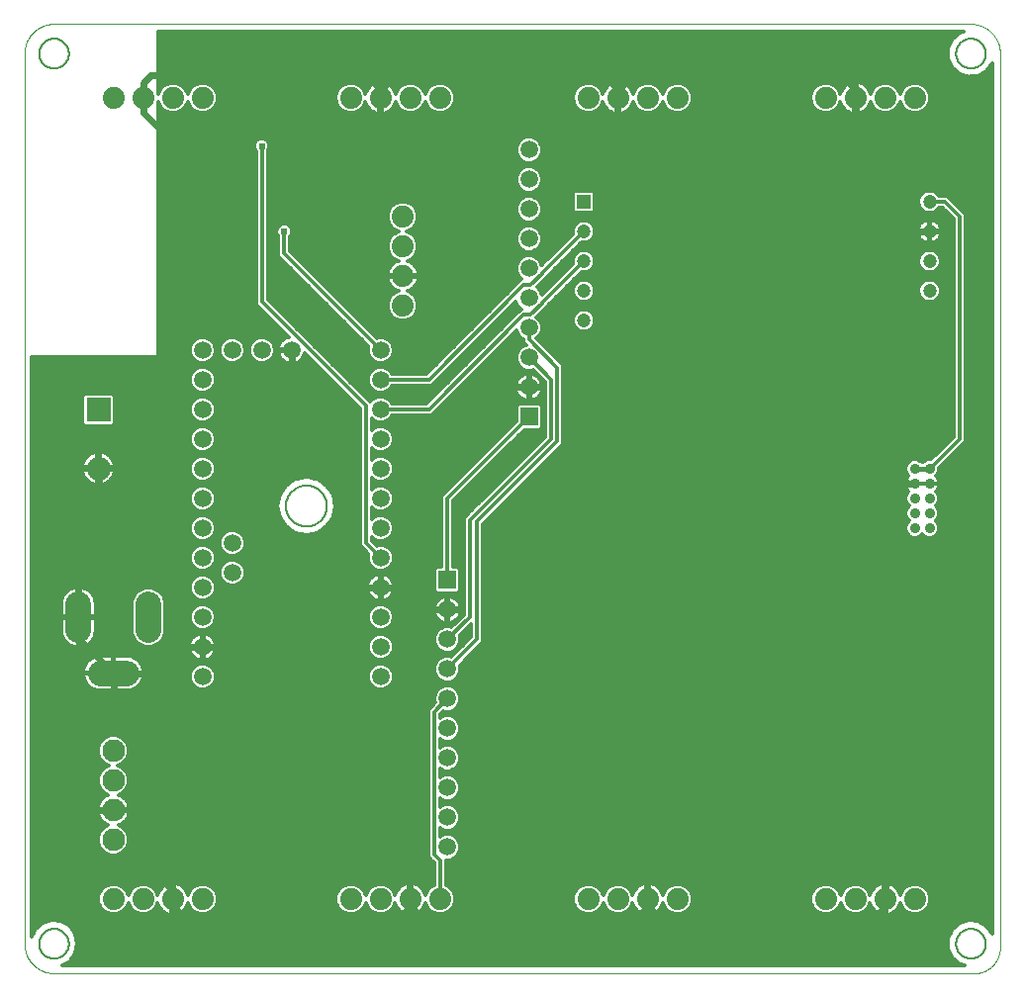
<source format=gbl>
G75*
%MOIN*%
%OFA0B0*%
%FSLAX25Y25*%
%IPPOS*%
%LPD*%
%AMOC8*
5,1,8,0,0,1.08239X$1,22.5*
%
%ADD10C,0.00000*%
%ADD11C,0.00600*%
%ADD12C,0.07400*%
%ADD13C,0.08600*%
%ADD14C,0.05906*%
%ADD15R,0.04724X0.04724*%
%ADD16C,0.04724*%
%ADD17R,0.08000X0.08000*%
%ADD18C,0.08000*%
%ADD19C,0.03562*%
%ADD20C,0.07600*%
%ADD21R,0.05906X0.05906*%
%ADD22C,0.01600*%
%ADD23C,0.01200*%
%ADD24C,0.02400*%
%ADD25C,0.02400*%
D10*
X0013520Y0011600D02*
X0013520Y0311561D01*
X0013523Y0311803D01*
X0013532Y0312044D01*
X0013546Y0312285D01*
X0013567Y0312526D01*
X0013593Y0312766D01*
X0013625Y0313006D01*
X0013663Y0313245D01*
X0013706Y0313482D01*
X0013756Y0313719D01*
X0013811Y0313954D01*
X0013871Y0314188D01*
X0013938Y0314420D01*
X0014009Y0314651D01*
X0014087Y0314880D01*
X0014170Y0315107D01*
X0014258Y0315332D01*
X0014352Y0315555D01*
X0014451Y0315775D01*
X0014556Y0315993D01*
X0014665Y0316208D01*
X0014780Y0316421D01*
X0014900Y0316631D01*
X0015025Y0316837D01*
X0015155Y0317041D01*
X0015290Y0317242D01*
X0015430Y0317439D01*
X0015574Y0317633D01*
X0015723Y0317823D01*
X0015877Y0318009D01*
X0016035Y0318192D01*
X0016197Y0318371D01*
X0016364Y0318546D01*
X0016535Y0318717D01*
X0016710Y0318884D01*
X0016889Y0319046D01*
X0017072Y0319204D01*
X0017258Y0319358D01*
X0017448Y0319507D01*
X0017642Y0319651D01*
X0017839Y0319791D01*
X0018040Y0319926D01*
X0018244Y0320056D01*
X0018450Y0320181D01*
X0018660Y0320301D01*
X0018873Y0320416D01*
X0019088Y0320525D01*
X0019306Y0320630D01*
X0019526Y0320729D01*
X0019749Y0320823D01*
X0019974Y0320911D01*
X0020201Y0320994D01*
X0020430Y0321072D01*
X0020661Y0321143D01*
X0020893Y0321210D01*
X0021127Y0321270D01*
X0021362Y0321325D01*
X0021599Y0321375D01*
X0021836Y0321418D01*
X0022075Y0321456D01*
X0022315Y0321488D01*
X0022555Y0321514D01*
X0022796Y0321535D01*
X0023037Y0321549D01*
X0023278Y0321558D01*
X0023520Y0321561D01*
X0332260Y0321561D01*
X0332501Y0321558D01*
X0332741Y0321549D01*
X0332982Y0321535D01*
X0333221Y0321514D01*
X0333461Y0321488D01*
X0333699Y0321456D01*
X0333937Y0321419D01*
X0334174Y0321375D01*
X0334409Y0321326D01*
X0334644Y0321272D01*
X0334877Y0321211D01*
X0335108Y0321145D01*
X0335338Y0321073D01*
X0335566Y0320996D01*
X0335792Y0320914D01*
X0336016Y0320826D01*
X0336238Y0320732D01*
X0336458Y0320633D01*
X0336675Y0320529D01*
X0336889Y0320420D01*
X0337101Y0320306D01*
X0337310Y0320186D01*
X0337516Y0320062D01*
X0337719Y0319932D01*
X0337918Y0319798D01*
X0338115Y0319659D01*
X0338308Y0319515D01*
X0338497Y0319366D01*
X0338683Y0319213D01*
X0338865Y0319056D01*
X0339044Y0318894D01*
X0339218Y0318728D01*
X0339388Y0318558D01*
X0339554Y0318384D01*
X0339716Y0318205D01*
X0339873Y0318023D01*
X0340026Y0317837D01*
X0340175Y0317648D01*
X0340319Y0317455D01*
X0340458Y0317258D01*
X0340592Y0317059D01*
X0340722Y0316856D01*
X0340846Y0316650D01*
X0340966Y0316441D01*
X0341080Y0316229D01*
X0341189Y0316015D01*
X0341293Y0315798D01*
X0341392Y0315578D01*
X0341486Y0315356D01*
X0341574Y0315132D01*
X0341656Y0314906D01*
X0341733Y0314678D01*
X0341805Y0314448D01*
X0341871Y0314217D01*
X0341932Y0313984D01*
X0341986Y0313749D01*
X0342035Y0313514D01*
X0342079Y0313277D01*
X0342116Y0313039D01*
X0342148Y0312801D01*
X0342174Y0312561D01*
X0342195Y0312322D01*
X0342209Y0312081D01*
X0342218Y0311841D01*
X0342221Y0311600D01*
X0342220Y0311600D02*
X0342220Y0010301D01*
X0342221Y0010301D02*
X0342218Y0010091D01*
X0342211Y0009881D01*
X0342198Y0009671D01*
X0342180Y0009461D01*
X0342158Y0009252D01*
X0342130Y0009044D01*
X0342097Y0008836D01*
X0342059Y0008629D01*
X0342016Y0008423D01*
X0341968Y0008219D01*
X0341915Y0008015D01*
X0341858Y0007813D01*
X0341795Y0007612D01*
X0341728Y0007413D01*
X0341656Y0007216D01*
X0341579Y0007020D01*
X0341497Y0006826D01*
X0341411Y0006634D01*
X0341320Y0006445D01*
X0341224Y0006257D01*
X0341124Y0006072D01*
X0341020Y0005890D01*
X0340911Y0005710D01*
X0340798Y0005533D01*
X0340681Y0005358D01*
X0340559Y0005187D01*
X0340434Y0005018D01*
X0340304Y0004853D01*
X0340170Y0004690D01*
X0340033Y0004531D01*
X0339891Y0004375D01*
X0339746Y0004223D01*
X0339598Y0004075D01*
X0339446Y0003930D01*
X0339290Y0003788D01*
X0339131Y0003651D01*
X0338968Y0003517D01*
X0338803Y0003387D01*
X0338634Y0003262D01*
X0338463Y0003140D01*
X0338288Y0003023D01*
X0338111Y0002910D01*
X0337931Y0002801D01*
X0337749Y0002697D01*
X0337564Y0002597D01*
X0337376Y0002501D01*
X0337187Y0002410D01*
X0336995Y0002324D01*
X0336801Y0002242D01*
X0336605Y0002165D01*
X0336408Y0002093D01*
X0336209Y0002026D01*
X0336008Y0001963D01*
X0335806Y0001906D01*
X0335602Y0001853D01*
X0335398Y0001805D01*
X0335192Y0001762D01*
X0334985Y0001724D01*
X0334777Y0001691D01*
X0334569Y0001663D01*
X0334360Y0001641D01*
X0334150Y0001623D01*
X0333940Y0001610D01*
X0333730Y0001603D01*
X0333520Y0001600D01*
X0023520Y0001600D01*
X0023278Y0001603D01*
X0023037Y0001612D01*
X0022796Y0001626D01*
X0022555Y0001647D01*
X0022315Y0001673D01*
X0022075Y0001705D01*
X0021836Y0001743D01*
X0021599Y0001786D01*
X0021362Y0001836D01*
X0021127Y0001891D01*
X0020893Y0001951D01*
X0020661Y0002018D01*
X0020430Y0002089D01*
X0020201Y0002167D01*
X0019974Y0002250D01*
X0019749Y0002338D01*
X0019526Y0002432D01*
X0019306Y0002531D01*
X0019088Y0002636D01*
X0018873Y0002745D01*
X0018660Y0002860D01*
X0018450Y0002980D01*
X0018244Y0003105D01*
X0018040Y0003235D01*
X0017839Y0003370D01*
X0017642Y0003510D01*
X0017448Y0003654D01*
X0017258Y0003803D01*
X0017072Y0003957D01*
X0016889Y0004115D01*
X0016710Y0004277D01*
X0016535Y0004444D01*
X0016364Y0004615D01*
X0016197Y0004790D01*
X0016035Y0004969D01*
X0015877Y0005152D01*
X0015723Y0005338D01*
X0015574Y0005528D01*
X0015430Y0005722D01*
X0015290Y0005919D01*
X0015155Y0006120D01*
X0015025Y0006324D01*
X0014900Y0006530D01*
X0014780Y0006740D01*
X0014665Y0006953D01*
X0014556Y0007168D01*
X0014451Y0007386D01*
X0014352Y0007606D01*
X0014258Y0007829D01*
X0014170Y0008054D01*
X0014087Y0008281D01*
X0014009Y0008510D01*
X0013938Y0008741D01*
X0013871Y0008973D01*
X0013811Y0009207D01*
X0013756Y0009442D01*
X0013706Y0009679D01*
X0013663Y0009916D01*
X0013625Y0010155D01*
X0013593Y0010395D01*
X0013567Y0010635D01*
X0013546Y0010876D01*
X0013532Y0011117D01*
X0013523Y0011358D01*
X0013520Y0011600D01*
D11*
X0018520Y0011600D02*
X0018522Y0011741D01*
X0018528Y0011882D01*
X0018538Y0012022D01*
X0018552Y0012162D01*
X0018570Y0012302D01*
X0018591Y0012441D01*
X0018617Y0012580D01*
X0018646Y0012718D01*
X0018680Y0012854D01*
X0018717Y0012990D01*
X0018758Y0013125D01*
X0018803Y0013259D01*
X0018852Y0013391D01*
X0018904Y0013522D01*
X0018960Y0013651D01*
X0019020Y0013778D01*
X0019083Y0013904D01*
X0019149Y0014028D01*
X0019220Y0014151D01*
X0019293Y0014271D01*
X0019370Y0014389D01*
X0019450Y0014505D01*
X0019534Y0014618D01*
X0019620Y0014729D01*
X0019710Y0014838D01*
X0019803Y0014944D01*
X0019898Y0015047D01*
X0019997Y0015148D01*
X0020098Y0015246D01*
X0020202Y0015341D01*
X0020309Y0015433D01*
X0020418Y0015522D01*
X0020530Y0015607D01*
X0020644Y0015690D01*
X0020760Y0015770D01*
X0020879Y0015846D01*
X0021000Y0015918D01*
X0021122Y0015988D01*
X0021247Y0016053D01*
X0021373Y0016116D01*
X0021501Y0016174D01*
X0021631Y0016229D01*
X0021762Y0016281D01*
X0021895Y0016328D01*
X0022029Y0016372D01*
X0022164Y0016413D01*
X0022300Y0016449D01*
X0022437Y0016481D01*
X0022575Y0016510D01*
X0022713Y0016535D01*
X0022853Y0016555D01*
X0022993Y0016572D01*
X0023133Y0016585D01*
X0023274Y0016594D01*
X0023414Y0016599D01*
X0023555Y0016600D01*
X0023696Y0016597D01*
X0023837Y0016590D01*
X0023977Y0016579D01*
X0024117Y0016564D01*
X0024257Y0016545D01*
X0024396Y0016523D01*
X0024534Y0016496D01*
X0024672Y0016466D01*
X0024808Y0016431D01*
X0024944Y0016393D01*
X0025078Y0016351D01*
X0025212Y0016305D01*
X0025344Y0016256D01*
X0025474Y0016202D01*
X0025603Y0016145D01*
X0025730Y0016085D01*
X0025856Y0016021D01*
X0025979Y0015953D01*
X0026101Y0015882D01*
X0026221Y0015808D01*
X0026338Y0015730D01*
X0026453Y0015649D01*
X0026566Y0015565D01*
X0026677Y0015478D01*
X0026785Y0015387D01*
X0026890Y0015294D01*
X0026993Y0015197D01*
X0027093Y0015098D01*
X0027190Y0014996D01*
X0027284Y0014891D01*
X0027375Y0014784D01*
X0027463Y0014674D01*
X0027548Y0014562D01*
X0027630Y0014447D01*
X0027709Y0014330D01*
X0027784Y0014211D01*
X0027856Y0014090D01*
X0027924Y0013967D01*
X0027989Y0013842D01*
X0028051Y0013715D01*
X0028108Y0013586D01*
X0028163Y0013456D01*
X0028213Y0013325D01*
X0028260Y0013192D01*
X0028303Y0013058D01*
X0028342Y0012922D01*
X0028377Y0012786D01*
X0028409Y0012649D01*
X0028436Y0012511D01*
X0028460Y0012372D01*
X0028480Y0012232D01*
X0028496Y0012092D01*
X0028508Y0011952D01*
X0028516Y0011811D01*
X0028520Y0011670D01*
X0028520Y0011530D01*
X0028516Y0011389D01*
X0028508Y0011248D01*
X0028496Y0011108D01*
X0028480Y0010968D01*
X0028460Y0010828D01*
X0028436Y0010689D01*
X0028409Y0010551D01*
X0028377Y0010414D01*
X0028342Y0010278D01*
X0028303Y0010142D01*
X0028260Y0010008D01*
X0028213Y0009875D01*
X0028163Y0009744D01*
X0028108Y0009614D01*
X0028051Y0009485D01*
X0027989Y0009358D01*
X0027924Y0009233D01*
X0027856Y0009110D01*
X0027784Y0008989D01*
X0027709Y0008870D01*
X0027630Y0008753D01*
X0027548Y0008638D01*
X0027463Y0008526D01*
X0027375Y0008416D01*
X0027284Y0008309D01*
X0027190Y0008204D01*
X0027093Y0008102D01*
X0026993Y0008003D01*
X0026890Y0007906D01*
X0026785Y0007813D01*
X0026677Y0007722D01*
X0026566Y0007635D01*
X0026453Y0007551D01*
X0026338Y0007470D01*
X0026221Y0007392D01*
X0026101Y0007318D01*
X0025979Y0007247D01*
X0025856Y0007179D01*
X0025730Y0007115D01*
X0025603Y0007055D01*
X0025474Y0006998D01*
X0025344Y0006944D01*
X0025212Y0006895D01*
X0025078Y0006849D01*
X0024944Y0006807D01*
X0024808Y0006769D01*
X0024672Y0006734D01*
X0024534Y0006704D01*
X0024396Y0006677D01*
X0024257Y0006655D01*
X0024117Y0006636D01*
X0023977Y0006621D01*
X0023837Y0006610D01*
X0023696Y0006603D01*
X0023555Y0006600D01*
X0023414Y0006601D01*
X0023274Y0006606D01*
X0023133Y0006615D01*
X0022993Y0006628D01*
X0022853Y0006645D01*
X0022713Y0006665D01*
X0022575Y0006690D01*
X0022437Y0006719D01*
X0022300Y0006751D01*
X0022164Y0006787D01*
X0022029Y0006828D01*
X0021895Y0006872D01*
X0021762Y0006919D01*
X0021631Y0006971D01*
X0021501Y0007026D01*
X0021373Y0007084D01*
X0021247Y0007147D01*
X0021122Y0007212D01*
X0021000Y0007282D01*
X0020879Y0007354D01*
X0020760Y0007430D01*
X0020644Y0007510D01*
X0020530Y0007593D01*
X0020418Y0007678D01*
X0020309Y0007767D01*
X0020202Y0007859D01*
X0020098Y0007954D01*
X0019997Y0008052D01*
X0019898Y0008153D01*
X0019803Y0008256D01*
X0019710Y0008362D01*
X0019620Y0008471D01*
X0019534Y0008582D01*
X0019450Y0008695D01*
X0019370Y0008811D01*
X0019293Y0008929D01*
X0019220Y0009049D01*
X0019149Y0009172D01*
X0019083Y0009296D01*
X0019020Y0009422D01*
X0018960Y0009549D01*
X0018904Y0009678D01*
X0018852Y0009809D01*
X0018803Y0009941D01*
X0018758Y0010075D01*
X0018717Y0010210D01*
X0018680Y0010346D01*
X0018646Y0010482D01*
X0018617Y0010620D01*
X0018591Y0010759D01*
X0018570Y0010898D01*
X0018552Y0011038D01*
X0018538Y0011178D01*
X0018528Y0011318D01*
X0018522Y0011459D01*
X0018520Y0011600D01*
X0101630Y0159100D02*
X0101632Y0159269D01*
X0101638Y0159438D01*
X0101649Y0159607D01*
X0101663Y0159775D01*
X0101682Y0159943D01*
X0101705Y0160111D01*
X0101731Y0160278D01*
X0101762Y0160444D01*
X0101797Y0160610D01*
X0101836Y0160774D01*
X0101880Y0160938D01*
X0101927Y0161100D01*
X0101978Y0161261D01*
X0102033Y0161421D01*
X0102092Y0161580D01*
X0102154Y0161737D01*
X0102221Y0161892D01*
X0102292Y0162046D01*
X0102366Y0162198D01*
X0102444Y0162348D01*
X0102525Y0162496D01*
X0102610Y0162642D01*
X0102699Y0162786D01*
X0102791Y0162928D01*
X0102887Y0163067D01*
X0102986Y0163204D01*
X0103088Y0163339D01*
X0103194Y0163471D01*
X0103303Y0163600D01*
X0103415Y0163727D01*
X0103530Y0163851D01*
X0103648Y0163972D01*
X0103769Y0164090D01*
X0103893Y0164205D01*
X0104020Y0164317D01*
X0104149Y0164426D01*
X0104281Y0164532D01*
X0104416Y0164634D01*
X0104553Y0164733D01*
X0104692Y0164829D01*
X0104834Y0164921D01*
X0104978Y0165010D01*
X0105124Y0165095D01*
X0105272Y0165176D01*
X0105422Y0165254D01*
X0105574Y0165328D01*
X0105728Y0165399D01*
X0105883Y0165466D01*
X0106040Y0165528D01*
X0106199Y0165587D01*
X0106359Y0165642D01*
X0106520Y0165693D01*
X0106682Y0165740D01*
X0106846Y0165784D01*
X0107010Y0165823D01*
X0107176Y0165858D01*
X0107342Y0165889D01*
X0107509Y0165915D01*
X0107677Y0165938D01*
X0107845Y0165957D01*
X0108013Y0165971D01*
X0108182Y0165982D01*
X0108351Y0165988D01*
X0108520Y0165990D01*
X0108689Y0165988D01*
X0108858Y0165982D01*
X0109027Y0165971D01*
X0109195Y0165957D01*
X0109363Y0165938D01*
X0109531Y0165915D01*
X0109698Y0165889D01*
X0109864Y0165858D01*
X0110030Y0165823D01*
X0110194Y0165784D01*
X0110358Y0165740D01*
X0110520Y0165693D01*
X0110681Y0165642D01*
X0110841Y0165587D01*
X0111000Y0165528D01*
X0111157Y0165466D01*
X0111312Y0165399D01*
X0111466Y0165328D01*
X0111618Y0165254D01*
X0111768Y0165176D01*
X0111916Y0165095D01*
X0112062Y0165010D01*
X0112206Y0164921D01*
X0112348Y0164829D01*
X0112487Y0164733D01*
X0112624Y0164634D01*
X0112759Y0164532D01*
X0112891Y0164426D01*
X0113020Y0164317D01*
X0113147Y0164205D01*
X0113271Y0164090D01*
X0113392Y0163972D01*
X0113510Y0163851D01*
X0113625Y0163727D01*
X0113737Y0163600D01*
X0113846Y0163471D01*
X0113952Y0163339D01*
X0114054Y0163204D01*
X0114153Y0163067D01*
X0114249Y0162928D01*
X0114341Y0162786D01*
X0114430Y0162642D01*
X0114515Y0162496D01*
X0114596Y0162348D01*
X0114674Y0162198D01*
X0114748Y0162046D01*
X0114819Y0161892D01*
X0114886Y0161737D01*
X0114948Y0161580D01*
X0115007Y0161421D01*
X0115062Y0161261D01*
X0115113Y0161100D01*
X0115160Y0160938D01*
X0115204Y0160774D01*
X0115243Y0160610D01*
X0115278Y0160444D01*
X0115309Y0160278D01*
X0115335Y0160111D01*
X0115358Y0159943D01*
X0115377Y0159775D01*
X0115391Y0159607D01*
X0115402Y0159438D01*
X0115408Y0159269D01*
X0115410Y0159100D01*
X0115408Y0158931D01*
X0115402Y0158762D01*
X0115391Y0158593D01*
X0115377Y0158425D01*
X0115358Y0158257D01*
X0115335Y0158089D01*
X0115309Y0157922D01*
X0115278Y0157756D01*
X0115243Y0157590D01*
X0115204Y0157426D01*
X0115160Y0157262D01*
X0115113Y0157100D01*
X0115062Y0156939D01*
X0115007Y0156779D01*
X0114948Y0156620D01*
X0114886Y0156463D01*
X0114819Y0156308D01*
X0114748Y0156154D01*
X0114674Y0156002D01*
X0114596Y0155852D01*
X0114515Y0155704D01*
X0114430Y0155558D01*
X0114341Y0155414D01*
X0114249Y0155272D01*
X0114153Y0155133D01*
X0114054Y0154996D01*
X0113952Y0154861D01*
X0113846Y0154729D01*
X0113737Y0154600D01*
X0113625Y0154473D01*
X0113510Y0154349D01*
X0113392Y0154228D01*
X0113271Y0154110D01*
X0113147Y0153995D01*
X0113020Y0153883D01*
X0112891Y0153774D01*
X0112759Y0153668D01*
X0112624Y0153566D01*
X0112487Y0153467D01*
X0112348Y0153371D01*
X0112206Y0153279D01*
X0112062Y0153190D01*
X0111916Y0153105D01*
X0111768Y0153024D01*
X0111618Y0152946D01*
X0111466Y0152872D01*
X0111312Y0152801D01*
X0111157Y0152734D01*
X0111000Y0152672D01*
X0110841Y0152613D01*
X0110681Y0152558D01*
X0110520Y0152507D01*
X0110358Y0152460D01*
X0110194Y0152416D01*
X0110030Y0152377D01*
X0109864Y0152342D01*
X0109698Y0152311D01*
X0109531Y0152285D01*
X0109363Y0152262D01*
X0109195Y0152243D01*
X0109027Y0152229D01*
X0108858Y0152218D01*
X0108689Y0152212D01*
X0108520Y0152210D01*
X0108351Y0152212D01*
X0108182Y0152218D01*
X0108013Y0152229D01*
X0107845Y0152243D01*
X0107677Y0152262D01*
X0107509Y0152285D01*
X0107342Y0152311D01*
X0107176Y0152342D01*
X0107010Y0152377D01*
X0106846Y0152416D01*
X0106682Y0152460D01*
X0106520Y0152507D01*
X0106359Y0152558D01*
X0106199Y0152613D01*
X0106040Y0152672D01*
X0105883Y0152734D01*
X0105728Y0152801D01*
X0105574Y0152872D01*
X0105422Y0152946D01*
X0105272Y0153024D01*
X0105124Y0153105D01*
X0104978Y0153190D01*
X0104834Y0153279D01*
X0104692Y0153371D01*
X0104553Y0153467D01*
X0104416Y0153566D01*
X0104281Y0153668D01*
X0104149Y0153774D01*
X0104020Y0153883D01*
X0103893Y0153995D01*
X0103769Y0154110D01*
X0103648Y0154228D01*
X0103530Y0154349D01*
X0103415Y0154473D01*
X0103303Y0154600D01*
X0103194Y0154729D01*
X0103088Y0154861D01*
X0102986Y0154996D01*
X0102887Y0155133D01*
X0102791Y0155272D01*
X0102699Y0155414D01*
X0102610Y0155558D01*
X0102525Y0155704D01*
X0102444Y0155852D01*
X0102366Y0156002D01*
X0102292Y0156154D01*
X0102221Y0156308D01*
X0102154Y0156463D01*
X0102092Y0156620D01*
X0102033Y0156779D01*
X0101978Y0156939D01*
X0101927Y0157100D01*
X0101880Y0157262D01*
X0101836Y0157426D01*
X0101797Y0157590D01*
X0101762Y0157756D01*
X0101731Y0157922D01*
X0101705Y0158089D01*
X0101682Y0158257D01*
X0101663Y0158425D01*
X0101649Y0158593D01*
X0101638Y0158762D01*
X0101632Y0158931D01*
X0101630Y0159100D01*
X0018520Y0311600D02*
X0018522Y0311741D01*
X0018528Y0311882D01*
X0018538Y0312022D01*
X0018552Y0312162D01*
X0018570Y0312302D01*
X0018591Y0312441D01*
X0018617Y0312580D01*
X0018646Y0312718D01*
X0018680Y0312854D01*
X0018717Y0312990D01*
X0018758Y0313125D01*
X0018803Y0313259D01*
X0018852Y0313391D01*
X0018904Y0313522D01*
X0018960Y0313651D01*
X0019020Y0313778D01*
X0019083Y0313904D01*
X0019149Y0314028D01*
X0019220Y0314151D01*
X0019293Y0314271D01*
X0019370Y0314389D01*
X0019450Y0314505D01*
X0019534Y0314618D01*
X0019620Y0314729D01*
X0019710Y0314838D01*
X0019803Y0314944D01*
X0019898Y0315047D01*
X0019997Y0315148D01*
X0020098Y0315246D01*
X0020202Y0315341D01*
X0020309Y0315433D01*
X0020418Y0315522D01*
X0020530Y0315607D01*
X0020644Y0315690D01*
X0020760Y0315770D01*
X0020879Y0315846D01*
X0021000Y0315918D01*
X0021122Y0315988D01*
X0021247Y0316053D01*
X0021373Y0316116D01*
X0021501Y0316174D01*
X0021631Y0316229D01*
X0021762Y0316281D01*
X0021895Y0316328D01*
X0022029Y0316372D01*
X0022164Y0316413D01*
X0022300Y0316449D01*
X0022437Y0316481D01*
X0022575Y0316510D01*
X0022713Y0316535D01*
X0022853Y0316555D01*
X0022993Y0316572D01*
X0023133Y0316585D01*
X0023274Y0316594D01*
X0023414Y0316599D01*
X0023555Y0316600D01*
X0023696Y0316597D01*
X0023837Y0316590D01*
X0023977Y0316579D01*
X0024117Y0316564D01*
X0024257Y0316545D01*
X0024396Y0316523D01*
X0024534Y0316496D01*
X0024672Y0316466D01*
X0024808Y0316431D01*
X0024944Y0316393D01*
X0025078Y0316351D01*
X0025212Y0316305D01*
X0025344Y0316256D01*
X0025474Y0316202D01*
X0025603Y0316145D01*
X0025730Y0316085D01*
X0025856Y0316021D01*
X0025979Y0315953D01*
X0026101Y0315882D01*
X0026221Y0315808D01*
X0026338Y0315730D01*
X0026453Y0315649D01*
X0026566Y0315565D01*
X0026677Y0315478D01*
X0026785Y0315387D01*
X0026890Y0315294D01*
X0026993Y0315197D01*
X0027093Y0315098D01*
X0027190Y0314996D01*
X0027284Y0314891D01*
X0027375Y0314784D01*
X0027463Y0314674D01*
X0027548Y0314562D01*
X0027630Y0314447D01*
X0027709Y0314330D01*
X0027784Y0314211D01*
X0027856Y0314090D01*
X0027924Y0313967D01*
X0027989Y0313842D01*
X0028051Y0313715D01*
X0028108Y0313586D01*
X0028163Y0313456D01*
X0028213Y0313325D01*
X0028260Y0313192D01*
X0028303Y0313058D01*
X0028342Y0312922D01*
X0028377Y0312786D01*
X0028409Y0312649D01*
X0028436Y0312511D01*
X0028460Y0312372D01*
X0028480Y0312232D01*
X0028496Y0312092D01*
X0028508Y0311952D01*
X0028516Y0311811D01*
X0028520Y0311670D01*
X0028520Y0311530D01*
X0028516Y0311389D01*
X0028508Y0311248D01*
X0028496Y0311108D01*
X0028480Y0310968D01*
X0028460Y0310828D01*
X0028436Y0310689D01*
X0028409Y0310551D01*
X0028377Y0310414D01*
X0028342Y0310278D01*
X0028303Y0310142D01*
X0028260Y0310008D01*
X0028213Y0309875D01*
X0028163Y0309744D01*
X0028108Y0309614D01*
X0028051Y0309485D01*
X0027989Y0309358D01*
X0027924Y0309233D01*
X0027856Y0309110D01*
X0027784Y0308989D01*
X0027709Y0308870D01*
X0027630Y0308753D01*
X0027548Y0308638D01*
X0027463Y0308526D01*
X0027375Y0308416D01*
X0027284Y0308309D01*
X0027190Y0308204D01*
X0027093Y0308102D01*
X0026993Y0308003D01*
X0026890Y0307906D01*
X0026785Y0307813D01*
X0026677Y0307722D01*
X0026566Y0307635D01*
X0026453Y0307551D01*
X0026338Y0307470D01*
X0026221Y0307392D01*
X0026101Y0307318D01*
X0025979Y0307247D01*
X0025856Y0307179D01*
X0025730Y0307115D01*
X0025603Y0307055D01*
X0025474Y0306998D01*
X0025344Y0306944D01*
X0025212Y0306895D01*
X0025078Y0306849D01*
X0024944Y0306807D01*
X0024808Y0306769D01*
X0024672Y0306734D01*
X0024534Y0306704D01*
X0024396Y0306677D01*
X0024257Y0306655D01*
X0024117Y0306636D01*
X0023977Y0306621D01*
X0023837Y0306610D01*
X0023696Y0306603D01*
X0023555Y0306600D01*
X0023414Y0306601D01*
X0023274Y0306606D01*
X0023133Y0306615D01*
X0022993Y0306628D01*
X0022853Y0306645D01*
X0022713Y0306665D01*
X0022575Y0306690D01*
X0022437Y0306719D01*
X0022300Y0306751D01*
X0022164Y0306787D01*
X0022029Y0306828D01*
X0021895Y0306872D01*
X0021762Y0306919D01*
X0021631Y0306971D01*
X0021501Y0307026D01*
X0021373Y0307084D01*
X0021247Y0307147D01*
X0021122Y0307212D01*
X0021000Y0307282D01*
X0020879Y0307354D01*
X0020760Y0307430D01*
X0020644Y0307510D01*
X0020530Y0307593D01*
X0020418Y0307678D01*
X0020309Y0307767D01*
X0020202Y0307859D01*
X0020098Y0307954D01*
X0019997Y0308052D01*
X0019898Y0308153D01*
X0019803Y0308256D01*
X0019710Y0308362D01*
X0019620Y0308471D01*
X0019534Y0308582D01*
X0019450Y0308695D01*
X0019370Y0308811D01*
X0019293Y0308929D01*
X0019220Y0309049D01*
X0019149Y0309172D01*
X0019083Y0309296D01*
X0019020Y0309422D01*
X0018960Y0309549D01*
X0018904Y0309678D01*
X0018852Y0309809D01*
X0018803Y0309941D01*
X0018758Y0310075D01*
X0018717Y0310210D01*
X0018680Y0310346D01*
X0018646Y0310482D01*
X0018617Y0310620D01*
X0018591Y0310759D01*
X0018570Y0310898D01*
X0018552Y0311038D01*
X0018538Y0311178D01*
X0018528Y0311318D01*
X0018522Y0311459D01*
X0018520Y0311600D01*
X0327417Y0311600D02*
X0327419Y0311741D01*
X0327425Y0311882D01*
X0327435Y0312022D01*
X0327449Y0312162D01*
X0327467Y0312302D01*
X0327488Y0312441D01*
X0327514Y0312580D01*
X0327543Y0312718D01*
X0327577Y0312854D01*
X0327614Y0312990D01*
X0327655Y0313125D01*
X0327700Y0313259D01*
X0327749Y0313391D01*
X0327801Y0313522D01*
X0327857Y0313651D01*
X0327917Y0313778D01*
X0327980Y0313904D01*
X0328046Y0314028D01*
X0328117Y0314151D01*
X0328190Y0314271D01*
X0328267Y0314389D01*
X0328347Y0314505D01*
X0328431Y0314618D01*
X0328517Y0314729D01*
X0328607Y0314838D01*
X0328700Y0314944D01*
X0328795Y0315047D01*
X0328894Y0315148D01*
X0328995Y0315246D01*
X0329099Y0315341D01*
X0329206Y0315433D01*
X0329315Y0315522D01*
X0329427Y0315607D01*
X0329541Y0315690D01*
X0329657Y0315770D01*
X0329776Y0315846D01*
X0329897Y0315918D01*
X0330019Y0315988D01*
X0330144Y0316053D01*
X0330270Y0316116D01*
X0330398Y0316174D01*
X0330528Y0316229D01*
X0330659Y0316281D01*
X0330792Y0316328D01*
X0330926Y0316372D01*
X0331061Y0316413D01*
X0331197Y0316449D01*
X0331334Y0316481D01*
X0331472Y0316510D01*
X0331610Y0316535D01*
X0331750Y0316555D01*
X0331890Y0316572D01*
X0332030Y0316585D01*
X0332171Y0316594D01*
X0332311Y0316599D01*
X0332452Y0316600D01*
X0332593Y0316597D01*
X0332734Y0316590D01*
X0332874Y0316579D01*
X0333014Y0316564D01*
X0333154Y0316545D01*
X0333293Y0316523D01*
X0333431Y0316496D01*
X0333569Y0316466D01*
X0333705Y0316431D01*
X0333841Y0316393D01*
X0333975Y0316351D01*
X0334109Y0316305D01*
X0334241Y0316256D01*
X0334371Y0316202D01*
X0334500Y0316145D01*
X0334627Y0316085D01*
X0334753Y0316021D01*
X0334876Y0315953D01*
X0334998Y0315882D01*
X0335118Y0315808D01*
X0335235Y0315730D01*
X0335350Y0315649D01*
X0335463Y0315565D01*
X0335574Y0315478D01*
X0335682Y0315387D01*
X0335787Y0315294D01*
X0335890Y0315197D01*
X0335990Y0315098D01*
X0336087Y0314996D01*
X0336181Y0314891D01*
X0336272Y0314784D01*
X0336360Y0314674D01*
X0336445Y0314562D01*
X0336527Y0314447D01*
X0336606Y0314330D01*
X0336681Y0314211D01*
X0336753Y0314090D01*
X0336821Y0313967D01*
X0336886Y0313842D01*
X0336948Y0313715D01*
X0337005Y0313586D01*
X0337060Y0313456D01*
X0337110Y0313325D01*
X0337157Y0313192D01*
X0337200Y0313058D01*
X0337239Y0312922D01*
X0337274Y0312786D01*
X0337306Y0312649D01*
X0337333Y0312511D01*
X0337357Y0312372D01*
X0337377Y0312232D01*
X0337393Y0312092D01*
X0337405Y0311952D01*
X0337413Y0311811D01*
X0337417Y0311670D01*
X0337417Y0311530D01*
X0337413Y0311389D01*
X0337405Y0311248D01*
X0337393Y0311108D01*
X0337377Y0310968D01*
X0337357Y0310828D01*
X0337333Y0310689D01*
X0337306Y0310551D01*
X0337274Y0310414D01*
X0337239Y0310278D01*
X0337200Y0310142D01*
X0337157Y0310008D01*
X0337110Y0309875D01*
X0337060Y0309744D01*
X0337005Y0309614D01*
X0336948Y0309485D01*
X0336886Y0309358D01*
X0336821Y0309233D01*
X0336753Y0309110D01*
X0336681Y0308989D01*
X0336606Y0308870D01*
X0336527Y0308753D01*
X0336445Y0308638D01*
X0336360Y0308526D01*
X0336272Y0308416D01*
X0336181Y0308309D01*
X0336087Y0308204D01*
X0335990Y0308102D01*
X0335890Y0308003D01*
X0335787Y0307906D01*
X0335682Y0307813D01*
X0335574Y0307722D01*
X0335463Y0307635D01*
X0335350Y0307551D01*
X0335235Y0307470D01*
X0335118Y0307392D01*
X0334998Y0307318D01*
X0334876Y0307247D01*
X0334753Y0307179D01*
X0334627Y0307115D01*
X0334500Y0307055D01*
X0334371Y0306998D01*
X0334241Y0306944D01*
X0334109Y0306895D01*
X0333975Y0306849D01*
X0333841Y0306807D01*
X0333705Y0306769D01*
X0333569Y0306734D01*
X0333431Y0306704D01*
X0333293Y0306677D01*
X0333154Y0306655D01*
X0333014Y0306636D01*
X0332874Y0306621D01*
X0332734Y0306610D01*
X0332593Y0306603D01*
X0332452Y0306600D01*
X0332311Y0306601D01*
X0332171Y0306606D01*
X0332030Y0306615D01*
X0331890Y0306628D01*
X0331750Y0306645D01*
X0331610Y0306665D01*
X0331472Y0306690D01*
X0331334Y0306719D01*
X0331197Y0306751D01*
X0331061Y0306787D01*
X0330926Y0306828D01*
X0330792Y0306872D01*
X0330659Y0306919D01*
X0330528Y0306971D01*
X0330398Y0307026D01*
X0330270Y0307084D01*
X0330144Y0307147D01*
X0330019Y0307212D01*
X0329897Y0307282D01*
X0329776Y0307354D01*
X0329657Y0307430D01*
X0329541Y0307510D01*
X0329427Y0307593D01*
X0329315Y0307678D01*
X0329206Y0307767D01*
X0329099Y0307859D01*
X0328995Y0307954D01*
X0328894Y0308052D01*
X0328795Y0308153D01*
X0328700Y0308256D01*
X0328607Y0308362D01*
X0328517Y0308471D01*
X0328431Y0308582D01*
X0328347Y0308695D01*
X0328267Y0308811D01*
X0328190Y0308929D01*
X0328117Y0309049D01*
X0328046Y0309172D01*
X0327980Y0309296D01*
X0327917Y0309422D01*
X0327857Y0309549D01*
X0327801Y0309678D01*
X0327749Y0309809D01*
X0327700Y0309941D01*
X0327655Y0310075D01*
X0327614Y0310210D01*
X0327577Y0310346D01*
X0327543Y0310482D01*
X0327514Y0310620D01*
X0327488Y0310759D01*
X0327467Y0310898D01*
X0327449Y0311038D01*
X0327435Y0311178D01*
X0327425Y0311318D01*
X0327419Y0311459D01*
X0327417Y0311600D01*
X0327417Y0011600D02*
X0327419Y0011741D01*
X0327425Y0011882D01*
X0327435Y0012022D01*
X0327449Y0012162D01*
X0327467Y0012302D01*
X0327488Y0012441D01*
X0327514Y0012580D01*
X0327543Y0012718D01*
X0327577Y0012854D01*
X0327614Y0012990D01*
X0327655Y0013125D01*
X0327700Y0013259D01*
X0327749Y0013391D01*
X0327801Y0013522D01*
X0327857Y0013651D01*
X0327917Y0013778D01*
X0327980Y0013904D01*
X0328046Y0014028D01*
X0328117Y0014151D01*
X0328190Y0014271D01*
X0328267Y0014389D01*
X0328347Y0014505D01*
X0328431Y0014618D01*
X0328517Y0014729D01*
X0328607Y0014838D01*
X0328700Y0014944D01*
X0328795Y0015047D01*
X0328894Y0015148D01*
X0328995Y0015246D01*
X0329099Y0015341D01*
X0329206Y0015433D01*
X0329315Y0015522D01*
X0329427Y0015607D01*
X0329541Y0015690D01*
X0329657Y0015770D01*
X0329776Y0015846D01*
X0329897Y0015918D01*
X0330019Y0015988D01*
X0330144Y0016053D01*
X0330270Y0016116D01*
X0330398Y0016174D01*
X0330528Y0016229D01*
X0330659Y0016281D01*
X0330792Y0016328D01*
X0330926Y0016372D01*
X0331061Y0016413D01*
X0331197Y0016449D01*
X0331334Y0016481D01*
X0331472Y0016510D01*
X0331610Y0016535D01*
X0331750Y0016555D01*
X0331890Y0016572D01*
X0332030Y0016585D01*
X0332171Y0016594D01*
X0332311Y0016599D01*
X0332452Y0016600D01*
X0332593Y0016597D01*
X0332734Y0016590D01*
X0332874Y0016579D01*
X0333014Y0016564D01*
X0333154Y0016545D01*
X0333293Y0016523D01*
X0333431Y0016496D01*
X0333569Y0016466D01*
X0333705Y0016431D01*
X0333841Y0016393D01*
X0333975Y0016351D01*
X0334109Y0016305D01*
X0334241Y0016256D01*
X0334371Y0016202D01*
X0334500Y0016145D01*
X0334627Y0016085D01*
X0334753Y0016021D01*
X0334876Y0015953D01*
X0334998Y0015882D01*
X0335118Y0015808D01*
X0335235Y0015730D01*
X0335350Y0015649D01*
X0335463Y0015565D01*
X0335574Y0015478D01*
X0335682Y0015387D01*
X0335787Y0015294D01*
X0335890Y0015197D01*
X0335990Y0015098D01*
X0336087Y0014996D01*
X0336181Y0014891D01*
X0336272Y0014784D01*
X0336360Y0014674D01*
X0336445Y0014562D01*
X0336527Y0014447D01*
X0336606Y0014330D01*
X0336681Y0014211D01*
X0336753Y0014090D01*
X0336821Y0013967D01*
X0336886Y0013842D01*
X0336948Y0013715D01*
X0337005Y0013586D01*
X0337060Y0013456D01*
X0337110Y0013325D01*
X0337157Y0013192D01*
X0337200Y0013058D01*
X0337239Y0012922D01*
X0337274Y0012786D01*
X0337306Y0012649D01*
X0337333Y0012511D01*
X0337357Y0012372D01*
X0337377Y0012232D01*
X0337393Y0012092D01*
X0337405Y0011952D01*
X0337413Y0011811D01*
X0337417Y0011670D01*
X0337417Y0011530D01*
X0337413Y0011389D01*
X0337405Y0011248D01*
X0337393Y0011108D01*
X0337377Y0010968D01*
X0337357Y0010828D01*
X0337333Y0010689D01*
X0337306Y0010551D01*
X0337274Y0010414D01*
X0337239Y0010278D01*
X0337200Y0010142D01*
X0337157Y0010008D01*
X0337110Y0009875D01*
X0337060Y0009744D01*
X0337005Y0009614D01*
X0336948Y0009485D01*
X0336886Y0009358D01*
X0336821Y0009233D01*
X0336753Y0009110D01*
X0336681Y0008989D01*
X0336606Y0008870D01*
X0336527Y0008753D01*
X0336445Y0008638D01*
X0336360Y0008526D01*
X0336272Y0008416D01*
X0336181Y0008309D01*
X0336087Y0008204D01*
X0335990Y0008102D01*
X0335890Y0008003D01*
X0335787Y0007906D01*
X0335682Y0007813D01*
X0335574Y0007722D01*
X0335463Y0007635D01*
X0335350Y0007551D01*
X0335235Y0007470D01*
X0335118Y0007392D01*
X0334998Y0007318D01*
X0334876Y0007247D01*
X0334753Y0007179D01*
X0334627Y0007115D01*
X0334500Y0007055D01*
X0334371Y0006998D01*
X0334241Y0006944D01*
X0334109Y0006895D01*
X0333975Y0006849D01*
X0333841Y0006807D01*
X0333705Y0006769D01*
X0333569Y0006734D01*
X0333431Y0006704D01*
X0333293Y0006677D01*
X0333154Y0006655D01*
X0333014Y0006636D01*
X0332874Y0006621D01*
X0332734Y0006610D01*
X0332593Y0006603D01*
X0332452Y0006600D01*
X0332311Y0006601D01*
X0332171Y0006606D01*
X0332030Y0006615D01*
X0331890Y0006628D01*
X0331750Y0006645D01*
X0331610Y0006665D01*
X0331472Y0006690D01*
X0331334Y0006719D01*
X0331197Y0006751D01*
X0331061Y0006787D01*
X0330926Y0006828D01*
X0330792Y0006872D01*
X0330659Y0006919D01*
X0330528Y0006971D01*
X0330398Y0007026D01*
X0330270Y0007084D01*
X0330144Y0007147D01*
X0330019Y0007212D01*
X0329897Y0007282D01*
X0329776Y0007354D01*
X0329657Y0007430D01*
X0329541Y0007510D01*
X0329427Y0007593D01*
X0329315Y0007678D01*
X0329206Y0007767D01*
X0329099Y0007859D01*
X0328995Y0007954D01*
X0328894Y0008052D01*
X0328795Y0008153D01*
X0328700Y0008256D01*
X0328607Y0008362D01*
X0328517Y0008471D01*
X0328431Y0008582D01*
X0328347Y0008695D01*
X0328267Y0008811D01*
X0328190Y0008929D01*
X0328117Y0009049D01*
X0328046Y0009172D01*
X0327980Y0009296D01*
X0327917Y0009422D01*
X0327857Y0009549D01*
X0327801Y0009678D01*
X0327749Y0009809D01*
X0327700Y0009941D01*
X0327655Y0010075D01*
X0327614Y0010210D01*
X0327577Y0010346D01*
X0327543Y0010482D01*
X0327514Y0010620D01*
X0327488Y0010759D01*
X0327467Y0010898D01*
X0327449Y0011038D01*
X0327435Y0011178D01*
X0327425Y0011318D01*
X0327419Y0011459D01*
X0327417Y0011600D01*
D12*
X0313520Y0026600D03*
X0303520Y0026600D03*
X0293520Y0026600D03*
X0283520Y0026600D03*
X0233520Y0026600D03*
X0223520Y0026600D03*
X0213520Y0026600D03*
X0203520Y0026600D03*
X0153520Y0026600D03*
X0143520Y0026600D03*
X0133520Y0026600D03*
X0123520Y0026600D03*
X0073520Y0026600D03*
X0063520Y0026600D03*
X0053520Y0026600D03*
X0043520Y0026600D03*
X0141020Y0226600D03*
X0141020Y0236600D03*
X0141020Y0246600D03*
X0141020Y0256600D03*
X0143520Y0296600D03*
X0153520Y0296600D03*
X0133520Y0296600D03*
X0123520Y0296600D03*
X0073520Y0296600D03*
X0063520Y0296600D03*
X0053520Y0296600D03*
X0043520Y0296600D03*
X0203520Y0296600D03*
X0213520Y0296600D03*
X0223520Y0296600D03*
X0233520Y0296600D03*
X0283520Y0296600D03*
X0293520Y0296600D03*
X0303520Y0296600D03*
X0313520Y0296600D03*
D13*
X0055331Y0125900D02*
X0055331Y0117300D01*
X0047820Y0102702D02*
X0039220Y0102702D01*
X0031709Y0117300D02*
X0031709Y0125900D01*
D14*
X0073520Y0121600D03*
X0073520Y0111600D03*
X0073520Y0101600D03*
X0073520Y0131600D03*
X0073520Y0141600D03*
X0073520Y0151600D03*
X0083520Y0146600D03*
X0083520Y0136600D03*
X0073520Y0161600D03*
X0073520Y0171600D03*
X0073520Y0181600D03*
X0073520Y0191600D03*
X0073520Y0201600D03*
X0073520Y0211600D03*
X0083520Y0211600D03*
X0093520Y0211600D03*
X0103520Y0211600D03*
X0133520Y0211600D03*
X0133520Y0201600D03*
X0133520Y0191600D03*
X0133520Y0181600D03*
X0133520Y0171600D03*
X0133520Y0161600D03*
X0133520Y0151600D03*
X0133520Y0141600D03*
X0133520Y0131600D03*
X0133520Y0121600D03*
X0133520Y0111600D03*
X0133520Y0101600D03*
X0156020Y0104100D03*
X0156020Y0094100D03*
X0156020Y0084100D03*
X0156020Y0074100D03*
X0156020Y0064100D03*
X0156020Y0054100D03*
X0156020Y0044100D03*
X0156020Y0114100D03*
X0156020Y0124100D03*
X0183520Y0199100D03*
X0183520Y0209100D03*
X0183520Y0219100D03*
X0183520Y0229100D03*
X0183520Y0239100D03*
X0183520Y0249100D03*
X0183520Y0259100D03*
X0183520Y0269100D03*
X0183520Y0279100D03*
D15*
X0202020Y0261600D03*
D16*
X0202020Y0251600D03*
X0202020Y0241600D03*
X0202020Y0231600D03*
X0202020Y0221600D03*
X0318520Y0231600D03*
X0318520Y0241600D03*
X0318520Y0251600D03*
X0318520Y0261600D03*
D17*
X0038520Y0191443D03*
D18*
X0038520Y0171757D03*
D19*
X0313520Y0171600D03*
X0318520Y0171600D03*
X0318520Y0166600D03*
X0318520Y0161600D03*
X0318520Y0156600D03*
X0318520Y0151600D03*
X0313520Y0151600D03*
X0313520Y0156600D03*
X0313520Y0161600D03*
X0313520Y0166600D03*
D20*
X0043520Y0076600D03*
X0043520Y0066600D03*
X0043520Y0056600D03*
X0043520Y0046600D03*
D21*
X0156020Y0134100D03*
X0183520Y0189100D03*
D22*
X0313520Y0171600D02*
X0318520Y0171600D01*
X0044622Y0101600D02*
X0043520Y0102702D01*
D23*
X0043707Y0102515D02*
X0043707Y0096802D01*
X0048284Y0096802D01*
X0049201Y0096948D01*
X0050084Y0097235D01*
X0050912Y0097656D01*
X0051663Y0098202D01*
X0052320Y0098859D01*
X0052866Y0099610D01*
X0053287Y0100438D01*
X0053574Y0101321D01*
X0053720Y0102238D01*
X0053720Y0102515D01*
X0043707Y0102515D01*
X0043332Y0102515D01*
X0033320Y0102515D01*
X0033320Y0102238D01*
X0033465Y0101321D01*
X0033752Y0100438D01*
X0034174Y0099610D01*
X0034719Y0098859D01*
X0035376Y0098202D01*
X0036127Y0097656D01*
X0036955Y0097235D01*
X0037838Y0096948D01*
X0038755Y0096802D01*
X0043332Y0096802D01*
X0043332Y0102515D01*
X0043332Y0102890D01*
X0033320Y0102890D01*
X0033320Y0103167D01*
X0033465Y0104084D01*
X0033752Y0104967D01*
X0034174Y0105795D01*
X0034719Y0106546D01*
X0035376Y0107203D01*
X0036127Y0107748D01*
X0036955Y0108170D01*
X0037838Y0108457D01*
X0038755Y0108602D01*
X0043332Y0108602D01*
X0043332Y0102890D01*
X0043707Y0102890D01*
X0043707Y0108602D01*
X0048284Y0108602D01*
X0049201Y0108457D01*
X0050084Y0108170D01*
X0050912Y0107748D01*
X0051663Y0107203D01*
X0052320Y0106546D01*
X0052866Y0105795D01*
X0053287Y0104967D01*
X0053574Y0104084D01*
X0053720Y0103167D01*
X0053720Y0102890D01*
X0043707Y0102890D01*
X0043707Y0102515D01*
X0043707Y0102481D02*
X0043332Y0102481D01*
X0043332Y0103679D02*
X0043707Y0103679D01*
X0043707Y0104878D02*
X0043332Y0104878D01*
X0043332Y0106076D02*
X0043707Y0106076D01*
X0043707Y0107275D02*
X0043332Y0107275D01*
X0043332Y0108473D02*
X0043707Y0108473D01*
X0049098Y0108473D02*
X0070208Y0108473D01*
X0070047Y0108634D02*
X0070554Y0108127D01*
X0071134Y0107706D01*
X0071772Y0107381D01*
X0072454Y0107159D01*
X0073135Y0107051D01*
X0073135Y0111216D01*
X0068971Y0111216D01*
X0069079Y0110534D01*
X0069300Y0109852D01*
X0069626Y0109214D01*
X0070047Y0108634D01*
X0069392Y0109672D02*
X0016120Y0109672D01*
X0016120Y0110870D02*
X0069026Y0110870D01*
X0068971Y0111984D02*
X0069079Y0112666D01*
X0069300Y0113348D01*
X0069626Y0113986D01*
X0070047Y0114566D01*
X0070554Y0115073D01*
X0071134Y0115494D01*
X0071772Y0115819D01*
X0072454Y0116041D01*
X0073135Y0116149D01*
X0073135Y0111984D01*
X0073135Y0111216D01*
X0073904Y0111216D01*
X0073904Y0111984D01*
X0078068Y0111984D01*
X0077960Y0112666D01*
X0077739Y0113348D01*
X0077414Y0113986D01*
X0076992Y0114566D01*
X0076486Y0115073D01*
X0075906Y0115494D01*
X0075267Y0115819D01*
X0074586Y0116041D01*
X0073904Y0116149D01*
X0073904Y0111984D01*
X0073135Y0111984D01*
X0068971Y0111984D01*
X0068984Y0112069D02*
X0057597Y0112069D01*
X0058559Y0112468D02*
X0060163Y0114071D01*
X0061031Y0116166D01*
X0061031Y0127034D01*
X0060163Y0129129D01*
X0058559Y0130732D01*
X0056465Y0131600D01*
X0054197Y0131600D01*
X0052102Y0130732D01*
X0050498Y0129129D01*
X0049631Y0127034D01*
X0049631Y0116166D01*
X0050498Y0114071D01*
X0052102Y0112468D01*
X0054197Y0111600D01*
X0056465Y0111600D01*
X0058559Y0112468D01*
X0059359Y0113268D02*
X0069274Y0113268D01*
X0069974Y0114466D02*
X0060326Y0114466D01*
X0060823Y0115665D02*
X0071468Y0115665D01*
X0073135Y0115665D02*
X0073904Y0115665D01*
X0073904Y0114466D02*
X0073135Y0114466D01*
X0073135Y0113268D02*
X0073904Y0113268D01*
X0073904Y0112069D02*
X0073135Y0112069D01*
X0073904Y0111216D02*
X0073904Y0107051D01*
X0074586Y0107159D01*
X0075267Y0107381D01*
X0075906Y0107706D01*
X0076486Y0108127D01*
X0076992Y0108634D01*
X0077414Y0109214D01*
X0077739Y0109852D01*
X0077960Y0110534D01*
X0078068Y0111216D01*
X0073904Y0111216D01*
X0073904Y0110870D02*
X0073135Y0110870D01*
X0073135Y0109672D02*
X0073904Y0109672D01*
X0073904Y0108473D02*
X0073135Y0108473D01*
X0073135Y0107275D02*
X0073904Y0107275D01*
X0074942Y0107275D02*
X0132587Y0107275D01*
X0132654Y0107247D02*
X0134385Y0107247D01*
X0135985Y0107910D01*
X0137210Y0109134D01*
X0137872Y0110734D01*
X0137872Y0112466D01*
X0137210Y0114066D01*
X0135985Y0115290D01*
X0134385Y0115953D01*
X0132654Y0115953D01*
X0131054Y0115290D01*
X0129830Y0114066D01*
X0129167Y0112466D01*
X0129167Y0110734D01*
X0129830Y0109134D01*
X0131054Y0107910D01*
X0132654Y0107247D01*
X0132654Y0105953D02*
X0131054Y0105290D01*
X0129830Y0104066D01*
X0129167Y0102466D01*
X0129167Y0100734D01*
X0129830Y0099134D01*
X0131054Y0097910D01*
X0132654Y0097247D01*
X0134385Y0097247D01*
X0135985Y0097910D01*
X0137210Y0099134D01*
X0137872Y0100734D01*
X0137872Y0102466D01*
X0137210Y0104066D01*
X0135985Y0105290D01*
X0134385Y0105953D01*
X0132654Y0105953D01*
X0134452Y0107275D02*
X0153039Y0107275D01*
X0153554Y0107790D02*
X0152330Y0106566D01*
X0151667Y0104966D01*
X0151667Y0103234D01*
X0152330Y0101634D01*
X0153554Y0100410D01*
X0155154Y0099747D01*
X0156885Y0099747D01*
X0158485Y0100410D01*
X0159710Y0101634D01*
X0160372Y0103234D01*
X0160372Y0104966D01*
X0160180Y0105431D01*
X0168020Y0113272D01*
X0168020Y0152943D01*
X0195020Y0179943D01*
X0195020Y0206584D01*
X0186090Y0215514D01*
X0187210Y0216634D01*
X0187872Y0218234D01*
X0187872Y0219966D01*
X0187210Y0221566D01*
X0186090Y0222686D01*
X0189872Y0226469D01*
X0189872Y0226624D01*
X0201140Y0237892D01*
X0201271Y0237838D01*
X0202768Y0237838D01*
X0204151Y0238411D01*
X0205209Y0239469D01*
X0205782Y0240852D01*
X0205782Y0242348D01*
X0205209Y0243731D01*
X0204151Y0244789D01*
X0202768Y0245362D01*
X0201271Y0245362D01*
X0199889Y0244789D01*
X0198830Y0243731D01*
X0198257Y0242348D01*
X0198257Y0240852D01*
X0198312Y0240721D01*
X0187911Y0230319D01*
X0187739Y0230848D01*
X0187414Y0231486D01*
X0186992Y0232066D01*
X0186486Y0232573D01*
X0186191Y0232787D01*
X0189872Y0236469D01*
X0189872Y0236624D01*
X0201140Y0247892D01*
X0201271Y0247838D01*
X0202768Y0247838D01*
X0204151Y0248411D01*
X0205209Y0249469D01*
X0205782Y0250852D01*
X0205782Y0252348D01*
X0205209Y0253731D01*
X0204151Y0254789D01*
X0202768Y0255362D01*
X0201271Y0255362D01*
X0199889Y0254789D01*
X0198830Y0253731D01*
X0198257Y0252348D01*
X0198257Y0250852D01*
X0198312Y0250721D01*
X0187780Y0240189D01*
X0187210Y0241566D01*
X0185985Y0242790D01*
X0184385Y0243453D01*
X0182654Y0243453D01*
X0181054Y0242790D01*
X0179830Y0241566D01*
X0179167Y0239966D01*
X0179167Y0238234D01*
X0179830Y0236634D01*
X0181011Y0235453D01*
X0180888Y0235453D01*
X0179717Y0234281D01*
X0149036Y0203600D01*
X0137403Y0203600D01*
X0137210Y0204066D01*
X0135985Y0205290D01*
X0134385Y0205953D01*
X0132654Y0205953D01*
X0131054Y0205290D01*
X0129830Y0204066D01*
X0129167Y0202466D01*
X0129167Y0200734D01*
X0129830Y0199134D01*
X0131054Y0197910D01*
X0132654Y0197247D01*
X0134385Y0197247D01*
X0135985Y0197910D01*
X0137210Y0199134D01*
X0137403Y0199600D01*
X0150692Y0199600D01*
X0179091Y0227998D01*
X0179300Y0227352D01*
X0179626Y0226714D01*
X0180047Y0226134D01*
X0180554Y0225627D01*
X0180849Y0225413D01*
X0179717Y0224281D01*
X0149036Y0193600D01*
X0137403Y0193600D01*
X0137210Y0194066D01*
X0135985Y0195290D01*
X0134385Y0195953D01*
X0132654Y0195953D01*
X0131054Y0195290D01*
X0129981Y0194217D01*
X0129348Y0194850D01*
X0095520Y0228678D01*
X0095520Y0278673D01*
X0095724Y0278877D01*
X0096120Y0279833D01*
X0096120Y0280867D01*
X0095724Y0281823D01*
X0094992Y0282554D01*
X0094037Y0282950D01*
X0093002Y0282950D01*
X0092047Y0282554D01*
X0091316Y0281823D01*
X0090920Y0280867D01*
X0090920Y0279833D01*
X0091316Y0278877D01*
X0091520Y0278673D01*
X0091520Y0227022D01*
X0102494Y0216047D01*
X0102454Y0216041D01*
X0101772Y0215819D01*
X0101134Y0215494D01*
X0100554Y0215073D01*
X0100047Y0214566D01*
X0099626Y0213986D01*
X0099300Y0213348D01*
X0099079Y0212666D01*
X0098971Y0211984D01*
X0103135Y0211984D01*
X0103135Y0211216D01*
X0098971Y0211216D01*
X0099079Y0210534D01*
X0099300Y0209852D01*
X0099626Y0209214D01*
X0100047Y0208634D01*
X0100554Y0208127D01*
X0101134Y0207706D01*
X0101772Y0207381D01*
X0102454Y0207159D01*
X0103135Y0207051D01*
X0103135Y0211216D01*
X0103904Y0211216D01*
X0103904Y0207051D01*
X0104586Y0207159D01*
X0105267Y0207381D01*
X0105906Y0207706D01*
X0106486Y0208127D01*
X0106992Y0208634D01*
X0107414Y0209214D01*
X0107739Y0209852D01*
X0107960Y0210534D01*
X0107967Y0210575D01*
X0126520Y0192022D01*
X0126520Y0145772D01*
X0129360Y0142931D01*
X0129167Y0142466D01*
X0129167Y0140734D01*
X0129830Y0139134D01*
X0131054Y0137910D01*
X0132654Y0137247D01*
X0134385Y0137247D01*
X0135985Y0137910D01*
X0137210Y0139134D01*
X0137872Y0140734D01*
X0137872Y0142466D01*
X0137210Y0144066D01*
X0135985Y0145290D01*
X0134385Y0145953D01*
X0132654Y0145953D01*
X0132188Y0145760D01*
X0130520Y0147428D01*
X0130520Y0148444D01*
X0131054Y0147910D01*
X0132654Y0147247D01*
X0134385Y0147247D01*
X0135985Y0147910D01*
X0137210Y0149134D01*
X0137872Y0150734D01*
X0137872Y0152466D01*
X0137210Y0154066D01*
X0135985Y0155290D01*
X0134385Y0155953D01*
X0132654Y0155953D01*
X0131054Y0155290D01*
X0130520Y0154756D01*
X0130520Y0158444D01*
X0131054Y0157910D01*
X0132654Y0157247D01*
X0134385Y0157247D01*
X0135985Y0157910D01*
X0137210Y0159134D01*
X0137872Y0160734D01*
X0137872Y0162466D01*
X0137210Y0164066D01*
X0135985Y0165290D01*
X0134385Y0165953D01*
X0132654Y0165953D01*
X0131054Y0165290D01*
X0130520Y0164756D01*
X0130520Y0168444D01*
X0131054Y0167910D01*
X0132654Y0167247D01*
X0134385Y0167247D01*
X0135985Y0167910D01*
X0137210Y0169134D01*
X0137872Y0170734D01*
X0137872Y0172466D01*
X0137210Y0174066D01*
X0135985Y0175290D01*
X0134385Y0175953D01*
X0132654Y0175953D01*
X0131054Y0175290D01*
X0130520Y0174756D01*
X0130520Y0178444D01*
X0131054Y0177910D01*
X0132654Y0177247D01*
X0134385Y0177247D01*
X0135985Y0177910D01*
X0137210Y0179134D01*
X0137872Y0180734D01*
X0137872Y0182466D01*
X0137210Y0184066D01*
X0135985Y0185290D01*
X0134385Y0185953D01*
X0132654Y0185953D01*
X0131054Y0185290D01*
X0130520Y0184756D01*
X0130520Y0188444D01*
X0131054Y0187910D01*
X0132654Y0187247D01*
X0134385Y0187247D01*
X0135985Y0187910D01*
X0137210Y0189134D01*
X0137403Y0189600D01*
X0150692Y0189600D01*
X0179214Y0218121D01*
X0179830Y0216634D01*
X0181054Y0215410D01*
X0181520Y0215217D01*
X0181520Y0214427D01*
X0182541Y0213406D01*
X0181054Y0212790D01*
X0179830Y0211566D01*
X0179167Y0209966D01*
X0179167Y0208234D01*
X0179830Y0206634D01*
X0181054Y0205410D01*
X0182654Y0204747D01*
X0184385Y0204747D01*
X0184851Y0204940D01*
X0189020Y0200772D01*
X0189020Y0182428D01*
X0162691Y0156100D01*
X0161520Y0154928D01*
X0161520Y0122428D01*
X0157351Y0118260D01*
X0156885Y0118453D01*
X0155154Y0118453D01*
X0153554Y0117790D01*
X0152330Y0116566D01*
X0151667Y0114966D01*
X0151667Y0113234D01*
X0152330Y0111634D01*
X0153554Y0110410D01*
X0155154Y0109747D01*
X0156885Y0109747D01*
X0158485Y0110410D01*
X0159710Y0111634D01*
X0160372Y0113234D01*
X0160372Y0114966D01*
X0160180Y0115431D01*
X0164020Y0119272D01*
X0164020Y0114928D01*
X0157351Y0108260D01*
X0156885Y0108453D01*
X0155154Y0108453D01*
X0153554Y0107790D01*
X0152127Y0106076D02*
X0052661Y0106076D01*
X0053316Y0104878D02*
X0070642Y0104878D01*
X0071054Y0105290D02*
X0069830Y0104066D01*
X0069167Y0102466D01*
X0069167Y0100734D01*
X0069830Y0099134D01*
X0071054Y0097910D01*
X0072654Y0097247D01*
X0074385Y0097247D01*
X0075985Y0097910D01*
X0077210Y0099134D01*
X0077872Y0100734D01*
X0077872Y0102466D01*
X0077210Y0104066D01*
X0075985Y0105290D01*
X0074385Y0105953D01*
X0072654Y0105953D01*
X0071054Y0105290D01*
X0069670Y0103679D02*
X0053638Y0103679D01*
X0053720Y0102481D02*
X0069173Y0102481D01*
X0069167Y0101282D02*
X0053562Y0101282D01*
X0053107Y0100084D02*
X0069436Y0100084D01*
X0070079Y0098885D02*
X0052339Y0098885D01*
X0050954Y0097687D02*
X0071593Y0097687D01*
X0075447Y0097687D02*
X0131593Y0097687D01*
X0130079Y0098885D02*
X0076961Y0098885D01*
X0077603Y0100084D02*
X0129436Y0100084D01*
X0129167Y0101282D02*
X0077872Y0101282D01*
X0077866Y0102481D02*
X0129173Y0102481D01*
X0129670Y0103679D02*
X0077370Y0103679D01*
X0076397Y0104878D02*
X0130642Y0104878D01*
X0130490Y0108473D02*
X0076832Y0108473D01*
X0077647Y0109672D02*
X0129607Y0109672D01*
X0129167Y0110870D02*
X0078014Y0110870D01*
X0078055Y0112069D02*
X0129167Y0112069D01*
X0129499Y0113268D02*
X0077765Y0113268D01*
X0077065Y0114466D02*
X0130230Y0114466D01*
X0131958Y0115665D02*
X0075571Y0115665D01*
X0074385Y0117247D02*
X0075985Y0117910D01*
X0077210Y0119134D01*
X0077872Y0120734D01*
X0077872Y0122466D01*
X0077210Y0124066D01*
X0075985Y0125290D01*
X0074385Y0125953D01*
X0072654Y0125953D01*
X0071054Y0125290D01*
X0069830Y0124066D01*
X0069167Y0122466D01*
X0069167Y0120734D01*
X0069830Y0119134D01*
X0071054Y0117910D01*
X0072654Y0117247D01*
X0074385Y0117247D01*
X0076137Y0118062D02*
X0130902Y0118062D01*
X0131054Y0117910D02*
X0132654Y0117247D01*
X0134385Y0117247D01*
X0135985Y0117910D01*
X0137210Y0119134D01*
X0137872Y0120734D01*
X0137872Y0122466D01*
X0137210Y0124066D01*
X0135985Y0125290D01*
X0134385Y0125953D01*
X0132654Y0125953D01*
X0131054Y0125290D01*
X0129830Y0124066D01*
X0129167Y0122466D01*
X0129167Y0120734D01*
X0129830Y0119134D01*
X0131054Y0117910D01*
X0129778Y0119260D02*
X0077262Y0119260D01*
X0077758Y0120459D02*
X0129281Y0120459D01*
X0129167Y0121657D02*
X0077872Y0121657D01*
X0077711Y0122856D02*
X0129328Y0122856D01*
X0129825Y0124054D02*
X0077215Y0124054D01*
X0076023Y0125253D02*
X0131017Y0125253D01*
X0131772Y0127381D02*
X0131134Y0127706D01*
X0130554Y0128127D01*
X0130047Y0128634D01*
X0129626Y0129214D01*
X0129300Y0129852D01*
X0129079Y0130534D01*
X0128971Y0131216D01*
X0133135Y0131216D01*
X0133135Y0131984D01*
X0128971Y0131984D01*
X0129079Y0132666D01*
X0129300Y0133348D01*
X0129626Y0133986D01*
X0130047Y0134566D01*
X0130554Y0135073D01*
X0131134Y0135494D01*
X0131772Y0135819D01*
X0132454Y0136041D01*
X0133135Y0136149D01*
X0133135Y0131984D01*
X0133904Y0131984D01*
X0138068Y0131984D01*
X0137960Y0132666D01*
X0137739Y0133348D01*
X0137414Y0133986D01*
X0136992Y0134566D01*
X0136486Y0135073D01*
X0135906Y0135494D01*
X0135267Y0135819D01*
X0134586Y0136041D01*
X0133904Y0136149D01*
X0133904Y0131984D01*
X0133904Y0131216D01*
X0138068Y0131216D01*
X0137960Y0130534D01*
X0137739Y0129852D01*
X0137414Y0129214D01*
X0136992Y0128634D01*
X0136486Y0128127D01*
X0135906Y0127706D01*
X0135267Y0127381D01*
X0134586Y0127159D01*
X0133904Y0127051D01*
X0133904Y0131216D01*
X0133135Y0131216D01*
X0133135Y0127051D01*
X0132454Y0127159D01*
X0131772Y0127381D01*
X0131244Y0127650D02*
X0075357Y0127650D01*
X0075985Y0127910D02*
X0074385Y0127247D01*
X0072654Y0127247D01*
X0071054Y0127910D01*
X0069830Y0129134D01*
X0069167Y0130734D01*
X0069167Y0132466D01*
X0069830Y0134066D01*
X0071054Y0135290D01*
X0072654Y0135953D01*
X0074385Y0135953D01*
X0075985Y0135290D01*
X0077210Y0134066D01*
X0077872Y0132466D01*
X0077872Y0130734D01*
X0077210Y0129134D01*
X0075985Y0127910D01*
X0076924Y0128848D02*
X0129891Y0128848D01*
X0129237Y0130047D02*
X0077588Y0130047D01*
X0077872Y0131245D02*
X0133135Y0131245D01*
X0133904Y0131245D02*
X0151667Y0131245D01*
X0151667Y0130567D02*
X0152487Y0129747D01*
X0159552Y0129747D01*
X0160372Y0130567D01*
X0160372Y0137633D01*
X0159552Y0138453D01*
X0158020Y0138453D01*
X0158020Y0160772D01*
X0181995Y0184747D01*
X0187052Y0184747D01*
X0187872Y0185567D01*
X0187872Y0192633D01*
X0187052Y0193453D01*
X0179987Y0193453D01*
X0179167Y0192633D01*
X0179167Y0187576D01*
X0155191Y0163600D01*
X0154020Y0162428D01*
X0154020Y0138453D01*
X0152487Y0138453D01*
X0151667Y0137633D01*
X0151667Y0130567D01*
X0152188Y0130047D02*
X0137802Y0130047D01*
X0137148Y0128848D02*
X0161520Y0128848D01*
X0161520Y0127650D02*
X0158880Y0127650D01*
X0158986Y0127573D02*
X0158406Y0127994D01*
X0157767Y0128319D01*
X0157086Y0128541D01*
X0156404Y0128649D01*
X0156404Y0124484D01*
X0160568Y0124484D01*
X0160460Y0125166D01*
X0160239Y0125848D01*
X0159914Y0126486D01*
X0159492Y0127066D01*
X0158986Y0127573D01*
X0159931Y0126451D02*
X0161520Y0126451D01*
X0161520Y0125253D02*
X0160432Y0125253D01*
X0160568Y0123716D02*
X0156404Y0123716D01*
X0156404Y0124484D01*
X0155635Y0124484D01*
X0155635Y0123716D01*
X0151471Y0123716D01*
X0151579Y0123034D01*
X0151800Y0122352D01*
X0152126Y0121714D01*
X0152547Y0121134D01*
X0153054Y0120627D01*
X0153634Y0120206D01*
X0154272Y0119881D01*
X0154954Y0119659D01*
X0155635Y0119551D01*
X0155635Y0123716D01*
X0156404Y0123716D01*
X0156404Y0119551D01*
X0157086Y0119659D01*
X0157767Y0119881D01*
X0158406Y0120206D01*
X0158986Y0120627D01*
X0159492Y0121134D01*
X0159914Y0121714D01*
X0160239Y0122352D01*
X0160460Y0123034D01*
X0160568Y0123716D01*
X0160402Y0122856D02*
X0161520Y0122856D01*
X0161520Y0124054D02*
X0156404Y0124054D01*
X0155635Y0124054D02*
X0137215Y0124054D01*
X0137711Y0122856D02*
X0151637Y0122856D01*
X0152167Y0121657D02*
X0137872Y0121657D01*
X0137758Y0120459D02*
X0153286Y0120459D01*
X0155635Y0120459D02*
X0156404Y0120459D01*
X0156404Y0121657D02*
X0155635Y0121657D01*
X0155635Y0122856D02*
X0156404Y0122856D01*
X0155635Y0124484D02*
X0151471Y0124484D01*
X0151579Y0125166D01*
X0151800Y0125848D01*
X0152126Y0126486D01*
X0152547Y0127066D01*
X0153054Y0127573D01*
X0153634Y0127994D01*
X0154272Y0128319D01*
X0154954Y0128541D01*
X0155635Y0128649D01*
X0155635Y0124484D01*
X0155635Y0125253D02*
X0156404Y0125253D01*
X0156404Y0126451D02*
X0155635Y0126451D01*
X0155635Y0127650D02*
X0156404Y0127650D01*
X0153160Y0127650D02*
X0135795Y0127650D01*
X0133904Y0127650D02*
X0133135Y0127650D01*
X0133135Y0128848D02*
X0133904Y0128848D01*
X0133904Y0130047D02*
X0133135Y0130047D01*
X0133135Y0132444D02*
X0133904Y0132444D01*
X0133904Y0133642D02*
X0133135Y0133642D01*
X0133135Y0134841D02*
X0133904Y0134841D01*
X0133904Y0136039D02*
X0133135Y0136039D01*
X0132449Y0136039D02*
X0087872Y0136039D01*
X0087872Y0135734D02*
X0087872Y0137466D01*
X0087210Y0139066D01*
X0085985Y0140290D01*
X0084385Y0140953D01*
X0082654Y0140953D01*
X0081054Y0140290D01*
X0079830Y0139066D01*
X0079167Y0137466D01*
X0079167Y0135734D01*
X0079830Y0134134D01*
X0081054Y0132910D01*
X0082654Y0132247D01*
X0084385Y0132247D01*
X0085985Y0132910D01*
X0087210Y0134134D01*
X0087872Y0135734D01*
X0087502Y0134841D02*
X0130322Y0134841D01*
X0129451Y0133642D02*
X0086718Y0133642D01*
X0084860Y0132444D02*
X0129044Y0132444D01*
X0130528Y0138436D02*
X0087470Y0138436D01*
X0087872Y0137238D02*
X0151667Y0137238D01*
X0151667Y0136039D02*
X0134590Y0136039D01*
X0136718Y0134841D02*
X0151667Y0134841D01*
X0151667Y0133642D02*
X0137589Y0133642D01*
X0137996Y0132444D02*
X0151667Y0132444D01*
X0152108Y0126451D02*
X0061031Y0126451D01*
X0061031Y0125253D02*
X0071017Y0125253D01*
X0069825Y0124054D02*
X0061031Y0124054D01*
X0061031Y0122856D02*
X0069328Y0122856D01*
X0069167Y0121657D02*
X0061031Y0121657D01*
X0061031Y0120459D02*
X0069281Y0120459D01*
X0069778Y0119260D02*
X0061031Y0119260D01*
X0061031Y0118062D02*
X0070902Y0118062D01*
X0071682Y0127650D02*
X0060776Y0127650D01*
X0060279Y0128848D02*
X0070116Y0128848D01*
X0069452Y0130047D02*
X0059245Y0130047D01*
X0057321Y0131245D02*
X0069167Y0131245D01*
X0069167Y0132444D02*
X0016120Y0132444D01*
X0016120Y0133642D02*
X0069654Y0133642D01*
X0070605Y0134841D02*
X0016120Y0134841D01*
X0016120Y0136039D02*
X0079167Y0136039D01*
X0079167Y0137238D02*
X0016120Y0137238D01*
X0016120Y0138436D02*
X0070528Y0138436D01*
X0071054Y0137910D02*
X0072654Y0137247D01*
X0074385Y0137247D01*
X0075985Y0137910D01*
X0077210Y0139134D01*
X0077872Y0140734D01*
X0077872Y0142466D01*
X0077210Y0144066D01*
X0075985Y0145290D01*
X0074385Y0145953D01*
X0072654Y0145953D01*
X0071054Y0145290D01*
X0069830Y0144066D01*
X0069167Y0142466D01*
X0069167Y0140734D01*
X0069830Y0139134D01*
X0071054Y0137910D01*
X0069622Y0139635D02*
X0016120Y0139635D01*
X0016120Y0140833D02*
X0069167Y0140833D01*
X0069167Y0142032D02*
X0016120Y0142032D01*
X0016120Y0143230D02*
X0069484Y0143230D01*
X0070193Y0144429D02*
X0016120Y0144429D01*
X0016120Y0145627D02*
X0071868Y0145627D01*
X0072654Y0147247D02*
X0071054Y0147910D01*
X0069830Y0149134D01*
X0069167Y0150734D01*
X0069167Y0152466D01*
X0069830Y0154066D01*
X0071054Y0155290D01*
X0072654Y0155953D01*
X0074385Y0155953D01*
X0075985Y0155290D01*
X0077210Y0154066D01*
X0077872Y0152466D01*
X0077872Y0150734D01*
X0077210Y0149134D01*
X0075985Y0147910D01*
X0074385Y0147247D01*
X0072654Y0147247D01*
X0070940Y0148024D02*
X0016120Y0148024D01*
X0016120Y0146826D02*
X0079167Y0146826D01*
X0079167Y0147466D02*
X0079167Y0145734D01*
X0079830Y0144134D01*
X0081054Y0142910D01*
X0082654Y0142247D01*
X0084385Y0142247D01*
X0085985Y0142910D01*
X0087210Y0144134D01*
X0087872Y0145734D01*
X0087872Y0147466D01*
X0087210Y0149066D01*
X0085985Y0150290D01*
X0084385Y0150953D01*
X0082654Y0150953D01*
X0081054Y0150290D01*
X0079830Y0149066D01*
X0079167Y0147466D01*
X0079398Y0148024D02*
X0076100Y0148024D01*
X0077246Y0149223D02*
X0079987Y0149223D01*
X0081371Y0150421D02*
X0077743Y0150421D01*
X0077872Y0151620D02*
X0102432Y0151620D01*
X0101597Y0152178D02*
X0104773Y0150055D01*
X0104773Y0150055D01*
X0108520Y0149310D01*
X0112266Y0150055D01*
X0115442Y0152178D01*
X0117564Y0155354D01*
X0118309Y0159100D01*
X0117564Y0162846D01*
X0115442Y0166022D01*
X0112266Y0168145D01*
X0108520Y0168890D01*
X0108520Y0168890D01*
X0104773Y0168145D01*
X0101597Y0166022D01*
X0099475Y0162846D01*
X0098730Y0159100D01*
X0099475Y0155354D01*
X0099475Y0155354D01*
X0101597Y0152178D01*
X0101597Y0152178D01*
X0101597Y0152178D01*
X0101169Y0152818D02*
X0077726Y0152818D01*
X0077230Y0154017D02*
X0100368Y0154017D01*
X0099567Y0155215D02*
X0076060Y0155215D01*
X0075267Y0157612D02*
X0099026Y0157612D01*
X0099264Y0156414D02*
X0016120Y0156414D01*
X0016120Y0157612D02*
X0071772Y0157612D01*
X0071054Y0157910D02*
X0072654Y0157247D01*
X0074385Y0157247D01*
X0075985Y0157910D01*
X0077210Y0159134D01*
X0077872Y0160734D01*
X0077872Y0162466D01*
X0077210Y0164066D01*
X0075985Y0165290D01*
X0074385Y0165953D01*
X0072654Y0165953D01*
X0071054Y0165290D01*
X0069830Y0164066D01*
X0069167Y0162466D01*
X0069167Y0160734D01*
X0069830Y0159134D01*
X0071054Y0157910D01*
X0070153Y0158811D02*
X0016120Y0158811D01*
X0016120Y0160009D02*
X0069467Y0160009D01*
X0069167Y0161208D02*
X0016120Y0161208D01*
X0016120Y0162406D02*
X0069167Y0162406D01*
X0069639Y0163605D02*
X0016120Y0163605D01*
X0016120Y0164803D02*
X0070567Y0164803D01*
X0071054Y0167910D02*
X0072654Y0167247D01*
X0074385Y0167247D01*
X0075985Y0167910D01*
X0077210Y0169134D01*
X0077872Y0170734D01*
X0077872Y0172466D01*
X0077210Y0174066D01*
X0075985Y0175290D01*
X0074385Y0175953D01*
X0072654Y0175953D01*
X0071054Y0175290D01*
X0069830Y0174066D01*
X0069167Y0172466D01*
X0069167Y0170734D01*
X0069830Y0169134D01*
X0071054Y0167910D01*
X0070565Y0168399D02*
X0043002Y0168399D01*
X0042791Y0168109D02*
X0043309Y0168822D01*
X0043709Y0169608D01*
X0043982Y0170446D01*
X0044102Y0171207D01*
X0039070Y0171207D01*
X0039070Y0166175D01*
X0039831Y0166295D01*
X0040669Y0166568D01*
X0041455Y0166968D01*
X0042168Y0167486D01*
X0042791Y0168109D01*
X0041775Y0167201D02*
X0103360Y0167201D01*
X0104773Y0168145D02*
X0104773Y0168145D01*
X0106053Y0168399D02*
X0076474Y0168399D01*
X0077402Y0169598D02*
X0126520Y0169598D01*
X0126520Y0170796D02*
X0077872Y0170796D01*
X0077872Y0171995D02*
X0126520Y0171995D01*
X0126520Y0173193D02*
X0077571Y0173193D01*
X0076884Y0174392D02*
X0126520Y0174392D01*
X0126520Y0175590D02*
X0075261Y0175590D01*
X0074385Y0177247D02*
X0075985Y0177910D01*
X0077210Y0179134D01*
X0077872Y0180734D01*
X0077872Y0182466D01*
X0077210Y0184066D01*
X0075985Y0185290D01*
X0074385Y0185953D01*
X0072654Y0185953D01*
X0071054Y0185290D01*
X0069830Y0184066D01*
X0069167Y0182466D01*
X0069167Y0180734D01*
X0069830Y0179134D01*
X0071054Y0177910D01*
X0072654Y0177247D01*
X0074385Y0177247D01*
X0076063Y0177987D02*
X0126520Y0177987D01*
X0126520Y0176789D02*
X0040981Y0176789D01*
X0040669Y0176947D02*
X0039831Y0177220D01*
X0039070Y0177340D01*
X0039070Y0172308D01*
X0037970Y0172308D01*
X0037970Y0177340D01*
X0037208Y0177220D01*
X0036370Y0176947D01*
X0035585Y0176547D01*
X0034872Y0176029D01*
X0034248Y0175406D01*
X0033730Y0174693D01*
X0033330Y0173907D01*
X0033058Y0173069D01*
X0032937Y0172307D01*
X0037970Y0172307D01*
X0037970Y0171207D01*
X0039070Y0171207D01*
X0039070Y0172307D01*
X0044102Y0172307D01*
X0043982Y0173069D01*
X0043709Y0173907D01*
X0043309Y0174693D01*
X0042791Y0175406D01*
X0042168Y0176029D01*
X0041455Y0176547D01*
X0040669Y0176947D01*
X0039070Y0176789D02*
X0037970Y0176789D01*
X0037970Y0175590D02*
X0039070Y0175590D01*
X0039070Y0174392D02*
X0037970Y0174392D01*
X0037970Y0173193D02*
X0039070Y0173193D01*
X0039070Y0171995D02*
X0069167Y0171995D01*
X0069167Y0170796D02*
X0044037Y0170796D01*
X0043704Y0169598D02*
X0069638Y0169598D01*
X0069468Y0173193D02*
X0043941Y0173193D01*
X0043463Y0174392D02*
X0070156Y0174392D01*
X0071778Y0175590D02*
X0042607Y0175590D01*
X0037970Y0171995D02*
X0016120Y0171995D01*
X0016120Y0173193D02*
X0033098Y0173193D01*
X0033577Y0174392D02*
X0016120Y0174392D01*
X0016120Y0175590D02*
X0034433Y0175590D01*
X0036059Y0176789D02*
X0016120Y0176789D01*
X0016120Y0177987D02*
X0070977Y0177987D01*
X0069808Y0179186D02*
X0016120Y0179186D01*
X0016120Y0180384D02*
X0069312Y0180384D01*
X0069167Y0181583D02*
X0016120Y0181583D01*
X0016120Y0182781D02*
X0069298Y0182781D01*
X0069794Y0183980D02*
X0016120Y0183980D01*
X0016120Y0185178D02*
X0070942Y0185178D01*
X0071862Y0187575D02*
X0043920Y0187575D01*
X0043920Y0186863D02*
X0043100Y0186043D01*
X0033940Y0186043D01*
X0033120Y0186863D01*
X0033120Y0196022D01*
X0033940Y0196843D01*
X0043100Y0196843D01*
X0043920Y0196022D01*
X0043920Y0186863D01*
X0043434Y0186377D02*
X0126520Y0186377D01*
X0126520Y0187575D02*
X0075177Y0187575D01*
X0074385Y0187247D02*
X0075985Y0187910D01*
X0077210Y0189134D01*
X0077872Y0190734D01*
X0077872Y0192466D01*
X0077210Y0194066D01*
X0075985Y0195290D01*
X0074385Y0195953D01*
X0072654Y0195953D01*
X0071054Y0195290D01*
X0069830Y0194066D01*
X0069167Y0192466D01*
X0069167Y0190734D01*
X0069830Y0189134D01*
X0071054Y0187910D01*
X0072654Y0187247D01*
X0074385Y0187247D01*
X0076097Y0185178D02*
X0126520Y0185178D01*
X0126520Y0183980D02*
X0077245Y0183980D01*
X0077742Y0182781D02*
X0126520Y0182781D01*
X0126520Y0181583D02*
X0077872Y0181583D01*
X0077727Y0180384D02*
X0126520Y0180384D01*
X0126520Y0179186D02*
X0077231Y0179186D01*
X0076849Y0188774D02*
X0126520Y0188774D01*
X0126520Y0189972D02*
X0077557Y0189972D01*
X0077872Y0191171D02*
X0126520Y0191171D01*
X0126172Y0192369D02*
X0077872Y0192369D01*
X0077416Y0193568D02*
X0124973Y0193568D01*
X0123775Y0194766D02*
X0076509Y0194766D01*
X0075985Y0197910D02*
X0074385Y0197247D01*
X0072654Y0197247D01*
X0071054Y0197910D01*
X0069830Y0199134D01*
X0069167Y0200734D01*
X0069167Y0202466D01*
X0069830Y0204066D01*
X0071054Y0205290D01*
X0072654Y0205953D01*
X0074385Y0205953D01*
X0075985Y0205290D01*
X0077210Y0204066D01*
X0077872Y0202466D01*
X0077872Y0200734D01*
X0077210Y0199134D01*
X0075985Y0197910D01*
X0076437Y0198362D02*
X0120179Y0198362D01*
X0118981Y0199560D02*
X0077386Y0199560D01*
X0077872Y0200759D02*
X0117782Y0200759D01*
X0116584Y0201957D02*
X0077872Y0201957D01*
X0077587Y0203156D02*
X0115385Y0203156D01*
X0114187Y0204354D02*
X0076921Y0204354D01*
X0075351Y0205553D02*
X0112988Y0205553D01*
X0111790Y0206751D02*
X0016120Y0206751D01*
X0016120Y0205553D02*
X0071688Y0205553D01*
X0072654Y0207247D02*
X0071054Y0207910D01*
X0069830Y0209134D01*
X0069167Y0210734D01*
X0069167Y0212466D01*
X0069830Y0214066D01*
X0071054Y0215290D01*
X0072654Y0215953D01*
X0074385Y0215953D01*
X0075985Y0215290D01*
X0077210Y0214066D01*
X0077872Y0212466D01*
X0077872Y0210734D01*
X0077210Y0209134D01*
X0075985Y0207910D01*
X0074385Y0207247D01*
X0072654Y0207247D01*
X0071014Y0207950D02*
X0016120Y0207950D01*
X0016120Y0209100D02*
X0058520Y0209100D01*
X0058520Y0294837D01*
X0058612Y0295121D01*
X0059196Y0293711D01*
X0060631Y0292276D01*
X0062505Y0291500D01*
X0064534Y0291500D01*
X0066409Y0292276D01*
X0067843Y0293711D01*
X0068520Y0295344D01*
X0069196Y0293711D01*
X0070631Y0292276D01*
X0072505Y0291500D01*
X0074534Y0291500D01*
X0076409Y0292276D01*
X0077843Y0293711D01*
X0078620Y0295586D01*
X0078620Y0297614D01*
X0077843Y0299489D01*
X0076409Y0300924D01*
X0074534Y0301700D01*
X0072505Y0301700D01*
X0070631Y0300924D01*
X0069196Y0299489D01*
X0068520Y0297856D01*
X0067843Y0299489D01*
X0066409Y0300924D01*
X0064534Y0301700D01*
X0062505Y0301700D01*
X0060631Y0300924D01*
X0059196Y0299489D01*
X0058612Y0298079D01*
X0058520Y0298363D01*
X0058520Y0318961D01*
X0330065Y0318961D01*
X0328467Y0318442D01*
X0326026Y0316243D01*
X0324690Y0313242D01*
X0324690Y0309957D01*
X0326026Y0306957D01*
X0326026Y0306956D01*
X0328467Y0304758D01*
X0331592Y0303743D01*
X0334859Y0304087D01*
X0337703Y0305729D01*
X0337703Y0305729D01*
X0339620Y0308368D01*
X0339620Y0014832D01*
X0337703Y0017471D01*
X0334859Y0019113D01*
X0334859Y0019113D01*
X0331592Y0019457D01*
X0328467Y0018442D01*
X0328467Y0018442D01*
X0328467Y0018442D01*
X0326026Y0016243D01*
X0324690Y0013242D01*
X0324690Y0009958D01*
X0326026Y0006957D01*
X0326026Y0006956D01*
X0328467Y0004758D01*
X0330186Y0004200D01*
X0026157Y0004200D01*
X0028806Y0005729D01*
X0028806Y0005729D01*
X0028806Y0005729D01*
X0030737Y0008387D01*
X0031420Y0011600D01*
X0030737Y0014813D01*
X0030737Y0014813D01*
X0028806Y0017471D01*
X0028806Y0017471D01*
X0028806Y0017471D01*
X0025961Y0019113D01*
X0025961Y0019113D01*
X0022694Y0019457D01*
X0019570Y0018442D01*
X0017128Y0016243D01*
X0016120Y0013978D01*
X0016120Y0209100D01*
X0016120Y0204354D02*
X0070118Y0204354D01*
X0069453Y0203156D02*
X0016120Y0203156D01*
X0016120Y0201957D02*
X0069167Y0201957D01*
X0069167Y0200759D02*
X0016120Y0200759D01*
X0016120Y0199560D02*
X0069653Y0199560D01*
X0070602Y0198362D02*
X0016120Y0198362D01*
X0016120Y0197163D02*
X0121378Y0197163D01*
X0122576Y0195965D02*
X0043920Y0195965D01*
X0043920Y0194766D02*
X0070530Y0194766D01*
X0069623Y0193568D02*
X0043920Y0193568D01*
X0043920Y0192369D02*
X0069167Y0192369D01*
X0069167Y0191171D02*
X0043920Y0191171D01*
X0043920Y0189972D02*
X0069483Y0189972D01*
X0070190Y0188774D02*
X0043920Y0188774D01*
X0033606Y0186377D02*
X0016120Y0186377D01*
X0016120Y0187575D02*
X0033120Y0187575D01*
X0033120Y0188774D02*
X0016120Y0188774D01*
X0016120Y0189972D02*
X0033120Y0189972D01*
X0033120Y0191171D02*
X0016120Y0191171D01*
X0016120Y0192369D02*
X0033120Y0192369D01*
X0033120Y0193568D02*
X0016120Y0193568D01*
X0016120Y0194766D02*
X0033120Y0194766D01*
X0033120Y0195965D02*
X0016120Y0195965D01*
X0016120Y0170796D02*
X0033002Y0170796D01*
X0033058Y0170446D02*
X0033330Y0169608D01*
X0033730Y0168822D01*
X0034248Y0168109D01*
X0034872Y0167486D01*
X0035585Y0166968D01*
X0036370Y0166568D01*
X0037208Y0166295D01*
X0037970Y0166175D01*
X0037970Y0171207D01*
X0032937Y0171207D01*
X0033058Y0170446D01*
X0033335Y0169598D02*
X0016120Y0169598D01*
X0016120Y0168399D02*
X0034038Y0168399D01*
X0035265Y0167201D02*
X0016120Y0167201D01*
X0016120Y0166002D02*
X0101584Y0166002D01*
X0101597Y0166022D02*
X0101597Y0166022D01*
X0101597Y0166022D01*
X0100783Y0164803D02*
X0076472Y0164803D01*
X0077401Y0163605D02*
X0099982Y0163605D01*
X0099475Y0162846D02*
X0099475Y0162846D01*
X0099388Y0162406D02*
X0077872Y0162406D01*
X0077872Y0161208D02*
X0099149Y0161208D01*
X0098911Y0160009D02*
X0077572Y0160009D01*
X0076886Y0158811D02*
X0098787Y0158811D01*
X0098730Y0159100D02*
X0098730Y0159100D01*
X0104226Y0150421D02*
X0085668Y0150421D01*
X0087053Y0149223D02*
X0126520Y0149223D01*
X0126520Y0150421D02*
X0112814Y0150421D01*
X0112266Y0150055D02*
X0112266Y0150055D01*
X0114607Y0151620D02*
X0126520Y0151620D01*
X0126520Y0152818D02*
X0115870Y0152818D01*
X0115442Y0152178D02*
X0115442Y0152178D01*
X0115442Y0152178D01*
X0116671Y0154017D02*
X0126520Y0154017D01*
X0126520Y0155215D02*
X0117472Y0155215D01*
X0117564Y0155354D02*
X0117564Y0155354D01*
X0117775Y0156414D02*
X0126520Y0156414D01*
X0126520Y0157612D02*
X0118014Y0157612D01*
X0118252Y0158811D02*
X0126520Y0158811D01*
X0126520Y0160009D02*
X0118129Y0160009D01*
X0118309Y0159100D02*
X0118309Y0159100D01*
X0117890Y0161208D02*
X0126520Y0161208D01*
X0126520Y0162406D02*
X0117652Y0162406D01*
X0117057Y0163605D02*
X0126520Y0163605D01*
X0126520Y0164803D02*
X0116257Y0164803D01*
X0115456Y0166002D02*
X0126520Y0166002D01*
X0126520Y0167201D02*
X0113679Y0167201D01*
X0112266Y0168145D02*
X0112266Y0168145D01*
X0110987Y0168399D02*
X0126520Y0168399D01*
X0130520Y0168399D02*
X0130565Y0168399D01*
X0130520Y0167201D02*
X0158792Y0167201D01*
X0159990Y0168399D02*
X0136474Y0168399D01*
X0137402Y0169598D02*
X0161189Y0169598D01*
X0162387Y0170796D02*
X0137872Y0170796D01*
X0137872Y0171995D02*
X0163586Y0171995D01*
X0164784Y0173193D02*
X0137571Y0173193D01*
X0136884Y0174392D02*
X0165983Y0174392D01*
X0167181Y0175590D02*
X0135261Y0175590D01*
X0136063Y0177987D02*
X0169578Y0177987D01*
X0168380Y0176789D02*
X0130520Y0176789D01*
X0130520Y0177987D02*
X0130977Y0177987D01*
X0130520Y0175590D02*
X0131778Y0175590D01*
X0137231Y0179186D02*
X0170777Y0179186D01*
X0171975Y0180384D02*
X0137727Y0180384D01*
X0137872Y0181583D02*
X0173174Y0181583D01*
X0174372Y0182781D02*
X0137742Y0182781D01*
X0137245Y0183980D02*
X0175571Y0183980D01*
X0176769Y0185178D02*
X0136097Y0185178D01*
X0135177Y0187575D02*
X0179166Y0187575D01*
X0179167Y0188774D02*
X0136849Y0188774D01*
X0133520Y0191600D02*
X0149864Y0191600D01*
X0181717Y0223453D01*
X0184028Y0223453D01*
X0187872Y0227297D01*
X0187872Y0227453D01*
X0202020Y0241600D01*
X0203392Y0245104D02*
X0317147Y0245104D01*
X0317771Y0245362D02*
X0316389Y0244789D01*
X0315330Y0243731D01*
X0314757Y0242348D01*
X0314757Y0240852D01*
X0315330Y0239469D01*
X0316389Y0238411D01*
X0317771Y0237838D01*
X0319268Y0237838D01*
X0320651Y0238411D01*
X0321709Y0239469D01*
X0322282Y0240852D01*
X0322282Y0242348D01*
X0321709Y0243731D01*
X0320651Y0244789D01*
X0319268Y0245362D01*
X0317771Y0245362D01*
X0319892Y0245104D02*
X0326520Y0245104D01*
X0326520Y0246302D02*
X0199550Y0246302D01*
X0200647Y0245104D02*
X0198352Y0245104D01*
X0199004Y0243905D02*
X0197153Y0243905D01*
X0195955Y0242707D02*
X0198406Y0242707D01*
X0198257Y0241508D02*
X0194756Y0241508D01*
X0193558Y0240310D02*
X0197901Y0240310D01*
X0196702Y0239111D02*
X0192359Y0239111D01*
X0191161Y0237913D02*
X0195504Y0237913D01*
X0194305Y0236714D02*
X0189962Y0236714D01*
X0188919Y0235516D02*
X0193107Y0235516D01*
X0191908Y0234317D02*
X0187721Y0234317D01*
X0186522Y0233119D02*
X0190710Y0233119D01*
X0189511Y0231920D02*
X0187098Y0231920D01*
X0187780Y0230722D02*
X0188313Y0230722D01*
X0191573Y0228325D02*
X0200096Y0228325D01*
X0199889Y0228411D02*
X0201271Y0227838D01*
X0202768Y0227838D01*
X0204151Y0228411D01*
X0205209Y0229469D01*
X0205782Y0230852D01*
X0205782Y0232348D01*
X0205209Y0233731D01*
X0204151Y0234789D01*
X0202768Y0235362D01*
X0201271Y0235362D01*
X0199889Y0234789D01*
X0198830Y0233731D01*
X0198257Y0232348D01*
X0198257Y0230852D01*
X0198830Y0229469D01*
X0199889Y0228411D01*
X0198808Y0229523D02*
X0192771Y0229523D01*
X0193970Y0230722D02*
X0198311Y0230722D01*
X0198257Y0231920D02*
X0195168Y0231920D01*
X0196367Y0233119D02*
X0198577Y0233119D01*
X0199416Y0234317D02*
X0197565Y0234317D01*
X0198764Y0235516D02*
X0326520Y0235516D01*
X0326520Y0236714D02*
X0199962Y0236714D01*
X0202949Y0237913D02*
X0317591Y0237913D01*
X0319449Y0237913D02*
X0326520Y0237913D01*
X0326520Y0239111D02*
X0321351Y0239111D01*
X0322057Y0240310D02*
X0326520Y0240310D01*
X0326520Y0241508D02*
X0322282Y0241508D01*
X0322133Y0242707D02*
X0326520Y0242707D01*
X0326520Y0243905D02*
X0321535Y0243905D01*
X0319675Y0247790D02*
X0320396Y0248089D01*
X0321045Y0248522D01*
X0321597Y0249074D01*
X0322031Y0249723D01*
X0322330Y0250444D01*
X0322482Y0251210D01*
X0322482Y0251413D01*
X0318707Y0251413D01*
X0318707Y0251787D01*
X0322482Y0251787D01*
X0322482Y0251990D01*
X0322330Y0252756D01*
X0322031Y0253477D01*
X0321597Y0254126D01*
X0321045Y0254678D01*
X0320396Y0255111D01*
X0319675Y0255410D01*
X0318910Y0255562D01*
X0318707Y0255562D01*
X0318707Y0251787D01*
X0318332Y0251787D01*
X0318332Y0251413D01*
X0314557Y0251413D01*
X0314557Y0251210D01*
X0314710Y0250444D01*
X0315008Y0249723D01*
X0315442Y0249074D01*
X0315994Y0248522D01*
X0316643Y0248089D01*
X0317364Y0247790D01*
X0318129Y0247638D01*
X0318332Y0247638D01*
X0318332Y0251413D01*
X0318707Y0251413D01*
X0318707Y0247638D01*
X0318910Y0247638D01*
X0319675Y0247790D01*
X0318707Y0248699D02*
X0318332Y0248699D01*
X0318332Y0249898D02*
X0318707Y0249898D01*
X0318707Y0251096D02*
X0318332Y0251096D01*
X0318332Y0251787D02*
X0314557Y0251787D01*
X0314557Y0251990D01*
X0314710Y0252756D01*
X0315008Y0253477D01*
X0315442Y0254126D01*
X0315994Y0254678D01*
X0316643Y0255111D01*
X0317364Y0255410D01*
X0318129Y0255562D01*
X0318332Y0255562D01*
X0318332Y0251787D01*
X0318332Y0252295D02*
X0318707Y0252295D01*
X0318707Y0253493D02*
X0318332Y0253493D01*
X0318332Y0254692D02*
X0318707Y0254692D01*
X0321024Y0254692D02*
X0326520Y0254692D01*
X0326520Y0255772D02*
X0326520Y0182428D01*
X0318872Y0174781D01*
X0317887Y0174781D01*
X0316718Y0174297D01*
X0316221Y0173800D01*
X0315818Y0173800D01*
X0315322Y0174297D01*
X0314152Y0174781D01*
X0312887Y0174781D01*
X0311718Y0174297D01*
X0310823Y0173402D01*
X0310339Y0172233D01*
X0310339Y0170967D01*
X0310823Y0169798D01*
X0311383Y0169238D01*
X0311364Y0169226D01*
X0310893Y0168755D01*
X0310523Y0168202D01*
X0310269Y0167586D01*
X0310139Y0166933D01*
X0310139Y0166600D01*
X0310139Y0166267D01*
X0310269Y0165614D01*
X0310523Y0164998D01*
X0310893Y0164445D01*
X0311364Y0163974D01*
X0311383Y0163962D01*
X0310823Y0163402D01*
X0310339Y0162233D01*
X0310339Y0160967D01*
X0310823Y0159798D01*
X0311521Y0159100D01*
X0310823Y0158402D01*
X0310339Y0157233D01*
X0310339Y0155967D01*
X0310823Y0154798D01*
X0311521Y0154100D01*
X0310823Y0153402D01*
X0310339Y0152233D01*
X0310339Y0150967D01*
X0310823Y0149798D01*
X0311718Y0148903D01*
X0312887Y0148419D01*
X0314152Y0148419D01*
X0315322Y0148903D01*
X0316020Y0149601D01*
X0316718Y0148903D01*
X0317887Y0148419D01*
X0319152Y0148419D01*
X0320322Y0148903D01*
X0321216Y0149798D01*
X0321701Y0150967D01*
X0321701Y0152233D01*
X0321216Y0153402D01*
X0320518Y0154100D01*
X0321216Y0154798D01*
X0321701Y0155967D01*
X0321701Y0157233D01*
X0321216Y0158402D01*
X0320518Y0159100D01*
X0321216Y0159798D01*
X0321701Y0160967D01*
X0321701Y0162233D01*
X0321216Y0163402D01*
X0320657Y0163962D01*
X0320675Y0163974D01*
X0321146Y0164445D01*
X0321516Y0164998D01*
X0321771Y0165614D01*
X0321901Y0166267D01*
X0321901Y0166600D01*
X0321901Y0166933D01*
X0321771Y0167586D01*
X0321516Y0168202D01*
X0321146Y0168755D01*
X0320675Y0169226D01*
X0320657Y0169238D01*
X0321216Y0169798D01*
X0321701Y0170967D01*
X0321701Y0171953D01*
X0330520Y0180772D01*
X0330520Y0257428D01*
X0329348Y0258600D01*
X0324348Y0263600D01*
X0321763Y0263600D01*
X0321709Y0263731D01*
X0320651Y0264789D01*
X0319268Y0265362D01*
X0317771Y0265362D01*
X0316389Y0264789D01*
X0315330Y0263731D01*
X0314757Y0262348D01*
X0314757Y0260852D01*
X0315330Y0259469D01*
X0316389Y0258411D01*
X0317771Y0257838D01*
X0319268Y0257838D01*
X0320651Y0258411D01*
X0321709Y0259469D01*
X0321763Y0259600D01*
X0322691Y0259600D01*
X0326520Y0255772D01*
X0326401Y0255890D02*
X0186466Y0255890D01*
X0185985Y0255410D02*
X0187210Y0256634D01*
X0187872Y0258234D01*
X0187872Y0259966D01*
X0187210Y0261566D01*
X0185985Y0262790D01*
X0184385Y0263453D01*
X0182654Y0263453D01*
X0181054Y0262790D01*
X0179830Y0261566D01*
X0179167Y0259966D01*
X0179167Y0258234D01*
X0179830Y0256634D01*
X0181054Y0255410D01*
X0182654Y0254747D01*
X0184385Y0254747D01*
X0185985Y0255410D01*
X0187398Y0257089D02*
X0325202Y0257089D01*
X0324004Y0258287D02*
X0320353Y0258287D01*
X0321716Y0259486D02*
X0322805Y0259486D01*
X0323520Y0261600D02*
X0328520Y0256600D01*
X0328520Y0181600D01*
X0318520Y0171600D01*
X0321016Y0169598D02*
X0339620Y0169598D01*
X0339620Y0170796D02*
X0321630Y0170796D01*
X0321743Y0171995D02*
X0339620Y0171995D01*
X0339620Y0173193D02*
X0322941Y0173193D01*
X0324140Y0174392D02*
X0339620Y0174392D01*
X0339620Y0175590D02*
X0325338Y0175590D01*
X0326537Y0176789D02*
X0339620Y0176789D01*
X0339620Y0177987D02*
X0327735Y0177987D01*
X0328934Y0179186D02*
X0339620Y0179186D01*
X0339620Y0180384D02*
X0330132Y0180384D01*
X0330520Y0181583D02*
X0339620Y0181583D01*
X0339620Y0182781D02*
X0330520Y0182781D01*
X0330520Y0183980D02*
X0339620Y0183980D01*
X0339620Y0185178D02*
X0330520Y0185178D01*
X0330520Y0186377D02*
X0339620Y0186377D01*
X0339620Y0187575D02*
X0330520Y0187575D01*
X0330520Y0188774D02*
X0339620Y0188774D01*
X0339620Y0189972D02*
X0330520Y0189972D01*
X0330520Y0191171D02*
X0339620Y0191171D01*
X0339620Y0192369D02*
X0330520Y0192369D01*
X0330520Y0193568D02*
X0339620Y0193568D01*
X0339620Y0194766D02*
X0330520Y0194766D01*
X0330520Y0195965D02*
X0339620Y0195965D01*
X0339620Y0197163D02*
X0330520Y0197163D01*
X0330520Y0198362D02*
X0339620Y0198362D01*
X0339620Y0199560D02*
X0330520Y0199560D01*
X0330520Y0200759D02*
X0339620Y0200759D01*
X0339620Y0201957D02*
X0330520Y0201957D01*
X0330520Y0203156D02*
X0339620Y0203156D01*
X0339620Y0204354D02*
X0330520Y0204354D01*
X0330520Y0205553D02*
X0339620Y0205553D01*
X0339620Y0206751D02*
X0330520Y0206751D01*
X0330520Y0207950D02*
X0339620Y0207950D01*
X0339620Y0209148D02*
X0330520Y0209148D01*
X0330520Y0210347D02*
X0339620Y0210347D01*
X0339620Y0211545D02*
X0330520Y0211545D01*
X0330520Y0212744D02*
X0339620Y0212744D01*
X0339620Y0213942D02*
X0330520Y0213942D01*
X0330520Y0215141D02*
X0339620Y0215141D01*
X0339620Y0216339D02*
X0330520Y0216339D01*
X0330520Y0217538D02*
X0339620Y0217538D01*
X0339620Y0218737D02*
X0330520Y0218737D01*
X0330520Y0219935D02*
X0339620Y0219935D01*
X0339620Y0221134D02*
X0330520Y0221134D01*
X0330520Y0222332D02*
X0339620Y0222332D01*
X0339620Y0223531D02*
X0330520Y0223531D01*
X0330520Y0224729D02*
X0339620Y0224729D01*
X0339620Y0225928D02*
X0330520Y0225928D01*
X0330520Y0227126D02*
X0339620Y0227126D01*
X0339620Y0228325D02*
X0330520Y0228325D01*
X0330520Y0229523D02*
X0339620Y0229523D01*
X0339620Y0230722D02*
X0330520Y0230722D01*
X0330520Y0231920D02*
X0339620Y0231920D01*
X0339620Y0233119D02*
X0330520Y0233119D01*
X0330520Y0234317D02*
X0339620Y0234317D01*
X0339620Y0235516D02*
X0330520Y0235516D01*
X0330520Y0236714D02*
X0339620Y0236714D01*
X0339620Y0237913D02*
X0330520Y0237913D01*
X0330520Y0239111D02*
X0339620Y0239111D01*
X0339620Y0240310D02*
X0330520Y0240310D01*
X0330520Y0241508D02*
X0339620Y0241508D01*
X0339620Y0242707D02*
X0330520Y0242707D01*
X0330520Y0243905D02*
X0339620Y0243905D01*
X0339620Y0245104D02*
X0330520Y0245104D01*
X0330520Y0246302D02*
X0339620Y0246302D01*
X0339620Y0247501D02*
X0330520Y0247501D01*
X0330520Y0248699D02*
X0339620Y0248699D01*
X0339620Y0249898D02*
X0330520Y0249898D01*
X0330520Y0251096D02*
X0339620Y0251096D01*
X0339620Y0252295D02*
X0330520Y0252295D01*
X0330520Y0253493D02*
X0339620Y0253493D01*
X0339620Y0254692D02*
X0330520Y0254692D01*
X0330520Y0255890D02*
X0339620Y0255890D01*
X0339620Y0257089D02*
X0330520Y0257089D01*
X0329661Y0258287D02*
X0339620Y0258287D01*
X0339620Y0259486D02*
X0328462Y0259486D01*
X0327264Y0260684D02*
X0339620Y0260684D01*
X0339620Y0261883D02*
X0326065Y0261883D01*
X0324867Y0263081D02*
X0339620Y0263081D01*
X0339620Y0264280D02*
X0321160Y0264280D01*
X0323520Y0261600D02*
X0318520Y0261600D01*
X0315879Y0264280D02*
X0205782Y0264280D01*
X0205782Y0264542D02*
X0204962Y0265362D01*
X0199078Y0265362D01*
X0198257Y0264542D01*
X0198257Y0258658D01*
X0199078Y0257838D01*
X0204962Y0257838D01*
X0205782Y0258658D01*
X0205782Y0264542D01*
X0205782Y0263081D02*
X0315061Y0263081D01*
X0314757Y0261883D02*
X0205782Y0261883D01*
X0205782Y0260684D02*
X0314827Y0260684D01*
X0315323Y0259486D02*
X0205782Y0259486D01*
X0205411Y0258287D02*
X0316686Y0258287D01*
X0316015Y0254692D02*
X0204248Y0254692D01*
X0205308Y0253493D02*
X0315019Y0253493D01*
X0314618Y0252295D02*
X0205782Y0252295D01*
X0205782Y0251096D02*
X0314580Y0251096D01*
X0314936Y0249898D02*
X0205387Y0249898D01*
X0204440Y0248699D02*
X0315817Y0248699D01*
X0315504Y0243905D02*
X0205035Y0243905D01*
X0205633Y0242707D02*
X0314906Y0242707D01*
X0314757Y0241508D02*
X0205782Y0241508D01*
X0205557Y0240310D02*
X0314982Y0240310D01*
X0315688Y0239111D02*
X0204851Y0239111D01*
X0204623Y0234317D02*
X0315916Y0234317D01*
X0316389Y0234789D02*
X0315330Y0233731D01*
X0314757Y0232348D01*
X0314757Y0230852D01*
X0315330Y0229469D01*
X0316389Y0228411D01*
X0317771Y0227838D01*
X0319268Y0227838D01*
X0320651Y0228411D01*
X0321709Y0229469D01*
X0322282Y0230852D01*
X0322282Y0232348D01*
X0321709Y0233731D01*
X0320651Y0234789D01*
X0319268Y0235362D01*
X0317771Y0235362D01*
X0316389Y0234789D01*
X0315077Y0233119D02*
X0205463Y0233119D01*
X0205782Y0231920D02*
X0314757Y0231920D01*
X0314811Y0230722D02*
X0205728Y0230722D01*
X0205232Y0229523D02*
X0315308Y0229523D01*
X0316596Y0228325D02*
X0203943Y0228325D01*
X0202768Y0225362D02*
X0201271Y0225362D01*
X0199889Y0224789D01*
X0198830Y0223731D01*
X0198257Y0222348D01*
X0198257Y0220852D01*
X0198830Y0219469D01*
X0199889Y0218411D01*
X0201271Y0217838D01*
X0202768Y0217838D01*
X0204151Y0218411D01*
X0205209Y0219469D01*
X0205782Y0220852D01*
X0205782Y0222348D01*
X0205209Y0223731D01*
X0204151Y0224789D01*
X0202768Y0225362D01*
X0204211Y0224729D02*
X0326520Y0224729D01*
X0326520Y0223531D02*
X0205292Y0223531D01*
X0205782Y0222332D02*
X0326520Y0222332D01*
X0326520Y0221134D02*
X0205782Y0221134D01*
X0205402Y0219935D02*
X0326520Y0219935D01*
X0326520Y0218737D02*
X0204477Y0218737D01*
X0199563Y0218737D02*
X0187872Y0218737D01*
X0187872Y0219935D02*
X0198637Y0219935D01*
X0198257Y0221134D02*
X0187389Y0221134D01*
X0186443Y0222332D02*
X0198257Y0222332D01*
X0198747Y0223531D02*
X0186934Y0223531D01*
X0188133Y0224729D02*
X0199828Y0224729D01*
X0190374Y0227126D02*
X0326520Y0227126D01*
X0326520Y0225928D02*
X0189331Y0225928D01*
X0187584Y0217538D02*
X0326520Y0217538D01*
X0326520Y0216339D02*
X0186915Y0216339D01*
X0186463Y0215141D02*
X0326520Y0215141D01*
X0326520Y0213942D02*
X0187661Y0213942D01*
X0188860Y0212744D02*
X0326520Y0212744D01*
X0326520Y0211545D02*
X0190058Y0211545D01*
X0191257Y0210347D02*
X0326520Y0210347D01*
X0326520Y0209148D02*
X0192455Y0209148D01*
X0193654Y0207950D02*
X0326520Y0207950D01*
X0326520Y0206751D02*
X0194852Y0206751D01*
X0195020Y0205553D02*
X0326520Y0205553D01*
X0326520Y0204354D02*
X0195020Y0204354D01*
X0195020Y0203156D02*
X0326520Y0203156D01*
X0326520Y0201957D02*
X0195020Y0201957D01*
X0195020Y0200759D02*
X0326520Y0200759D01*
X0326520Y0199560D02*
X0195020Y0199560D01*
X0195020Y0198362D02*
X0326520Y0198362D01*
X0326520Y0197163D02*
X0195020Y0197163D01*
X0195020Y0195965D02*
X0326520Y0195965D01*
X0326520Y0194766D02*
X0195020Y0194766D01*
X0195020Y0193568D02*
X0326520Y0193568D01*
X0326520Y0192369D02*
X0195020Y0192369D01*
X0195020Y0191171D02*
X0326520Y0191171D01*
X0326520Y0189972D02*
X0195020Y0189972D01*
X0195020Y0188774D02*
X0326520Y0188774D01*
X0326520Y0187575D02*
X0195020Y0187575D01*
X0195020Y0186377D02*
X0326520Y0186377D01*
X0326520Y0185178D02*
X0195020Y0185178D01*
X0195020Y0183980D02*
X0326520Y0183980D01*
X0326520Y0182781D02*
X0195020Y0182781D01*
X0195020Y0181583D02*
X0325674Y0181583D01*
X0324475Y0180384D02*
X0195020Y0180384D01*
X0194262Y0179186D02*
X0323277Y0179186D01*
X0322078Y0177987D02*
X0193064Y0177987D01*
X0191865Y0176789D02*
X0320880Y0176789D01*
X0319681Y0175590D02*
X0190667Y0175590D01*
X0189468Y0174392D02*
X0311947Y0174392D01*
X0310736Y0173193D02*
X0188270Y0173193D01*
X0187071Y0171995D02*
X0310339Y0171995D01*
X0310409Y0170796D02*
X0185873Y0170796D01*
X0184674Y0169598D02*
X0311023Y0169598D01*
X0310655Y0168399D02*
X0183476Y0168399D01*
X0182277Y0167201D02*
X0310192Y0167201D01*
X0310139Y0166600D02*
X0313520Y0166600D01*
X0315139Y0166600D01*
X0318520Y0166600D01*
X0321901Y0166600D01*
X0318520Y0166600D01*
X0318520Y0166600D01*
X0313520Y0166600D01*
X0313520Y0166600D01*
X0318520Y0166600D01*
X0318520Y0166600D01*
X0321848Y0167201D02*
X0339620Y0167201D01*
X0339620Y0168399D02*
X0321384Y0168399D01*
X0321848Y0166002D02*
X0339620Y0166002D01*
X0339620Y0164803D02*
X0321386Y0164803D01*
X0321013Y0163605D02*
X0339620Y0163605D01*
X0339620Y0162406D02*
X0321629Y0162406D01*
X0321701Y0161208D02*
X0339620Y0161208D01*
X0339620Y0160009D02*
X0321304Y0160009D01*
X0320807Y0158811D02*
X0339620Y0158811D01*
X0339620Y0157612D02*
X0321544Y0157612D01*
X0321701Y0156414D02*
X0339620Y0156414D01*
X0339620Y0155215D02*
X0321389Y0155215D01*
X0320602Y0154017D02*
X0339620Y0154017D01*
X0339620Y0152818D02*
X0321458Y0152818D01*
X0321701Y0151620D02*
X0339620Y0151620D01*
X0339620Y0150421D02*
X0321475Y0150421D01*
X0320641Y0149223D02*
X0339620Y0149223D01*
X0339620Y0148024D02*
X0168020Y0148024D01*
X0168020Y0146826D02*
X0339620Y0146826D01*
X0339620Y0145627D02*
X0168020Y0145627D01*
X0168020Y0144429D02*
X0339620Y0144429D01*
X0339620Y0143230D02*
X0168020Y0143230D01*
X0168020Y0142032D02*
X0339620Y0142032D01*
X0339620Y0140833D02*
X0168020Y0140833D01*
X0168020Y0139635D02*
X0339620Y0139635D01*
X0339620Y0138436D02*
X0168020Y0138436D01*
X0168020Y0137238D02*
X0339620Y0137238D01*
X0339620Y0136039D02*
X0168020Y0136039D01*
X0168020Y0134841D02*
X0339620Y0134841D01*
X0339620Y0133642D02*
X0168020Y0133642D01*
X0168020Y0132444D02*
X0339620Y0132444D01*
X0339620Y0131245D02*
X0168020Y0131245D01*
X0168020Y0130047D02*
X0339620Y0130047D01*
X0339620Y0128848D02*
X0168020Y0128848D01*
X0168020Y0127650D02*
X0339620Y0127650D01*
X0339620Y0126451D02*
X0168020Y0126451D01*
X0168020Y0125253D02*
X0339620Y0125253D01*
X0339620Y0124054D02*
X0168020Y0124054D01*
X0168020Y0122856D02*
X0339620Y0122856D01*
X0339620Y0121657D02*
X0168020Y0121657D01*
X0168020Y0120459D02*
X0339620Y0120459D01*
X0339620Y0119260D02*
X0168020Y0119260D01*
X0168020Y0118062D02*
X0339620Y0118062D01*
X0339620Y0116863D02*
X0168020Y0116863D01*
X0168020Y0115665D02*
X0339620Y0115665D01*
X0339620Y0114466D02*
X0168020Y0114466D01*
X0168016Y0113268D02*
X0339620Y0113268D01*
X0339620Y0112069D02*
X0166817Y0112069D01*
X0165619Y0110870D02*
X0339620Y0110870D01*
X0339620Y0109672D02*
X0164420Y0109672D01*
X0163222Y0108473D02*
X0339620Y0108473D01*
X0339620Y0107275D02*
X0162023Y0107275D01*
X0160825Y0106076D02*
X0339620Y0106076D01*
X0339620Y0104878D02*
X0160372Y0104878D01*
X0160372Y0103679D02*
X0339620Y0103679D01*
X0339620Y0102481D02*
X0160060Y0102481D01*
X0159358Y0101282D02*
X0339620Y0101282D01*
X0339620Y0100084D02*
X0157698Y0100084D01*
X0156885Y0098453D02*
X0155154Y0098453D01*
X0153554Y0097790D01*
X0152330Y0096566D01*
X0151667Y0094966D01*
X0151667Y0093234D01*
X0151860Y0092769D01*
X0149520Y0090428D01*
X0149520Y0040772D01*
X0150691Y0039600D01*
X0151520Y0038772D01*
X0151520Y0031292D01*
X0150631Y0030924D01*
X0149196Y0029489D01*
X0148612Y0028079D01*
X0148431Y0028634D01*
X0148053Y0029378D01*
X0147562Y0030053D01*
X0146972Y0030643D01*
X0146297Y0031133D01*
X0145554Y0031512D01*
X0144761Y0031769D01*
X0143937Y0031900D01*
X0143920Y0031900D01*
X0143920Y0027000D01*
X0143120Y0027000D01*
X0143120Y0031900D01*
X0143103Y0031900D01*
X0142279Y0031769D01*
X0141485Y0031512D01*
X0140742Y0031133D01*
X0140067Y0030643D01*
X0139477Y0030053D01*
X0138987Y0029378D01*
X0138608Y0028634D01*
X0138427Y0028079D01*
X0137843Y0029489D01*
X0136409Y0030924D01*
X0134534Y0031700D01*
X0132505Y0031700D01*
X0130631Y0030924D01*
X0129196Y0029489D01*
X0128520Y0027856D01*
X0127843Y0029489D01*
X0126409Y0030924D01*
X0124534Y0031700D01*
X0122505Y0031700D01*
X0120631Y0030924D01*
X0119196Y0029489D01*
X0118420Y0027614D01*
X0118420Y0025586D01*
X0119196Y0023711D01*
X0120631Y0022276D01*
X0122505Y0021500D01*
X0124534Y0021500D01*
X0126409Y0022276D01*
X0127843Y0023711D01*
X0128520Y0025344D01*
X0129196Y0023711D01*
X0130631Y0022276D01*
X0132505Y0021500D01*
X0134534Y0021500D01*
X0136409Y0022276D01*
X0137843Y0023711D01*
X0138427Y0025121D01*
X0138608Y0024566D01*
X0138987Y0023822D01*
X0139477Y0023147D01*
X0140067Y0022557D01*
X0140742Y0022067D01*
X0141485Y0021688D01*
X0142279Y0021430D01*
X0143103Y0021300D01*
X0143120Y0021300D01*
X0143120Y0026200D01*
X0143920Y0026200D01*
X0143920Y0021300D01*
X0143937Y0021300D01*
X0144761Y0021430D01*
X0145554Y0021688D01*
X0146297Y0022067D01*
X0146972Y0022557D01*
X0147562Y0023147D01*
X0148053Y0023822D01*
X0148431Y0024566D01*
X0148612Y0025121D01*
X0149196Y0023711D01*
X0150631Y0022276D01*
X0152505Y0021500D01*
X0154534Y0021500D01*
X0156409Y0022276D01*
X0157843Y0023711D01*
X0158620Y0025586D01*
X0158620Y0027614D01*
X0157843Y0029489D01*
X0156409Y0030924D01*
X0155520Y0031292D01*
X0155520Y0039747D01*
X0156885Y0039747D01*
X0158485Y0040410D01*
X0159710Y0041634D01*
X0160372Y0043234D01*
X0160372Y0044966D01*
X0159710Y0046566D01*
X0158485Y0047790D01*
X0156885Y0048453D01*
X0155154Y0048453D01*
X0153554Y0047790D01*
X0153520Y0047756D01*
X0153520Y0050444D01*
X0153554Y0050410D01*
X0155154Y0049747D01*
X0156885Y0049747D01*
X0158485Y0050410D01*
X0159710Y0051634D01*
X0160372Y0053234D01*
X0160372Y0054966D01*
X0159710Y0056566D01*
X0158485Y0057790D01*
X0156885Y0058453D01*
X0155154Y0058453D01*
X0153554Y0057790D01*
X0153520Y0057756D01*
X0153520Y0060444D01*
X0153554Y0060410D01*
X0155154Y0059747D01*
X0156885Y0059747D01*
X0158485Y0060410D01*
X0159710Y0061634D01*
X0160372Y0063234D01*
X0160372Y0064966D01*
X0159710Y0066566D01*
X0158485Y0067790D01*
X0156885Y0068453D01*
X0155154Y0068453D01*
X0153554Y0067790D01*
X0153520Y0067756D01*
X0153520Y0070444D01*
X0153554Y0070410D01*
X0155154Y0069747D01*
X0156885Y0069747D01*
X0158485Y0070410D01*
X0159710Y0071634D01*
X0160372Y0073234D01*
X0160372Y0074966D01*
X0159710Y0076566D01*
X0158485Y0077790D01*
X0156885Y0078453D01*
X0155154Y0078453D01*
X0153554Y0077790D01*
X0153520Y0077756D01*
X0153520Y0080444D01*
X0153554Y0080410D01*
X0155154Y0079747D01*
X0156885Y0079747D01*
X0158485Y0080410D01*
X0159710Y0081634D01*
X0160372Y0083234D01*
X0160372Y0084966D01*
X0159710Y0086566D01*
X0158485Y0087790D01*
X0156885Y0088453D01*
X0155154Y0088453D01*
X0153554Y0087790D01*
X0153520Y0087756D01*
X0153520Y0088772D01*
X0154688Y0089940D01*
X0155154Y0089747D01*
X0156885Y0089747D01*
X0158485Y0090410D01*
X0159710Y0091634D01*
X0160372Y0093234D01*
X0160372Y0094966D01*
X0159710Y0096566D01*
X0158485Y0097790D01*
X0156885Y0098453D01*
X0158589Y0097687D02*
X0339620Y0097687D01*
X0339620Y0098885D02*
X0136961Y0098885D01*
X0137603Y0100084D02*
X0154341Y0100084D01*
X0152682Y0101282D02*
X0137872Y0101282D01*
X0137866Y0102481D02*
X0151979Y0102481D01*
X0151667Y0103679D02*
X0137370Y0103679D01*
X0136397Y0104878D02*
X0151667Y0104878D01*
X0156020Y0104100D02*
X0166020Y0114100D01*
X0166020Y0153772D01*
X0193020Y0180772D01*
X0193020Y0205756D01*
X0183520Y0215256D01*
X0183520Y0219100D01*
X0180124Y0216339D02*
X0177432Y0216339D01*
X0176233Y0215141D02*
X0181520Y0215141D01*
X0182005Y0213942D02*
X0175035Y0213942D01*
X0173836Y0212744D02*
X0181008Y0212744D01*
X0179821Y0211545D02*
X0172638Y0211545D01*
X0171439Y0210347D02*
X0179325Y0210347D01*
X0179167Y0209148D02*
X0170241Y0209148D01*
X0169042Y0207950D02*
X0179285Y0207950D01*
X0179781Y0206751D02*
X0167844Y0206751D01*
X0166645Y0205553D02*
X0180911Y0205553D01*
X0181772Y0203319D02*
X0181134Y0202994D01*
X0180554Y0202573D01*
X0180047Y0202066D01*
X0179626Y0201486D01*
X0179300Y0200848D01*
X0179079Y0200166D01*
X0178971Y0199484D01*
X0183135Y0199484D01*
X0183135Y0198716D01*
X0178971Y0198716D01*
X0179079Y0198034D01*
X0179300Y0197352D01*
X0179626Y0196714D01*
X0180047Y0196134D01*
X0180554Y0195627D01*
X0181134Y0195206D01*
X0181772Y0194881D01*
X0182454Y0194659D01*
X0183135Y0194551D01*
X0183135Y0198716D01*
X0183904Y0198716D01*
X0183904Y0199484D01*
X0188068Y0199484D01*
X0187960Y0200166D01*
X0187739Y0200848D01*
X0187414Y0201486D01*
X0186992Y0202066D01*
X0186486Y0202573D01*
X0185906Y0202994D01*
X0185267Y0203319D01*
X0184586Y0203541D01*
X0183904Y0203649D01*
X0183904Y0199484D01*
X0183135Y0199484D01*
X0183135Y0203649D01*
X0182454Y0203541D01*
X0181772Y0203319D01*
X0181451Y0203156D02*
X0164248Y0203156D01*
X0163050Y0201957D02*
X0179968Y0201957D01*
X0179272Y0200759D02*
X0161851Y0200759D01*
X0160653Y0199560D02*
X0178983Y0199560D01*
X0179027Y0198362D02*
X0159454Y0198362D01*
X0158256Y0197163D02*
X0179397Y0197163D01*
X0180216Y0195965D02*
X0157057Y0195965D01*
X0155859Y0194766D02*
X0182124Y0194766D01*
X0183135Y0194766D02*
X0183904Y0194766D01*
X0183904Y0194551D02*
X0184586Y0194659D01*
X0185267Y0194881D01*
X0185906Y0195206D01*
X0186486Y0195627D01*
X0186992Y0196134D01*
X0187414Y0196714D01*
X0187739Y0197352D01*
X0187960Y0198034D01*
X0188068Y0198716D01*
X0183904Y0198716D01*
X0183904Y0194551D01*
X0184915Y0194766D02*
X0189020Y0194766D01*
X0189020Y0193568D02*
X0154660Y0193568D01*
X0153462Y0192369D02*
X0179167Y0192369D01*
X0179167Y0191171D02*
X0152263Y0191171D01*
X0151065Y0189972D02*
X0179167Y0189972D01*
X0177968Y0186377D02*
X0130520Y0186377D01*
X0130520Y0187575D02*
X0131862Y0187575D01*
X0130942Y0185178D02*
X0130520Y0185178D01*
X0128520Y0192850D02*
X0128520Y0146600D01*
X0133520Y0141600D01*
X0137556Y0143230D02*
X0154020Y0143230D01*
X0154020Y0142032D02*
X0137872Y0142032D01*
X0137872Y0140833D02*
X0154020Y0140833D01*
X0154020Y0139635D02*
X0137417Y0139635D01*
X0136512Y0138436D02*
X0152471Y0138436D01*
X0156020Y0134100D02*
X0156020Y0161600D01*
X0183520Y0189100D01*
X0187872Y0188774D02*
X0189020Y0188774D01*
X0189020Y0189972D02*
X0187872Y0189972D01*
X0187872Y0191171D02*
X0189020Y0191171D01*
X0189020Y0192369D02*
X0187872Y0192369D01*
X0186823Y0195965D02*
X0189020Y0195965D01*
X0189020Y0197163D02*
X0187643Y0197163D01*
X0188012Y0198362D02*
X0189020Y0198362D01*
X0189020Y0199560D02*
X0188056Y0199560D01*
X0187768Y0200759D02*
X0189020Y0200759D01*
X0187834Y0201957D02*
X0187071Y0201957D01*
X0186635Y0203156D02*
X0185588Y0203156D01*
X0185437Y0204354D02*
X0165447Y0204354D01*
X0162187Y0206751D02*
X0157844Y0206751D01*
X0156645Y0205553D02*
X0160988Y0205553D01*
X0159790Y0204354D02*
X0155447Y0204354D01*
X0154248Y0203156D02*
X0158591Y0203156D01*
X0157393Y0201957D02*
X0153050Y0201957D01*
X0151851Y0200759D02*
X0156194Y0200759D01*
X0154996Y0199560D02*
X0137386Y0199560D01*
X0136437Y0198362D02*
X0153797Y0198362D01*
X0152599Y0197163D02*
X0127035Y0197163D01*
X0128233Y0195965D02*
X0151400Y0195965D01*
X0150202Y0194766D02*
X0136509Y0194766D01*
X0130530Y0194766D02*
X0129432Y0194766D01*
X0128520Y0192850D02*
X0093520Y0227850D01*
X0093520Y0280350D01*
X0095289Y0282258D02*
X0180522Y0282258D01*
X0181054Y0282790D02*
X0179830Y0281566D01*
X0179167Y0279966D01*
X0179167Y0278234D01*
X0179830Y0276634D01*
X0181054Y0275410D01*
X0182654Y0274747D01*
X0184385Y0274747D01*
X0185985Y0275410D01*
X0187210Y0276634D01*
X0187872Y0278234D01*
X0187872Y0279966D01*
X0187210Y0281566D01*
X0185985Y0282790D01*
X0184385Y0283453D01*
X0182654Y0283453D01*
X0181054Y0282790D01*
X0179620Y0281059D02*
X0096040Y0281059D01*
X0096120Y0279861D02*
X0179167Y0279861D01*
X0179167Y0278662D02*
X0095520Y0278662D01*
X0095520Y0277464D02*
X0179486Y0277464D01*
X0180199Y0276265D02*
X0095520Y0276265D01*
X0095520Y0275067D02*
X0181883Y0275067D01*
X0182654Y0273453D02*
X0181054Y0272790D01*
X0179830Y0271566D01*
X0179167Y0269966D01*
X0179167Y0268234D01*
X0179830Y0266634D01*
X0181054Y0265410D01*
X0182654Y0264747D01*
X0184385Y0264747D01*
X0185985Y0265410D01*
X0187210Y0266634D01*
X0187872Y0268234D01*
X0187872Y0269966D01*
X0187210Y0271566D01*
X0185985Y0272790D01*
X0184385Y0273453D01*
X0182654Y0273453D01*
X0180933Y0272670D02*
X0095520Y0272670D01*
X0095520Y0273868D02*
X0339620Y0273868D01*
X0339620Y0272670D02*
X0186106Y0272670D01*
X0187249Y0271471D02*
X0339620Y0271471D01*
X0339620Y0270272D02*
X0187745Y0270272D01*
X0187872Y0269074D02*
X0339620Y0269074D01*
X0339620Y0267875D02*
X0187724Y0267875D01*
X0187227Y0266677D02*
X0339620Y0266677D01*
X0339620Y0265478D02*
X0186054Y0265478D01*
X0185282Y0263081D02*
X0198257Y0263081D01*
X0198257Y0261883D02*
X0186892Y0261883D01*
X0187575Y0260684D02*
X0198257Y0260684D01*
X0198257Y0259486D02*
X0187872Y0259486D01*
X0187872Y0258287D02*
X0198628Y0258287D01*
X0199791Y0254692D02*
X0145749Y0254692D01*
X0146120Y0255586D02*
X0145343Y0253711D01*
X0143909Y0252276D01*
X0142276Y0251600D01*
X0143909Y0250924D01*
X0145343Y0249489D01*
X0146120Y0247614D01*
X0146120Y0245586D01*
X0145343Y0243711D01*
X0143909Y0242276D01*
X0142498Y0241692D01*
X0143054Y0241512D01*
X0143797Y0241133D01*
X0144472Y0240643D01*
X0145062Y0240053D01*
X0145553Y0239378D01*
X0145931Y0238634D01*
X0146189Y0237841D01*
X0146320Y0237017D01*
X0146320Y0237000D01*
X0141420Y0237000D01*
X0141420Y0236200D01*
X0146320Y0236200D01*
X0146320Y0236183D01*
X0146189Y0235359D01*
X0145931Y0234566D01*
X0145553Y0233822D01*
X0145062Y0233147D01*
X0144472Y0232557D01*
X0143797Y0232067D01*
X0143054Y0231688D01*
X0142498Y0231508D01*
X0143909Y0230924D01*
X0145343Y0229489D01*
X0146120Y0227614D01*
X0146120Y0225586D01*
X0145343Y0223711D01*
X0143909Y0222276D01*
X0142034Y0221500D01*
X0140005Y0221500D01*
X0138131Y0222276D01*
X0136696Y0223711D01*
X0135920Y0225586D01*
X0135920Y0227614D01*
X0136696Y0229489D01*
X0138131Y0230924D01*
X0139541Y0231508D01*
X0138985Y0231688D01*
X0138242Y0232067D01*
X0137567Y0232557D01*
X0136977Y0233147D01*
X0136487Y0233822D01*
X0136108Y0234566D01*
X0135850Y0235359D01*
X0135720Y0236183D01*
X0135720Y0236200D01*
X0140620Y0236200D01*
X0140620Y0237000D01*
X0135720Y0237000D01*
X0135720Y0237017D01*
X0135850Y0237841D01*
X0136108Y0238634D01*
X0136487Y0239378D01*
X0136977Y0240053D01*
X0137567Y0240643D01*
X0138242Y0241133D01*
X0138985Y0241512D01*
X0139541Y0241692D01*
X0138131Y0242276D01*
X0136696Y0243711D01*
X0135920Y0245586D01*
X0135920Y0247614D01*
X0136696Y0249489D01*
X0138131Y0250924D01*
X0139764Y0251600D01*
X0138131Y0252276D01*
X0136696Y0253711D01*
X0135920Y0255586D01*
X0135920Y0257614D01*
X0136696Y0259489D01*
X0138131Y0260924D01*
X0140005Y0261700D01*
X0142034Y0261700D01*
X0143909Y0260924D01*
X0145343Y0259489D01*
X0146120Y0257614D01*
X0146120Y0255586D01*
X0146120Y0255890D02*
X0180574Y0255890D01*
X0179641Y0257089D02*
X0146120Y0257089D01*
X0145841Y0258287D02*
X0179167Y0258287D01*
X0179167Y0259486D02*
X0145345Y0259486D01*
X0144148Y0260684D02*
X0179465Y0260684D01*
X0180147Y0261883D02*
X0095520Y0261883D01*
X0095520Y0263081D02*
X0181757Y0263081D01*
X0180985Y0265478D02*
X0095520Y0265478D01*
X0095520Y0264280D02*
X0198257Y0264280D01*
X0198732Y0253493D02*
X0145126Y0253493D01*
X0143927Y0252295D02*
X0180559Y0252295D01*
X0181054Y0252790D02*
X0179830Y0251566D01*
X0179167Y0249966D01*
X0179167Y0248234D01*
X0179830Y0246634D01*
X0181054Y0245410D01*
X0182654Y0244747D01*
X0184385Y0244747D01*
X0185985Y0245410D01*
X0187210Y0246634D01*
X0187872Y0248234D01*
X0187872Y0249966D01*
X0187210Y0251566D01*
X0185985Y0252790D01*
X0184385Y0253453D01*
X0182654Y0253453D01*
X0181054Y0252790D01*
X0179635Y0251096D02*
X0143492Y0251096D01*
X0144934Y0249898D02*
X0179167Y0249898D01*
X0179167Y0248699D02*
X0145670Y0248699D01*
X0146120Y0247501D02*
X0179471Y0247501D01*
X0180162Y0246302D02*
X0146120Y0246302D01*
X0145920Y0245104D02*
X0181793Y0245104D01*
X0180971Y0242707D02*
X0144339Y0242707D01*
X0145424Y0243905D02*
X0191497Y0243905D01*
X0192695Y0245104D02*
X0185246Y0245104D01*
X0186878Y0246302D02*
X0193894Y0246302D01*
X0195092Y0247501D02*
X0187569Y0247501D01*
X0187872Y0248699D02*
X0196291Y0248699D01*
X0197489Y0249898D02*
X0187872Y0249898D01*
X0187404Y0251096D02*
X0198257Y0251096D01*
X0198257Y0252295D02*
X0186481Y0252295D01*
X0186069Y0242707D02*
X0190298Y0242707D01*
X0189099Y0241508D02*
X0187234Y0241508D01*
X0187730Y0240310D02*
X0187901Y0240310D01*
X0187872Y0237453D02*
X0187872Y0237297D01*
X0184028Y0233453D01*
X0181717Y0233453D01*
X0149864Y0201600D01*
X0133520Y0201600D01*
X0129453Y0203156D02*
X0121042Y0203156D01*
X0119844Y0204354D02*
X0130118Y0204354D01*
X0131688Y0205553D02*
X0118645Y0205553D01*
X0117447Y0206751D02*
X0152187Y0206751D01*
X0150988Y0205553D02*
X0135351Y0205553D01*
X0134385Y0207247D02*
X0135985Y0207910D01*
X0137210Y0209134D01*
X0137872Y0210734D01*
X0137872Y0212466D01*
X0137210Y0214066D01*
X0135985Y0215290D01*
X0134385Y0215953D01*
X0132654Y0215953D01*
X0132188Y0215760D01*
X0103020Y0244928D01*
X0103020Y0249923D01*
X0103224Y0250127D01*
X0103620Y0251083D01*
X0103620Y0252117D01*
X0103224Y0253073D01*
X0102492Y0253804D01*
X0101537Y0254200D01*
X0100502Y0254200D01*
X0099547Y0253804D01*
X0098816Y0253073D01*
X0098420Y0252117D01*
X0098420Y0251083D01*
X0098816Y0250127D01*
X0099020Y0249923D01*
X0099020Y0244928D01*
X0099020Y0243272D01*
X0129360Y0212931D01*
X0129167Y0212466D01*
X0129167Y0210734D01*
X0129830Y0209134D01*
X0131054Y0207910D01*
X0132654Y0207247D01*
X0134385Y0207247D01*
X0136025Y0207950D02*
X0153385Y0207950D01*
X0154584Y0209148D02*
X0137216Y0209148D01*
X0137712Y0210347D02*
X0155782Y0210347D01*
X0156981Y0211545D02*
X0137872Y0211545D01*
X0137757Y0212744D02*
X0158179Y0212744D01*
X0159378Y0213942D02*
X0137261Y0213942D01*
X0136134Y0215141D02*
X0160577Y0215141D01*
X0161775Y0216339D02*
X0131609Y0216339D01*
X0130410Y0217538D02*
X0162974Y0217538D01*
X0164172Y0218737D02*
X0129212Y0218737D01*
X0128013Y0219935D02*
X0165371Y0219935D01*
X0166569Y0221134D02*
X0126815Y0221134D01*
X0125616Y0222332D02*
X0138075Y0222332D01*
X0136877Y0223531D02*
X0124418Y0223531D01*
X0123219Y0224729D02*
X0136274Y0224729D01*
X0135920Y0225928D02*
X0122021Y0225928D01*
X0120822Y0227126D02*
X0135920Y0227126D01*
X0136214Y0228325D02*
X0119623Y0228325D01*
X0118425Y0229523D02*
X0136730Y0229523D01*
X0137929Y0230722D02*
X0117226Y0230722D01*
X0116028Y0231920D02*
X0138530Y0231920D01*
X0137006Y0233119D02*
X0114829Y0233119D01*
X0113631Y0234317D02*
X0136235Y0234317D01*
X0135825Y0235516D02*
X0112432Y0235516D01*
X0111234Y0236714D02*
X0140620Y0236714D01*
X0141420Y0236714D02*
X0179797Y0236714D01*
X0179300Y0237913D02*
X0146166Y0237913D01*
X0145688Y0239111D02*
X0179167Y0239111D01*
X0179309Y0240310D02*
X0144805Y0240310D01*
X0143061Y0241508D02*
X0179806Y0241508D01*
X0180948Y0235516D02*
X0146214Y0235516D01*
X0145805Y0234317D02*
X0179753Y0234317D01*
X0178554Y0233119D02*
X0145034Y0233119D01*
X0143509Y0231920D02*
X0177356Y0231920D01*
X0176157Y0230722D02*
X0144111Y0230722D01*
X0145309Y0229523D02*
X0174959Y0229523D01*
X0173760Y0228325D02*
X0145826Y0228325D01*
X0146120Y0227126D02*
X0172562Y0227126D01*
X0171363Y0225928D02*
X0146120Y0225928D01*
X0145765Y0224729D02*
X0170165Y0224729D01*
X0168966Y0223531D02*
X0145163Y0223531D01*
X0143964Y0222332D02*
X0167768Y0222332D01*
X0171027Y0219935D02*
X0175371Y0219935D01*
X0176569Y0221134D02*
X0172226Y0221134D01*
X0173424Y0222332D02*
X0177768Y0222332D01*
X0178966Y0223531D02*
X0174623Y0223531D01*
X0175821Y0224729D02*
X0180165Y0224729D01*
X0179717Y0224281D02*
X0179717Y0224281D01*
X0180254Y0225928D02*
X0177020Y0225928D01*
X0178218Y0227126D02*
X0179416Y0227126D01*
X0179455Y0217538D02*
X0178630Y0217538D01*
X0174172Y0218737D02*
X0169829Y0218737D01*
X0168630Y0217538D02*
X0172974Y0217538D01*
X0171775Y0216339D02*
X0167432Y0216339D01*
X0166233Y0215141D02*
X0170577Y0215141D01*
X0169378Y0213942D02*
X0165035Y0213942D01*
X0163836Y0212744D02*
X0168179Y0212744D01*
X0166981Y0211545D02*
X0162638Y0211545D01*
X0161439Y0210347D02*
X0165782Y0210347D01*
X0164584Y0209148D02*
X0160241Y0209148D01*
X0159042Y0207950D02*
X0163385Y0207950D01*
X0149790Y0204354D02*
X0136921Y0204354D01*
X0131014Y0207950D02*
X0116248Y0207950D01*
X0115050Y0209148D02*
X0129824Y0209148D01*
X0129327Y0210347D02*
X0113851Y0210347D01*
X0112653Y0211545D02*
X0129167Y0211545D01*
X0129282Y0212744D02*
X0111454Y0212744D01*
X0110256Y0213942D02*
X0128349Y0213942D01*
X0127150Y0215141D02*
X0109057Y0215141D01*
X0107859Y0216339D02*
X0125952Y0216339D01*
X0124753Y0217538D02*
X0106660Y0217538D01*
X0105462Y0218737D02*
X0123555Y0218737D01*
X0122356Y0219935D02*
X0104263Y0219935D01*
X0103065Y0221134D02*
X0121158Y0221134D01*
X0119959Y0222332D02*
X0101866Y0222332D01*
X0100668Y0223531D02*
X0118761Y0223531D01*
X0117562Y0224729D02*
X0099469Y0224729D01*
X0098271Y0225928D02*
X0116364Y0225928D01*
X0115165Y0227126D02*
X0097072Y0227126D01*
X0095873Y0228325D02*
X0113967Y0228325D01*
X0112768Y0229523D02*
X0095520Y0229523D01*
X0095520Y0230722D02*
X0111570Y0230722D01*
X0110371Y0231920D02*
X0095520Y0231920D01*
X0095520Y0233119D02*
X0109173Y0233119D01*
X0107974Y0234317D02*
X0095520Y0234317D01*
X0095520Y0235516D02*
X0106776Y0235516D01*
X0105577Y0236714D02*
X0095520Y0236714D01*
X0095520Y0237913D02*
X0104379Y0237913D01*
X0103180Y0239111D02*
X0095520Y0239111D01*
X0095520Y0240310D02*
X0101982Y0240310D01*
X0100783Y0241508D02*
X0095520Y0241508D01*
X0095520Y0242707D02*
X0099585Y0242707D01*
X0099020Y0243905D02*
X0095520Y0243905D01*
X0095520Y0245104D02*
X0099020Y0245104D01*
X0099020Y0246302D02*
X0095520Y0246302D01*
X0095520Y0247501D02*
X0099020Y0247501D01*
X0099020Y0248699D02*
X0095520Y0248699D01*
X0095520Y0249898D02*
X0099020Y0249898D01*
X0098420Y0251096D02*
X0095520Y0251096D01*
X0095520Y0252295D02*
X0098493Y0252295D01*
X0099236Y0253493D02*
X0095520Y0253493D01*
X0095520Y0254692D02*
X0136290Y0254692D01*
X0135920Y0255890D02*
X0095520Y0255890D01*
X0095520Y0257089D02*
X0135920Y0257089D01*
X0136198Y0258287D02*
X0095520Y0258287D01*
X0095520Y0259486D02*
X0136695Y0259486D01*
X0137892Y0260684D02*
X0095520Y0260684D01*
X0091520Y0260684D02*
X0058520Y0260684D01*
X0058520Y0259486D02*
X0091520Y0259486D01*
X0091520Y0258287D02*
X0058520Y0258287D01*
X0058520Y0257089D02*
X0091520Y0257089D01*
X0091520Y0255890D02*
X0058520Y0255890D01*
X0058520Y0254692D02*
X0091520Y0254692D01*
X0091520Y0253493D02*
X0058520Y0253493D01*
X0058520Y0252295D02*
X0091520Y0252295D01*
X0091520Y0251096D02*
X0058520Y0251096D01*
X0058520Y0249898D02*
X0091520Y0249898D01*
X0091520Y0248699D02*
X0058520Y0248699D01*
X0058520Y0247501D02*
X0091520Y0247501D01*
X0091520Y0246302D02*
X0058520Y0246302D01*
X0058520Y0245104D02*
X0091520Y0245104D01*
X0091520Y0243905D02*
X0058520Y0243905D01*
X0058520Y0242707D02*
X0091520Y0242707D01*
X0091520Y0241508D02*
X0058520Y0241508D01*
X0058520Y0240310D02*
X0091520Y0240310D01*
X0091520Y0239111D02*
X0058520Y0239111D01*
X0058520Y0237913D02*
X0091520Y0237913D01*
X0091520Y0236714D02*
X0058520Y0236714D01*
X0058520Y0235516D02*
X0091520Y0235516D01*
X0091520Y0234317D02*
X0058520Y0234317D01*
X0058520Y0233119D02*
X0091520Y0233119D01*
X0091520Y0231920D02*
X0058520Y0231920D01*
X0058520Y0230722D02*
X0091520Y0230722D01*
X0091520Y0229523D02*
X0058520Y0229523D01*
X0058520Y0228325D02*
X0091520Y0228325D01*
X0091520Y0227126D02*
X0058520Y0227126D01*
X0058520Y0225928D02*
X0092614Y0225928D01*
X0093812Y0224729D02*
X0058520Y0224729D01*
X0058520Y0223531D02*
X0095011Y0223531D01*
X0096209Y0222332D02*
X0058520Y0222332D01*
X0058520Y0221134D02*
X0097408Y0221134D01*
X0098606Y0219935D02*
X0058520Y0219935D01*
X0058520Y0218737D02*
X0099805Y0218737D01*
X0101003Y0217538D02*
X0058520Y0217538D01*
X0058520Y0216339D02*
X0102202Y0216339D01*
X0100648Y0215141D02*
X0096134Y0215141D01*
X0095985Y0215290D02*
X0094385Y0215953D01*
X0092654Y0215953D01*
X0091054Y0215290D01*
X0089830Y0214066D01*
X0089167Y0212466D01*
X0089167Y0210734D01*
X0089830Y0209134D01*
X0091054Y0207910D01*
X0092654Y0207247D01*
X0094385Y0207247D01*
X0095985Y0207910D01*
X0097210Y0209134D01*
X0097872Y0210734D01*
X0097872Y0212466D01*
X0097210Y0214066D01*
X0095985Y0215290D01*
X0097261Y0213942D02*
X0099604Y0213942D01*
X0099104Y0212744D02*
X0097757Y0212744D01*
X0097872Y0211545D02*
X0103135Y0211545D01*
X0103135Y0210347D02*
X0103904Y0210347D01*
X0103904Y0209148D02*
X0103135Y0209148D01*
X0103135Y0207950D02*
X0103904Y0207950D01*
X0106241Y0207950D02*
X0110591Y0207950D01*
X0109393Y0209148D02*
X0107366Y0209148D01*
X0107900Y0210347D02*
X0108194Y0210347D01*
X0100798Y0207950D02*
X0096025Y0207950D01*
X0097216Y0209148D02*
X0099673Y0209148D01*
X0099140Y0210347D02*
X0097712Y0210347D01*
X0091014Y0207950D02*
X0086025Y0207950D01*
X0085985Y0207910D02*
X0087210Y0209134D01*
X0087872Y0210734D01*
X0087872Y0212466D01*
X0087210Y0214066D01*
X0085985Y0215290D01*
X0084385Y0215953D01*
X0082654Y0215953D01*
X0081054Y0215290D01*
X0079830Y0214066D01*
X0079167Y0212466D01*
X0079167Y0210734D01*
X0079830Y0209134D01*
X0081054Y0207910D01*
X0082654Y0207247D01*
X0084385Y0207247D01*
X0085985Y0207910D01*
X0087216Y0209148D02*
X0089824Y0209148D01*
X0089327Y0210347D02*
X0087712Y0210347D01*
X0087872Y0211545D02*
X0089167Y0211545D01*
X0089282Y0212744D02*
X0087757Y0212744D01*
X0087261Y0213942D02*
X0089779Y0213942D01*
X0090905Y0215141D02*
X0086134Y0215141D01*
X0080905Y0215141D02*
X0076134Y0215141D01*
X0077261Y0213942D02*
X0079779Y0213942D01*
X0079282Y0212744D02*
X0077757Y0212744D01*
X0077872Y0211545D02*
X0079167Y0211545D01*
X0079327Y0210347D02*
X0077712Y0210347D01*
X0077216Y0209148D02*
X0079824Y0209148D01*
X0081014Y0207950D02*
X0076025Y0207950D01*
X0069824Y0209148D02*
X0058520Y0209148D01*
X0058520Y0210347D02*
X0069327Y0210347D01*
X0069167Y0211545D02*
X0058520Y0211545D01*
X0058520Y0212744D02*
X0069282Y0212744D01*
X0069779Y0213942D02*
X0058520Y0213942D01*
X0058520Y0215141D02*
X0070905Y0215141D01*
X0101020Y0244100D02*
X0133520Y0211600D01*
X0129167Y0201957D02*
X0122241Y0201957D01*
X0123439Y0200759D02*
X0129167Y0200759D01*
X0129653Y0199560D02*
X0124638Y0199560D01*
X0125836Y0198362D02*
X0130602Y0198362D01*
X0130520Y0166002D02*
X0157593Y0166002D01*
X0156395Y0164803D02*
X0136472Y0164803D01*
X0137401Y0163605D02*
X0155196Y0163605D01*
X0154020Y0162406D02*
X0137872Y0162406D01*
X0137872Y0161208D02*
X0154020Y0161208D01*
X0154020Y0160009D02*
X0137572Y0160009D01*
X0136886Y0158811D02*
X0154020Y0158811D01*
X0154020Y0157612D02*
X0135267Y0157612D01*
X0136060Y0155215D02*
X0154020Y0155215D01*
X0154020Y0154017D02*
X0137230Y0154017D01*
X0137726Y0152818D02*
X0154020Y0152818D01*
X0154020Y0151620D02*
X0137872Y0151620D01*
X0137743Y0150421D02*
X0154020Y0150421D01*
X0154020Y0149223D02*
X0137246Y0149223D01*
X0136100Y0148024D02*
X0154020Y0148024D01*
X0154020Y0146826D02*
X0131122Y0146826D01*
X0130940Y0148024D02*
X0130520Y0148024D01*
X0126520Y0148024D02*
X0087641Y0148024D01*
X0087872Y0146826D02*
X0126520Y0146826D01*
X0126664Y0145627D02*
X0087828Y0145627D01*
X0087332Y0144429D02*
X0127862Y0144429D01*
X0129061Y0143230D02*
X0086306Y0143230D01*
X0084674Y0140833D02*
X0129167Y0140833D01*
X0129167Y0142032D02*
X0077872Y0142032D01*
X0077872Y0140833D02*
X0082365Y0140833D01*
X0080399Y0139635D02*
X0077417Y0139635D01*
X0076512Y0138436D02*
X0079569Y0138436D01*
X0079537Y0134841D02*
X0076435Y0134841D01*
X0077385Y0133642D02*
X0080322Y0133642D01*
X0082180Y0132444D02*
X0077872Y0132444D01*
X0086641Y0139635D02*
X0129622Y0139635D01*
X0135171Y0145627D02*
X0154020Y0145627D01*
X0154020Y0144429D02*
X0136847Y0144429D01*
X0130979Y0155215D02*
X0130520Y0155215D01*
X0130520Y0156414D02*
X0154020Y0156414D01*
X0158020Y0156414D02*
X0163005Y0156414D01*
X0161807Y0155215D02*
X0158020Y0155215D01*
X0158020Y0154017D02*
X0161520Y0154017D01*
X0161520Y0152818D02*
X0158020Y0152818D01*
X0158020Y0151620D02*
X0161520Y0151620D01*
X0161520Y0150421D02*
X0158020Y0150421D01*
X0158020Y0149223D02*
X0161520Y0149223D01*
X0161520Y0148024D02*
X0158020Y0148024D01*
X0158020Y0146826D02*
X0161520Y0146826D01*
X0161520Y0145627D02*
X0158020Y0145627D01*
X0158020Y0144429D02*
X0161520Y0144429D01*
X0161520Y0143230D02*
X0158020Y0143230D01*
X0158020Y0142032D02*
X0161520Y0142032D01*
X0161520Y0140833D02*
X0158020Y0140833D01*
X0158020Y0139635D02*
X0161520Y0139635D01*
X0161520Y0138436D02*
X0159569Y0138436D01*
X0160372Y0137238D02*
X0161520Y0137238D01*
X0161520Y0136039D02*
X0160372Y0136039D01*
X0160372Y0134841D02*
X0161520Y0134841D01*
X0161520Y0133642D02*
X0160372Y0133642D01*
X0160372Y0132444D02*
X0161520Y0132444D01*
X0161520Y0131245D02*
X0160372Y0131245D01*
X0159852Y0130047D02*
X0161520Y0130047D01*
X0160748Y0121657D02*
X0159872Y0121657D01*
X0159550Y0120459D02*
X0158753Y0120459D01*
X0158351Y0119260D02*
X0137262Y0119260D01*
X0136137Y0118062D02*
X0154209Y0118062D01*
X0152627Y0116863D02*
X0061031Y0116863D01*
X0053065Y0112069D02*
X0034438Y0112069D01*
X0034801Y0112254D02*
X0033973Y0111832D01*
X0033090Y0111545D01*
X0032173Y0111400D01*
X0031896Y0111400D01*
X0031896Y0121413D01*
X0031896Y0121787D01*
X0037609Y0121787D01*
X0037609Y0126364D01*
X0037463Y0127282D01*
X0037176Y0128165D01*
X0036755Y0128992D01*
X0036209Y0129744D01*
X0035552Y0130400D01*
X0034801Y0130946D01*
X0033973Y0131368D01*
X0033090Y0131655D01*
X0032173Y0131800D01*
X0031896Y0131800D01*
X0031896Y0121787D01*
X0031521Y0121787D01*
X0031521Y0121413D01*
X0025809Y0121413D01*
X0025809Y0116836D01*
X0025954Y0115918D01*
X0026241Y0115035D01*
X0026663Y0114208D01*
X0027208Y0113456D01*
X0027865Y0112800D01*
X0028616Y0112254D01*
X0029444Y0111832D01*
X0030327Y0111545D01*
X0031244Y0111400D01*
X0031521Y0111400D01*
X0031521Y0121413D01*
X0031896Y0121413D01*
X0037609Y0121413D01*
X0037609Y0116836D01*
X0037463Y0115918D01*
X0037176Y0115035D01*
X0036755Y0114208D01*
X0036209Y0113456D01*
X0035552Y0112800D01*
X0034801Y0112254D01*
X0036020Y0113268D02*
X0051302Y0113268D01*
X0050335Y0114466D02*
X0036886Y0114466D01*
X0037381Y0115665D02*
X0049838Y0115665D01*
X0049631Y0116863D02*
X0037609Y0116863D01*
X0037609Y0118062D02*
X0049631Y0118062D01*
X0049631Y0119260D02*
X0037609Y0119260D01*
X0037609Y0120459D02*
X0049631Y0120459D01*
X0049631Y0121657D02*
X0031896Y0121657D01*
X0031521Y0121657D02*
X0016120Y0121657D01*
X0016120Y0120459D02*
X0025809Y0120459D01*
X0025809Y0119260D02*
X0016120Y0119260D01*
X0016120Y0118062D02*
X0025809Y0118062D01*
X0025809Y0116863D02*
X0016120Y0116863D01*
X0016120Y0115665D02*
X0026036Y0115665D01*
X0026531Y0114466D02*
X0016120Y0114466D01*
X0016120Y0113268D02*
X0027397Y0113268D01*
X0028979Y0112069D02*
X0016120Y0112069D01*
X0016120Y0108473D02*
X0037942Y0108473D01*
X0035476Y0107275D02*
X0016120Y0107275D01*
X0016120Y0106076D02*
X0034378Y0106076D01*
X0033723Y0104878D02*
X0016120Y0104878D01*
X0016120Y0103679D02*
X0033401Y0103679D01*
X0033320Y0102481D02*
X0016120Y0102481D01*
X0016120Y0101282D02*
X0033477Y0101282D01*
X0033932Y0100084D02*
X0016120Y0100084D01*
X0016120Y0098885D02*
X0034700Y0098885D01*
X0036085Y0097687D02*
X0016120Y0097687D01*
X0016120Y0096488D02*
X0152298Y0096488D01*
X0151801Y0095290D02*
X0016120Y0095290D01*
X0016120Y0094091D02*
X0151667Y0094091D01*
X0151808Y0092893D02*
X0016120Y0092893D01*
X0016120Y0091694D02*
X0150786Y0091694D01*
X0149587Y0090496D02*
X0016120Y0090496D01*
X0016120Y0089297D02*
X0149520Y0089297D01*
X0149520Y0088099D02*
X0016120Y0088099D01*
X0016120Y0086900D02*
X0149520Y0086900D01*
X0149520Y0085702D02*
X0016120Y0085702D01*
X0016120Y0084503D02*
X0149520Y0084503D01*
X0149520Y0083305D02*
X0016120Y0083305D01*
X0016120Y0082106D02*
X0149520Y0082106D01*
X0149520Y0080908D02*
X0046566Y0080908D01*
X0046465Y0081008D02*
X0044554Y0081800D01*
X0042485Y0081800D01*
X0040574Y0081008D01*
X0039111Y0079546D01*
X0038320Y0077634D01*
X0038320Y0075566D01*
X0039111Y0073654D01*
X0040574Y0072192D01*
X0042003Y0071600D01*
X0040574Y0071008D01*
X0039111Y0069546D01*
X0038320Y0067634D01*
X0038320Y0065566D01*
X0039111Y0063654D01*
X0040574Y0062192D01*
X0041752Y0061704D01*
X0041447Y0061604D01*
X0040689Y0061218D01*
X0040002Y0060719D01*
X0039401Y0060118D01*
X0038901Y0059430D01*
X0038515Y0058673D01*
X0038253Y0057865D01*
X0038120Y0057025D01*
X0038120Y0056787D01*
X0043332Y0056787D01*
X0043332Y0056413D01*
X0038120Y0056413D01*
X0038120Y0056175D01*
X0038253Y0055335D01*
X0038515Y0054527D01*
X0038901Y0053770D01*
X0039401Y0053082D01*
X0040002Y0052481D01*
X0040689Y0051982D01*
X0041447Y0051596D01*
X0041752Y0051496D01*
X0040574Y0051008D01*
X0039111Y0049546D01*
X0038320Y0047634D01*
X0038320Y0045566D01*
X0039111Y0043654D01*
X0040574Y0042192D01*
X0042485Y0041400D01*
X0044554Y0041400D01*
X0046465Y0042192D01*
X0047928Y0043654D01*
X0048720Y0045566D01*
X0048720Y0047634D01*
X0047928Y0049546D01*
X0046465Y0051008D01*
X0045287Y0051496D01*
X0045593Y0051596D01*
X0046350Y0051982D01*
X0047038Y0052481D01*
X0047639Y0053082D01*
X0048138Y0053770D01*
X0048524Y0054527D01*
X0048787Y0055335D01*
X0048920Y0056175D01*
X0048920Y0056413D01*
X0043707Y0056413D01*
X0043707Y0056787D01*
X0048920Y0056787D01*
X0048920Y0057025D01*
X0048787Y0057865D01*
X0048524Y0058673D01*
X0048138Y0059430D01*
X0047639Y0060118D01*
X0047038Y0060719D01*
X0046350Y0061218D01*
X0045593Y0061604D01*
X0045287Y0061704D01*
X0046465Y0062192D01*
X0047928Y0063654D01*
X0048720Y0065566D01*
X0048720Y0067634D01*
X0047928Y0069546D01*
X0046465Y0071008D01*
X0045037Y0071600D01*
X0046465Y0072192D01*
X0047928Y0073654D01*
X0048720Y0075566D01*
X0048720Y0077634D01*
X0047928Y0079546D01*
X0046465Y0081008D01*
X0047764Y0079709D02*
X0149520Y0079709D01*
X0149520Y0078511D02*
X0048357Y0078511D01*
X0048720Y0077312D02*
X0149520Y0077312D01*
X0149520Y0076114D02*
X0048720Y0076114D01*
X0048450Y0074915D02*
X0149520Y0074915D01*
X0149520Y0073717D02*
X0047954Y0073717D01*
X0046792Y0072518D02*
X0149520Y0072518D01*
X0149520Y0071320D02*
X0045714Y0071320D01*
X0047352Y0070121D02*
X0149520Y0070121D01*
X0149520Y0068923D02*
X0048186Y0068923D01*
X0048683Y0067724D02*
X0149520Y0067724D01*
X0149520Y0066526D02*
X0048720Y0066526D01*
X0048621Y0065327D02*
X0149520Y0065327D01*
X0149520Y0064129D02*
X0048124Y0064129D01*
X0047204Y0062930D02*
X0149520Y0062930D01*
X0149520Y0061732D02*
X0045354Y0061732D01*
X0047223Y0060533D02*
X0149520Y0060533D01*
X0149520Y0059334D02*
X0048187Y0059334D01*
X0048699Y0058136D02*
X0149520Y0058136D01*
X0149520Y0056937D02*
X0048920Y0056937D01*
X0048851Y0055739D02*
X0149520Y0055739D01*
X0149520Y0054540D02*
X0048528Y0054540D01*
X0047827Y0053342D02*
X0149520Y0053342D01*
X0149520Y0052143D02*
X0046573Y0052143D01*
X0046529Y0050945D02*
X0149520Y0050945D01*
X0149520Y0049746D02*
X0047727Y0049746D01*
X0048341Y0048548D02*
X0149520Y0048548D01*
X0149520Y0047349D02*
X0048720Y0047349D01*
X0048720Y0046151D02*
X0149520Y0046151D01*
X0149520Y0044952D02*
X0048466Y0044952D01*
X0047969Y0043754D02*
X0149520Y0043754D01*
X0149520Y0042555D02*
X0046829Y0042555D01*
X0040210Y0042555D02*
X0016120Y0042555D01*
X0016120Y0041357D02*
X0149520Y0041357D01*
X0150133Y0040158D02*
X0016120Y0040158D01*
X0016120Y0038960D02*
X0151331Y0038960D01*
X0151520Y0037761D02*
X0016120Y0037761D01*
X0016120Y0036563D02*
X0151520Y0036563D01*
X0151520Y0035364D02*
X0016120Y0035364D01*
X0016120Y0034166D02*
X0151520Y0034166D01*
X0151520Y0032967D02*
X0016120Y0032967D01*
X0016120Y0031769D02*
X0062276Y0031769D01*
X0062279Y0031769D02*
X0061485Y0031512D01*
X0060742Y0031133D01*
X0060067Y0030643D01*
X0059477Y0030053D01*
X0058987Y0029378D01*
X0058608Y0028634D01*
X0058427Y0028079D01*
X0057843Y0029489D01*
X0056409Y0030924D01*
X0054534Y0031700D01*
X0052505Y0031700D01*
X0050631Y0030924D01*
X0049196Y0029489D01*
X0048520Y0027856D01*
X0047843Y0029489D01*
X0046409Y0030924D01*
X0044534Y0031700D01*
X0042505Y0031700D01*
X0040631Y0030924D01*
X0039196Y0029489D01*
X0038420Y0027614D01*
X0038420Y0025586D01*
X0039196Y0023711D01*
X0040631Y0022276D01*
X0042505Y0021500D01*
X0044534Y0021500D01*
X0046409Y0022276D01*
X0047843Y0023711D01*
X0048520Y0025344D01*
X0049196Y0023711D01*
X0050631Y0022276D01*
X0052505Y0021500D01*
X0054534Y0021500D01*
X0056409Y0022276D01*
X0057843Y0023711D01*
X0058427Y0025121D01*
X0058608Y0024566D01*
X0058987Y0023822D01*
X0059477Y0023147D01*
X0060067Y0022557D01*
X0060742Y0022067D01*
X0061485Y0021688D01*
X0062279Y0021430D01*
X0063103Y0021300D01*
X0063120Y0021300D01*
X0063120Y0026200D01*
X0063920Y0026200D01*
X0063920Y0021300D01*
X0063937Y0021300D01*
X0064761Y0021430D01*
X0065554Y0021688D01*
X0066297Y0022067D01*
X0066972Y0022557D01*
X0067562Y0023147D01*
X0068053Y0023822D01*
X0068431Y0024566D01*
X0068612Y0025121D01*
X0069196Y0023711D01*
X0070631Y0022276D01*
X0072505Y0021500D01*
X0074534Y0021500D01*
X0076409Y0022276D01*
X0077843Y0023711D01*
X0078620Y0025586D01*
X0078620Y0027614D01*
X0077843Y0029489D01*
X0076409Y0030924D01*
X0074534Y0031700D01*
X0072505Y0031700D01*
X0070631Y0030924D01*
X0069196Y0029489D01*
X0068612Y0028079D01*
X0068431Y0028634D01*
X0068053Y0029378D01*
X0067562Y0030053D01*
X0066972Y0030643D01*
X0066297Y0031133D01*
X0065554Y0031512D01*
X0064761Y0031769D01*
X0063937Y0031900D01*
X0063920Y0031900D01*
X0063920Y0027000D01*
X0063120Y0027000D01*
X0063120Y0031900D01*
X0063103Y0031900D01*
X0062279Y0031769D01*
X0063120Y0031769D02*
X0063920Y0031769D01*
X0064763Y0031769D02*
X0142276Y0031769D01*
X0143120Y0031769D02*
X0143920Y0031769D01*
X0144763Y0031769D02*
X0151520Y0031769D01*
X0150277Y0030570D02*
X0147045Y0030570D01*
X0148056Y0029372D02*
X0149148Y0029372D01*
X0148651Y0028173D02*
X0148581Y0028173D01*
X0148435Y0024578D02*
X0148837Y0024578D01*
X0149528Y0023379D02*
X0147731Y0023379D01*
X0146454Y0022181D02*
X0150862Y0022181D01*
X0153520Y0026600D02*
X0153520Y0039600D01*
X0151520Y0041600D01*
X0151520Y0089600D01*
X0156020Y0094100D01*
X0160372Y0094091D02*
X0339620Y0094091D01*
X0339620Y0092893D02*
X0160231Y0092893D01*
X0159735Y0091694D02*
X0339620Y0091694D01*
X0339620Y0090496D02*
X0158571Y0090496D01*
X0157740Y0088099D02*
X0339620Y0088099D01*
X0339620Y0089297D02*
X0154045Y0089297D01*
X0154299Y0088099D02*
X0153520Y0088099D01*
X0159375Y0086900D02*
X0339620Y0086900D01*
X0339620Y0085702D02*
X0160068Y0085702D01*
X0160372Y0084503D02*
X0339620Y0084503D01*
X0339620Y0083305D02*
X0160372Y0083305D01*
X0159905Y0082106D02*
X0339620Y0082106D01*
X0339620Y0080908D02*
X0158983Y0080908D01*
X0158963Y0077312D02*
X0339620Y0077312D01*
X0339620Y0076114D02*
X0159897Y0076114D01*
X0160372Y0074915D02*
X0339620Y0074915D01*
X0339620Y0073717D02*
X0160372Y0073717D01*
X0160076Y0072518D02*
X0339620Y0072518D01*
X0339620Y0071320D02*
X0159395Y0071320D01*
X0157788Y0070121D02*
X0339620Y0070121D01*
X0339620Y0068923D02*
X0153520Y0068923D01*
X0153520Y0070121D02*
X0154251Y0070121D01*
X0158551Y0067724D02*
X0339620Y0067724D01*
X0339620Y0066526D02*
X0159726Y0066526D01*
X0160223Y0065327D02*
X0339620Y0065327D01*
X0339620Y0064129D02*
X0160372Y0064129D01*
X0160246Y0062930D02*
X0339620Y0062930D01*
X0339620Y0061732D02*
X0159750Y0061732D01*
X0158608Y0060533D02*
X0339620Y0060533D01*
X0339620Y0059334D02*
X0153520Y0059334D01*
X0153520Y0058136D02*
X0154389Y0058136D01*
X0157650Y0058136D02*
X0339620Y0058136D01*
X0339620Y0056937D02*
X0159338Y0056937D01*
X0160052Y0055739D02*
X0339620Y0055739D01*
X0339620Y0054540D02*
X0160372Y0054540D01*
X0160372Y0053342D02*
X0339620Y0053342D01*
X0339620Y0052143D02*
X0159921Y0052143D01*
X0159020Y0050945D02*
X0339620Y0050945D01*
X0339620Y0049746D02*
X0153520Y0049746D01*
X0153520Y0048548D02*
X0339620Y0048548D01*
X0339620Y0047349D02*
X0158926Y0047349D01*
X0159882Y0046151D02*
X0339620Y0046151D01*
X0339620Y0044952D02*
X0160372Y0044952D01*
X0160372Y0043754D02*
X0339620Y0043754D01*
X0339620Y0042555D02*
X0160091Y0042555D01*
X0159432Y0041357D02*
X0339620Y0041357D01*
X0339620Y0040158D02*
X0157878Y0040158D01*
X0155520Y0038960D02*
X0339620Y0038960D01*
X0339620Y0037761D02*
X0155520Y0037761D01*
X0155520Y0036563D02*
X0339620Y0036563D01*
X0339620Y0035364D02*
X0155520Y0035364D01*
X0155520Y0034166D02*
X0339620Y0034166D01*
X0339620Y0032967D02*
X0155520Y0032967D01*
X0155520Y0031769D02*
X0222276Y0031769D01*
X0222279Y0031769D02*
X0221485Y0031512D01*
X0220742Y0031133D01*
X0220067Y0030643D01*
X0219477Y0030053D01*
X0218987Y0029378D01*
X0218608Y0028634D01*
X0218427Y0028079D01*
X0217843Y0029489D01*
X0216409Y0030924D01*
X0214534Y0031700D01*
X0212505Y0031700D01*
X0210631Y0030924D01*
X0209196Y0029489D01*
X0208520Y0027856D01*
X0207843Y0029489D01*
X0206409Y0030924D01*
X0204534Y0031700D01*
X0202505Y0031700D01*
X0200631Y0030924D01*
X0199196Y0029489D01*
X0198420Y0027614D01*
X0198420Y0025586D01*
X0199196Y0023711D01*
X0200631Y0022276D01*
X0202505Y0021500D01*
X0204534Y0021500D01*
X0206409Y0022276D01*
X0207843Y0023711D01*
X0208520Y0025344D01*
X0209196Y0023711D01*
X0210631Y0022276D01*
X0212505Y0021500D01*
X0214534Y0021500D01*
X0216409Y0022276D01*
X0217843Y0023711D01*
X0218427Y0025121D01*
X0218608Y0024566D01*
X0218987Y0023822D01*
X0219477Y0023147D01*
X0220067Y0022557D01*
X0220742Y0022067D01*
X0221485Y0021688D01*
X0222279Y0021430D01*
X0223103Y0021300D01*
X0223120Y0021300D01*
X0223120Y0026200D01*
X0223920Y0026200D01*
X0223920Y0021300D01*
X0223937Y0021300D01*
X0224761Y0021430D01*
X0225554Y0021688D01*
X0226297Y0022067D01*
X0226972Y0022557D01*
X0227562Y0023147D01*
X0228053Y0023822D01*
X0228431Y0024566D01*
X0228612Y0025121D01*
X0229196Y0023711D01*
X0230631Y0022276D01*
X0232505Y0021500D01*
X0234534Y0021500D01*
X0236409Y0022276D01*
X0237843Y0023711D01*
X0238620Y0025586D01*
X0238620Y0027614D01*
X0237843Y0029489D01*
X0236409Y0030924D01*
X0234534Y0031700D01*
X0232505Y0031700D01*
X0230631Y0030924D01*
X0229196Y0029489D01*
X0228612Y0028079D01*
X0228431Y0028634D01*
X0228053Y0029378D01*
X0227562Y0030053D01*
X0226972Y0030643D01*
X0226297Y0031133D01*
X0225554Y0031512D01*
X0224761Y0031769D01*
X0223937Y0031900D01*
X0223920Y0031900D01*
X0223920Y0027000D01*
X0223120Y0027000D01*
X0223120Y0031900D01*
X0223103Y0031900D01*
X0222279Y0031769D01*
X0223120Y0031769D02*
X0223920Y0031769D01*
X0224763Y0031769D02*
X0302276Y0031769D01*
X0302279Y0031769D02*
X0301485Y0031512D01*
X0300742Y0031133D01*
X0300067Y0030643D01*
X0299477Y0030053D01*
X0298987Y0029378D01*
X0298608Y0028634D01*
X0298427Y0028079D01*
X0297843Y0029489D01*
X0296409Y0030924D01*
X0294534Y0031700D01*
X0292505Y0031700D01*
X0290631Y0030924D01*
X0289196Y0029489D01*
X0288520Y0027856D01*
X0287843Y0029489D01*
X0286409Y0030924D01*
X0284534Y0031700D01*
X0282505Y0031700D01*
X0280631Y0030924D01*
X0279196Y0029489D01*
X0278420Y0027614D01*
X0278420Y0025586D01*
X0279196Y0023711D01*
X0280631Y0022276D01*
X0282505Y0021500D01*
X0284534Y0021500D01*
X0286409Y0022276D01*
X0287843Y0023711D01*
X0288520Y0025344D01*
X0289196Y0023711D01*
X0290631Y0022276D01*
X0292505Y0021500D01*
X0294534Y0021500D01*
X0296409Y0022276D01*
X0297843Y0023711D01*
X0298427Y0025121D01*
X0298608Y0024566D01*
X0298987Y0023822D01*
X0299477Y0023147D01*
X0300067Y0022557D01*
X0300742Y0022067D01*
X0301485Y0021688D01*
X0302279Y0021430D01*
X0303103Y0021300D01*
X0303120Y0021300D01*
X0303120Y0026200D01*
X0303920Y0026200D01*
X0303920Y0021300D01*
X0303937Y0021300D01*
X0304761Y0021430D01*
X0305554Y0021688D01*
X0306297Y0022067D01*
X0306972Y0022557D01*
X0307562Y0023147D01*
X0308053Y0023822D01*
X0308431Y0024566D01*
X0308612Y0025121D01*
X0309196Y0023711D01*
X0310631Y0022276D01*
X0312505Y0021500D01*
X0314534Y0021500D01*
X0316409Y0022276D01*
X0317843Y0023711D01*
X0318620Y0025586D01*
X0318620Y0027614D01*
X0317843Y0029489D01*
X0316409Y0030924D01*
X0314534Y0031700D01*
X0312505Y0031700D01*
X0310631Y0030924D01*
X0309196Y0029489D01*
X0308612Y0028079D01*
X0308431Y0028634D01*
X0308053Y0029378D01*
X0307562Y0030053D01*
X0306972Y0030643D01*
X0306297Y0031133D01*
X0305554Y0031512D01*
X0304761Y0031769D01*
X0303937Y0031900D01*
X0303920Y0031900D01*
X0303920Y0027000D01*
X0303120Y0027000D01*
X0303120Y0031900D01*
X0303103Y0031900D01*
X0302279Y0031769D01*
X0303120Y0031769D02*
X0303920Y0031769D01*
X0304763Y0031769D02*
X0339620Y0031769D01*
X0339620Y0030570D02*
X0316762Y0030570D01*
X0317892Y0029372D02*
X0339620Y0029372D01*
X0339620Y0028173D02*
X0318388Y0028173D01*
X0318620Y0026975D02*
X0339620Y0026975D01*
X0339620Y0025776D02*
X0318620Y0025776D01*
X0318202Y0024578D02*
X0339620Y0024578D01*
X0339620Y0023379D02*
X0317511Y0023379D01*
X0316177Y0022181D02*
X0339620Y0022181D01*
X0339620Y0020982D02*
X0016120Y0020982D01*
X0016120Y0019784D02*
X0339620Y0019784D01*
X0339620Y0018585D02*
X0335773Y0018585D01*
X0337703Y0017471D02*
X0337703Y0017471D01*
X0337765Y0017387D02*
X0339620Y0017387D01*
X0339620Y0016188D02*
X0338635Y0016188D01*
X0339506Y0014990D02*
X0339620Y0014990D01*
X0331592Y0019457D02*
X0331592Y0019457D01*
X0328909Y0018585D02*
X0026876Y0018585D01*
X0028867Y0017387D02*
X0327296Y0017387D01*
X0326001Y0016188D02*
X0029738Y0016188D01*
X0030609Y0014990D02*
X0325468Y0014990D01*
X0324934Y0013791D02*
X0030954Y0013791D01*
X0031209Y0012593D02*
X0324690Y0012593D01*
X0324690Y0011394D02*
X0031376Y0011394D01*
X0031121Y0010196D02*
X0324690Y0010196D01*
X0325118Y0008997D02*
X0030866Y0008997D01*
X0030737Y0008387D02*
X0030737Y0008387D01*
X0030309Y0007799D02*
X0325651Y0007799D01*
X0326422Y0006600D02*
X0029438Y0006600D01*
X0028238Y0005401D02*
X0327753Y0005401D01*
X0328467Y0004758D02*
X0328467Y0004758D01*
X0330177Y0004203D02*
X0026162Y0004203D01*
X0016570Y0014990D02*
X0016120Y0014990D01*
X0016120Y0016188D02*
X0017104Y0016188D01*
X0017128Y0016243D02*
X0017128Y0016243D01*
X0016120Y0017387D02*
X0018398Y0017387D01*
X0019570Y0018442D02*
X0019570Y0018442D01*
X0020011Y0018585D02*
X0016120Y0018585D01*
X0016120Y0022181D02*
X0040862Y0022181D01*
X0039528Y0023379D02*
X0016120Y0023379D01*
X0016120Y0024578D02*
X0038837Y0024578D01*
X0038420Y0025776D02*
X0016120Y0025776D01*
X0016120Y0026975D02*
X0038420Y0026975D01*
X0038651Y0028173D02*
X0016120Y0028173D01*
X0016120Y0029372D02*
X0039148Y0029372D01*
X0040277Y0030570D02*
X0016120Y0030570D01*
X0022694Y0019457D02*
X0022694Y0019457D01*
X0046177Y0022181D02*
X0050862Y0022181D01*
X0049528Y0023379D02*
X0047511Y0023379D01*
X0048202Y0024578D02*
X0048837Y0024578D01*
X0048651Y0028173D02*
X0048388Y0028173D01*
X0047892Y0029372D02*
X0049148Y0029372D01*
X0050277Y0030570D02*
X0046762Y0030570D01*
X0056762Y0030570D02*
X0059995Y0030570D01*
X0058984Y0029372D02*
X0057892Y0029372D01*
X0058388Y0028173D02*
X0058458Y0028173D01*
X0058604Y0024578D02*
X0058202Y0024578D01*
X0057511Y0023379D02*
X0059309Y0023379D01*
X0060585Y0022181D02*
X0056177Y0022181D01*
X0063120Y0022181D02*
X0063920Y0022181D01*
X0063920Y0023379D02*
X0063120Y0023379D01*
X0063120Y0024578D02*
X0063920Y0024578D01*
X0063920Y0025776D02*
X0063120Y0025776D01*
X0063120Y0028173D02*
X0063920Y0028173D01*
X0063920Y0029372D02*
X0063120Y0029372D01*
X0063120Y0030570D02*
X0063920Y0030570D01*
X0067045Y0030570D02*
X0070277Y0030570D01*
X0069148Y0029372D02*
X0068056Y0029372D01*
X0068581Y0028173D02*
X0068651Y0028173D01*
X0068837Y0024578D02*
X0068435Y0024578D01*
X0067731Y0023379D02*
X0069528Y0023379D01*
X0070862Y0022181D02*
X0066454Y0022181D01*
X0076177Y0022181D02*
X0120862Y0022181D01*
X0119528Y0023379D02*
X0077511Y0023379D01*
X0078202Y0024578D02*
X0118837Y0024578D01*
X0118420Y0025776D02*
X0078620Y0025776D01*
X0078620Y0026975D02*
X0118420Y0026975D01*
X0118651Y0028173D02*
X0078388Y0028173D01*
X0077892Y0029372D02*
X0119148Y0029372D01*
X0120277Y0030570D02*
X0076762Y0030570D01*
X0041685Y0061732D02*
X0016120Y0061732D01*
X0016120Y0062930D02*
X0039836Y0062930D01*
X0038915Y0064129D02*
X0016120Y0064129D01*
X0016120Y0065327D02*
X0038419Y0065327D01*
X0038320Y0066526D02*
X0016120Y0066526D01*
X0016120Y0067724D02*
X0038357Y0067724D01*
X0038853Y0068923D02*
X0016120Y0068923D01*
X0016120Y0070121D02*
X0039687Y0070121D01*
X0041326Y0071320D02*
X0016120Y0071320D01*
X0016120Y0072518D02*
X0040248Y0072518D01*
X0039086Y0073717D02*
X0016120Y0073717D01*
X0016120Y0074915D02*
X0038589Y0074915D01*
X0038320Y0076114D02*
X0016120Y0076114D01*
X0016120Y0077312D02*
X0038320Y0077312D01*
X0038683Y0078511D02*
X0016120Y0078511D01*
X0016120Y0079709D02*
X0039275Y0079709D01*
X0040473Y0080908D02*
X0016120Y0080908D01*
X0016120Y0060533D02*
X0039816Y0060533D01*
X0038852Y0059334D02*
X0016120Y0059334D01*
X0016120Y0058136D02*
X0038341Y0058136D01*
X0038120Y0056937D02*
X0016120Y0056937D01*
X0016120Y0055739D02*
X0038189Y0055739D01*
X0038511Y0054540D02*
X0016120Y0054540D01*
X0016120Y0053342D02*
X0039212Y0053342D01*
X0040467Y0052143D02*
X0016120Y0052143D01*
X0016120Y0050945D02*
X0040511Y0050945D01*
X0039312Y0049746D02*
X0016120Y0049746D01*
X0016120Y0048548D02*
X0038698Y0048548D01*
X0038320Y0047349D02*
X0016120Y0047349D01*
X0016120Y0046151D02*
X0038320Y0046151D01*
X0038574Y0044952D02*
X0016120Y0044952D01*
X0016120Y0043754D02*
X0039070Y0043754D01*
X0043332Y0097687D02*
X0043707Y0097687D01*
X0043707Y0098885D02*
X0043332Y0098885D01*
X0043332Y0100084D02*
X0043707Y0100084D01*
X0043707Y0101282D02*
X0043332Y0101282D01*
X0051564Y0107275D02*
X0072098Y0107275D01*
X0049631Y0122856D02*
X0037609Y0122856D01*
X0037609Y0124054D02*
X0049631Y0124054D01*
X0049631Y0125253D02*
X0037609Y0125253D01*
X0037595Y0126451D02*
X0049631Y0126451D01*
X0049886Y0127650D02*
X0037344Y0127650D01*
X0036828Y0128848D02*
X0050382Y0128848D01*
X0051416Y0130047D02*
X0035906Y0130047D01*
X0034214Y0131245D02*
X0053340Y0131245D01*
X0031896Y0131245D02*
X0031521Y0131245D01*
X0031521Y0131800D02*
X0031244Y0131800D01*
X0030327Y0131655D01*
X0029444Y0131368D01*
X0028616Y0130946D01*
X0027865Y0130400D01*
X0027208Y0129744D01*
X0026663Y0128992D01*
X0026241Y0128165D01*
X0025954Y0127282D01*
X0025809Y0126364D01*
X0025809Y0121787D01*
X0031521Y0121787D01*
X0031521Y0131800D01*
X0031521Y0130047D02*
X0031896Y0130047D01*
X0031896Y0128848D02*
X0031521Y0128848D01*
X0031521Y0127650D02*
X0031896Y0127650D01*
X0031896Y0126451D02*
X0031521Y0126451D01*
X0031521Y0125253D02*
X0031896Y0125253D01*
X0031896Y0124054D02*
X0031521Y0124054D01*
X0031521Y0122856D02*
X0031896Y0122856D01*
X0031896Y0120459D02*
X0031521Y0120459D01*
X0031521Y0119260D02*
X0031896Y0119260D01*
X0031896Y0118062D02*
X0031521Y0118062D01*
X0031521Y0116863D02*
X0031896Y0116863D01*
X0031896Y0115665D02*
X0031521Y0115665D01*
X0031521Y0114466D02*
X0031896Y0114466D01*
X0031896Y0113268D02*
X0031521Y0113268D01*
X0031521Y0112069D02*
X0031896Y0112069D01*
X0025809Y0122856D02*
X0016120Y0122856D01*
X0016120Y0124054D02*
X0025809Y0124054D01*
X0025809Y0125253D02*
X0016120Y0125253D01*
X0016120Y0126451D02*
X0025822Y0126451D01*
X0026074Y0127650D02*
X0016120Y0127650D01*
X0016120Y0128848D02*
X0026589Y0128848D01*
X0027511Y0130047D02*
X0016120Y0130047D01*
X0016120Y0131245D02*
X0029203Y0131245D01*
X0016120Y0149223D02*
X0069793Y0149223D01*
X0069296Y0150421D02*
X0016120Y0150421D01*
X0016120Y0151620D02*
X0069167Y0151620D01*
X0069313Y0152818D02*
X0016120Y0152818D01*
X0016120Y0154017D02*
X0069809Y0154017D01*
X0070979Y0155215D02*
X0016120Y0155215D01*
X0037970Y0167201D02*
X0039070Y0167201D01*
X0039070Y0168399D02*
X0037970Y0168399D01*
X0037970Y0169598D02*
X0039070Y0169598D01*
X0039070Y0170796D02*
X0037970Y0170796D01*
X0075171Y0145627D02*
X0079211Y0145627D01*
X0079708Y0144429D02*
X0076847Y0144429D01*
X0077556Y0143230D02*
X0080734Y0143230D01*
X0108520Y0149310D02*
X0108520Y0149310D01*
X0115442Y0166022D02*
X0115442Y0166022D01*
X0130520Y0164803D02*
X0130567Y0164803D01*
X0130520Y0157612D02*
X0131772Y0157612D01*
X0158020Y0157612D02*
X0164204Y0157612D01*
X0165402Y0158811D02*
X0158020Y0158811D01*
X0158020Y0160009D02*
X0166601Y0160009D01*
X0167799Y0161208D02*
X0158456Y0161208D01*
X0159655Y0162406D02*
X0168998Y0162406D01*
X0170196Y0163605D02*
X0160853Y0163605D01*
X0162052Y0164803D02*
X0171395Y0164803D01*
X0172593Y0166002D02*
X0163250Y0166002D01*
X0164449Y0167201D02*
X0173792Y0167201D01*
X0174990Y0168399D02*
X0165647Y0168399D01*
X0166846Y0169598D02*
X0176189Y0169598D01*
X0177387Y0170796D02*
X0168044Y0170796D01*
X0169243Y0171995D02*
X0178586Y0171995D01*
X0179784Y0173193D02*
X0170441Y0173193D01*
X0171640Y0174392D02*
X0180983Y0174392D01*
X0182181Y0175590D02*
X0172838Y0175590D01*
X0174037Y0176789D02*
X0183380Y0176789D01*
X0184578Y0177987D02*
X0175235Y0177987D01*
X0176434Y0179186D02*
X0185777Y0179186D01*
X0186975Y0180384D02*
X0177632Y0180384D01*
X0178831Y0181583D02*
X0188174Y0181583D01*
X0189020Y0182781D02*
X0180029Y0182781D01*
X0181228Y0183980D02*
X0189020Y0183980D01*
X0189020Y0185178D02*
X0187483Y0185178D01*
X0187872Y0186377D02*
X0189020Y0186377D01*
X0189020Y0187575D02*
X0187872Y0187575D01*
X0191020Y0181600D02*
X0163520Y0154100D01*
X0163520Y0121600D01*
X0156020Y0114100D01*
X0151956Y0115665D02*
X0135081Y0115665D01*
X0136809Y0114466D02*
X0151667Y0114466D01*
X0151667Y0113268D02*
X0137540Y0113268D01*
X0137872Y0112069D02*
X0152150Y0112069D01*
X0153093Y0110870D02*
X0137872Y0110870D01*
X0137432Y0109672D02*
X0158763Y0109672D01*
X0158946Y0110870D02*
X0159962Y0110870D01*
X0159890Y0112069D02*
X0161160Y0112069D01*
X0160372Y0113268D02*
X0162359Y0113268D01*
X0163557Y0114466D02*
X0160372Y0114466D01*
X0160413Y0115665D02*
X0164020Y0115665D01*
X0164020Y0116863D02*
X0161611Y0116863D01*
X0162810Y0118062D02*
X0164020Y0118062D01*
X0164008Y0119260D02*
X0164020Y0119260D01*
X0157565Y0108473D02*
X0136549Y0108473D01*
X0135447Y0097687D02*
X0153451Y0097687D01*
X0159742Y0096488D02*
X0339620Y0096488D01*
X0339620Y0095290D02*
X0160238Y0095290D01*
X0153520Y0079709D02*
X0339620Y0079709D01*
X0339620Y0078511D02*
X0153520Y0078511D01*
X0151607Y0125253D02*
X0136023Y0125253D01*
X0168020Y0149223D02*
X0311398Y0149223D01*
X0310565Y0150421D02*
X0168020Y0150421D01*
X0168020Y0151620D02*
X0310339Y0151620D01*
X0310581Y0152818D02*
X0168020Y0152818D01*
X0169093Y0154017D02*
X0311438Y0154017D01*
X0310650Y0155215D02*
X0170292Y0155215D01*
X0171490Y0156414D02*
X0310339Y0156414D01*
X0310496Y0157612D02*
X0172689Y0157612D01*
X0173887Y0158811D02*
X0311232Y0158811D01*
X0310735Y0160009D02*
X0175086Y0160009D01*
X0176285Y0161208D02*
X0310339Y0161208D01*
X0310411Y0162406D02*
X0177483Y0162406D01*
X0178682Y0163605D02*
X0311026Y0163605D01*
X0310654Y0164803D02*
X0179880Y0164803D01*
X0181079Y0166002D02*
X0310191Y0166002D01*
X0310139Y0166600D02*
X0313520Y0166600D01*
X0313520Y0166600D01*
X0315093Y0174392D02*
X0316947Y0174392D01*
X0316398Y0149223D02*
X0315641Y0149223D01*
X0320443Y0228325D02*
X0326520Y0228325D01*
X0326520Y0229523D02*
X0321732Y0229523D01*
X0322228Y0230722D02*
X0326520Y0230722D01*
X0326520Y0231920D02*
X0322282Y0231920D01*
X0321963Y0233119D02*
X0326520Y0233119D01*
X0326520Y0234317D02*
X0321123Y0234317D01*
X0326520Y0247501D02*
X0200749Y0247501D01*
X0202020Y0251600D02*
X0187872Y0237453D01*
X0183520Y0209100D02*
X0191020Y0201600D01*
X0191020Y0181600D01*
X0183904Y0195965D02*
X0183135Y0195965D01*
X0183135Y0197163D02*
X0183904Y0197163D01*
X0183904Y0198362D02*
X0183135Y0198362D01*
X0183135Y0199560D02*
X0183904Y0199560D01*
X0183904Y0200759D02*
X0183135Y0200759D01*
X0183135Y0201957D02*
X0183904Y0201957D01*
X0183904Y0203156D02*
X0183135Y0203156D01*
X0138978Y0241508D02*
X0106440Y0241508D01*
X0107638Y0240310D02*
X0137234Y0240310D01*
X0136351Y0239111D02*
X0108837Y0239111D01*
X0110035Y0237913D02*
X0135873Y0237913D01*
X0137700Y0242707D02*
X0105241Y0242707D01*
X0104043Y0243905D02*
X0136616Y0243905D01*
X0136119Y0245104D02*
X0103020Y0245104D01*
X0103020Y0246302D02*
X0135920Y0246302D01*
X0135920Y0247501D02*
X0103020Y0247501D01*
X0103020Y0248699D02*
X0136369Y0248699D01*
X0137105Y0249898D02*
X0103020Y0249898D01*
X0103620Y0251096D02*
X0138548Y0251096D01*
X0138112Y0252295D02*
X0103546Y0252295D01*
X0102803Y0253493D02*
X0136914Y0253493D01*
X0101020Y0251600D02*
X0101020Y0244100D01*
X0091520Y0261883D02*
X0058520Y0261883D01*
X0058520Y0263081D02*
X0091520Y0263081D01*
X0091520Y0264280D02*
X0058520Y0264280D01*
X0058520Y0265478D02*
X0091520Y0265478D01*
X0091520Y0266677D02*
X0058520Y0266677D01*
X0058520Y0267875D02*
X0091520Y0267875D01*
X0091520Y0269074D02*
X0058520Y0269074D01*
X0058520Y0270272D02*
X0091520Y0270272D01*
X0091520Y0271471D02*
X0058520Y0271471D01*
X0058520Y0272670D02*
X0091520Y0272670D01*
X0091520Y0273868D02*
X0058520Y0273868D01*
X0058520Y0275067D02*
X0091520Y0275067D01*
X0091520Y0276265D02*
X0058520Y0276265D01*
X0058520Y0277464D02*
X0091520Y0277464D01*
X0091520Y0278662D02*
X0058520Y0278662D01*
X0058520Y0279861D02*
X0090920Y0279861D01*
X0090999Y0281059D02*
X0058520Y0281059D01*
X0058520Y0282258D02*
X0091750Y0282258D01*
X0095520Y0271471D02*
X0179790Y0271471D01*
X0179294Y0270272D02*
X0095520Y0270272D01*
X0095520Y0269074D02*
X0179167Y0269074D01*
X0179316Y0267875D02*
X0095520Y0267875D01*
X0095520Y0266677D02*
X0179812Y0266677D01*
X0185156Y0275067D02*
X0339620Y0275067D01*
X0339620Y0276265D02*
X0186840Y0276265D01*
X0187553Y0277464D02*
X0339620Y0277464D01*
X0339620Y0278662D02*
X0187872Y0278662D01*
X0187872Y0279861D02*
X0339620Y0279861D01*
X0339620Y0281059D02*
X0187420Y0281059D01*
X0186518Y0282258D02*
X0339620Y0282258D01*
X0339620Y0283456D02*
X0058520Y0283456D01*
X0058520Y0284655D02*
X0339620Y0284655D01*
X0339620Y0285853D02*
X0058520Y0285853D01*
X0058520Y0287052D02*
X0339620Y0287052D01*
X0339620Y0288250D02*
X0058520Y0288250D01*
X0058520Y0289449D02*
X0339620Y0289449D01*
X0339620Y0290647D02*
X0058520Y0290647D01*
X0058520Y0291846D02*
X0061671Y0291846D01*
X0059863Y0293044D02*
X0058520Y0293044D01*
X0058520Y0294243D02*
X0058976Y0294243D01*
X0059009Y0299037D02*
X0058520Y0299037D01*
X0058520Y0300235D02*
X0059942Y0300235D01*
X0058520Y0301434D02*
X0061863Y0301434D01*
X0065177Y0301434D02*
X0071863Y0301434D01*
X0069942Y0300235D02*
X0067097Y0300235D01*
X0068031Y0299037D02*
X0069009Y0299037D01*
X0068976Y0294243D02*
X0068063Y0294243D01*
X0067176Y0293044D02*
X0069863Y0293044D01*
X0071671Y0291846D02*
X0065369Y0291846D01*
X0075369Y0291846D02*
X0121671Y0291846D01*
X0122505Y0291500D02*
X0124534Y0291500D01*
X0126409Y0292276D01*
X0127843Y0293711D01*
X0128427Y0295121D01*
X0128608Y0294566D01*
X0128987Y0293822D01*
X0129477Y0293147D01*
X0130067Y0292557D01*
X0130742Y0292067D01*
X0131485Y0291688D01*
X0132279Y0291430D01*
X0133103Y0291300D01*
X0133120Y0291300D01*
X0133120Y0296200D01*
X0133920Y0296200D01*
X0133920Y0291300D01*
X0133937Y0291300D01*
X0134761Y0291430D01*
X0135554Y0291688D01*
X0136297Y0292067D01*
X0136972Y0292557D01*
X0137562Y0293147D01*
X0138053Y0293822D01*
X0138431Y0294566D01*
X0138612Y0295121D01*
X0139196Y0293711D01*
X0140631Y0292276D01*
X0142505Y0291500D01*
X0144534Y0291500D01*
X0146409Y0292276D01*
X0147843Y0293711D01*
X0148520Y0295344D01*
X0149196Y0293711D01*
X0150631Y0292276D01*
X0152505Y0291500D01*
X0154534Y0291500D01*
X0156409Y0292276D01*
X0157843Y0293711D01*
X0158620Y0295586D01*
X0158620Y0297614D01*
X0157843Y0299489D01*
X0156409Y0300924D01*
X0154534Y0301700D01*
X0152505Y0301700D01*
X0150631Y0300924D01*
X0149196Y0299489D01*
X0148520Y0297856D01*
X0147843Y0299489D01*
X0146409Y0300924D01*
X0144534Y0301700D01*
X0142505Y0301700D01*
X0140631Y0300924D01*
X0139196Y0299489D01*
X0138612Y0298079D01*
X0138431Y0298634D01*
X0138053Y0299378D01*
X0137562Y0300053D01*
X0136972Y0300643D01*
X0136297Y0301133D01*
X0135554Y0301512D01*
X0134761Y0301769D01*
X0133937Y0301900D01*
X0133920Y0301900D01*
X0133920Y0297000D01*
X0133120Y0297000D01*
X0133120Y0301900D01*
X0133103Y0301900D01*
X0132279Y0301769D01*
X0131485Y0301512D01*
X0130742Y0301133D01*
X0130067Y0300643D01*
X0129477Y0300053D01*
X0128987Y0299378D01*
X0128608Y0298634D01*
X0128427Y0298079D01*
X0127843Y0299489D01*
X0126409Y0300924D01*
X0124534Y0301700D01*
X0122505Y0301700D01*
X0120631Y0300924D01*
X0119196Y0299489D01*
X0118420Y0297614D01*
X0118420Y0295586D01*
X0119196Y0293711D01*
X0120631Y0292276D01*
X0122505Y0291500D01*
X0125369Y0291846D02*
X0131176Y0291846D01*
X0133120Y0291846D02*
X0133920Y0291846D01*
X0133920Y0293044D02*
X0133120Y0293044D01*
X0133120Y0294243D02*
X0133920Y0294243D01*
X0133920Y0295441D02*
X0133120Y0295441D01*
X0133120Y0297838D02*
X0133920Y0297838D01*
X0133920Y0299037D02*
X0133120Y0299037D01*
X0133120Y0300235D02*
X0133920Y0300235D01*
X0133920Y0301434D02*
X0133120Y0301434D01*
X0131332Y0301434D02*
X0125177Y0301434D01*
X0127097Y0300235D02*
X0129660Y0300235D01*
X0128813Y0299037D02*
X0128031Y0299037D01*
X0128063Y0294243D02*
X0128772Y0294243D01*
X0129580Y0293044D02*
X0127176Y0293044D01*
X0119863Y0293044D02*
X0077176Y0293044D01*
X0078063Y0294243D02*
X0118976Y0294243D01*
X0118479Y0295441D02*
X0078560Y0295441D01*
X0078620Y0296640D02*
X0118420Y0296640D01*
X0118512Y0297838D02*
X0078527Y0297838D01*
X0078031Y0299037D02*
X0119009Y0299037D01*
X0119942Y0300235D02*
X0077097Y0300235D01*
X0075177Y0301434D02*
X0121863Y0301434D01*
X0135707Y0301434D02*
X0141863Y0301434D01*
X0139942Y0300235D02*
X0137380Y0300235D01*
X0138226Y0299037D02*
X0139009Y0299037D01*
X0138976Y0294243D02*
X0138267Y0294243D01*
X0137459Y0293044D02*
X0139863Y0293044D01*
X0141671Y0291846D02*
X0135863Y0291846D01*
X0145369Y0291846D02*
X0151671Y0291846D01*
X0149863Y0293044D02*
X0147176Y0293044D01*
X0148063Y0294243D02*
X0148976Y0294243D01*
X0149009Y0299037D02*
X0148031Y0299037D01*
X0147097Y0300235D02*
X0149942Y0300235D01*
X0151863Y0301434D02*
X0145177Y0301434D01*
X0155177Y0301434D02*
X0201863Y0301434D01*
X0202505Y0301700D02*
X0200631Y0300924D01*
X0199196Y0299489D01*
X0198420Y0297614D01*
X0198420Y0295586D01*
X0199196Y0293711D01*
X0200631Y0292276D01*
X0202505Y0291500D01*
X0204534Y0291500D01*
X0206409Y0292276D01*
X0207843Y0293711D01*
X0208427Y0295121D01*
X0208608Y0294566D01*
X0208987Y0293822D01*
X0209477Y0293147D01*
X0210067Y0292557D01*
X0210742Y0292067D01*
X0211485Y0291688D01*
X0212279Y0291430D01*
X0213103Y0291300D01*
X0213120Y0291300D01*
X0213120Y0296200D01*
X0213920Y0296200D01*
X0213920Y0291300D01*
X0213937Y0291300D01*
X0214761Y0291430D01*
X0215554Y0291688D01*
X0216297Y0292067D01*
X0216972Y0292557D01*
X0217562Y0293147D01*
X0218053Y0293822D01*
X0218431Y0294566D01*
X0218612Y0295121D01*
X0219196Y0293711D01*
X0220631Y0292276D01*
X0222505Y0291500D01*
X0224534Y0291500D01*
X0226409Y0292276D01*
X0227843Y0293711D01*
X0228520Y0295344D01*
X0229196Y0293711D01*
X0230631Y0292276D01*
X0232505Y0291500D01*
X0234534Y0291500D01*
X0236409Y0292276D01*
X0237843Y0293711D01*
X0238620Y0295586D01*
X0238620Y0297614D01*
X0237843Y0299489D01*
X0236409Y0300924D01*
X0234534Y0301700D01*
X0232505Y0301700D01*
X0230631Y0300924D01*
X0229196Y0299489D01*
X0228520Y0297856D01*
X0227843Y0299489D01*
X0226409Y0300924D01*
X0224534Y0301700D01*
X0222505Y0301700D01*
X0220631Y0300924D01*
X0219196Y0299489D01*
X0218612Y0298079D01*
X0218431Y0298634D01*
X0218053Y0299378D01*
X0217562Y0300053D01*
X0216972Y0300643D01*
X0216297Y0301133D01*
X0215554Y0301512D01*
X0214761Y0301769D01*
X0213937Y0301900D01*
X0213920Y0301900D01*
X0213920Y0297000D01*
X0213120Y0297000D01*
X0213120Y0301900D01*
X0213103Y0301900D01*
X0212279Y0301769D01*
X0211485Y0301512D01*
X0210742Y0301133D01*
X0210067Y0300643D01*
X0209477Y0300053D01*
X0208987Y0299378D01*
X0208608Y0298634D01*
X0208427Y0298079D01*
X0207843Y0299489D01*
X0206409Y0300924D01*
X0204534Y0301700D01*
X0202505Y0301700D01*
X0205177Y0301434D02*
X0211332Y0301434D01*
X0213120Y0301434D02*
X0213920Y0301434D01*
X0213920Y0300235D02*
X0213120Y0300235D01*
X0213120Y0299037D02*
X0213920Y0299037D01*
X0213920Y0297838D02*
X0213120Y0297838D01*
X0213120Y0295441D02*
X0213920Y0295441D01*
X0213920Y0294243D02*
X0213120Y0294243D01*
X0213120Y0293044D02*
X0213920Y0293044D01*
X0213920Y0291846D02*
X0213120Y0291846D01*
X0211176Y0291846D02*
X0205369Y0291846D01*
X0207176Y0293044D02*
X0209580Y0293044D01*
X0208772Y0294243D02*
X0208063Y0294243D01*
X0208031Y0299037D02*
X0208813Y0299037D01*
X0209660Y0300235D02*
X0207097Y0300235D01*
X0215707Y0301434D02*
X0221863Y0301434D01*
X0219942Y0300235D02*
X0217380Y0300235D01*
X0218226Y0299037D02*
X0219009Y0299037D01*
X0218976Y0294243D02*
X0218267Y0294243D01*
X0217459Y0293044D02*
X0219863Y0293044D01*
X0221671Y0291846D02*
X0215863Y0291846D01*
X0225369Y0291846D02*
X0231671Y0291846D01*
X0229863Y0293044D02*
X0227176Y0293044D01*
X0228063Y0294243D02*
X0228976Y0294243D01*
X0229009Y0299037D02*
X0228031Y0299037D01*
X0227097Y0300235D02*
X0229942Y0300235D01*
X0231863Y0301434D02*
X0225177Y0301434D01*
X0235177Y0301434D02*
X0281863Y0301434D01*
X0282505Y0301700D02*
X0280631Y0300924D01*
X0279196Y0299489D01*
X0278420Y0297614D01*
X0278420Y0295586D01*
X0279196Y0293711D01*
X0280631Y0292276D01*
X0282505Y0291500D01*
X0284534Y0291500D01*
X0286409Y0292276D01*
X0287843Y0293711D01*
X0288427Y0295121D01*
X0288608Y0294566D01*
X0288987Y0293822D01*
X0289477Y0293147D01*
X0290067Y0292557D01*
X0290742Y0292067D01*
X0291485Y0291688D01*
X0292279Y0291430D01*
X0293103Y0291300D01*
X0293120Y0291300D01*
X0293120Y0296200D01*
X0293920Y0296200D01*
X0293920Y0291300D01*
X0293937Y0291300D01*
X0294761Y0291430D01*
X0295554Y0291688D01*
X0296297Y0292067D01*
X0296972Y0292557D01*
X0297562Y0293147D01*
X0298053Y0293822D01*
X0298431Y0294566D01*
X0298612Y0295121D01*
X0299196Y0293711D01*
X0300631Y0292276D01*
X0302505Y0291500D01*
X0304534Y0291500D01*
X0306409Y0292276D01*
X0307843Y0293711D01*
X0308520Y0295344D01*
X0309196Y0293711D01*
X0310631Y0292276D01*
X0312505Y0291500D01*
X0314534Y0291500D01*
X0316409Y0292276D01*
X0317843Y0293711D01*
X0318620Y0295586D01*
X0318620Y0297614D01*
X0317843Y0299489D01*
X0316409Y0300924D01*
X0314534Y0301700D01*
X0312505Y0301700D01*
X0310631Y0300924D01*
X0309196Y0299489D01*
X0308520Y0297856D01*
X0307843Y0299489D01*
X0306409Y0300924D01*
X0304534Y0301700D01*
X0302505Y0301700D01*
X0300631Y0300924D01*
X0299196Y0299489D01*
X0298612Y0298079D01*
X0298431Y0298634D01*
X0298053Y0299378D01*
X0297562Y0300053D01*
X0296972Y0300643D01*
X0296297Y0301133D01*
X0295554Y0301512D01*
X0294761Y0301769D01*
X0293937Y0301900D01*
X0293920Y0301900D01*
X0293920Y0297000D01*
X0293120Y0297000D01*
X0293120Y0301900D01*
X0293103Y0301900D01*
X0292279Y0301769D01*
X0291485Y0301512D01*
X0290742Y0301133D01*
X0290067Y0300643D01*
X0289477Y0300053D01*
X0288987Y0299378D01*
X0288608Y0298634D01*
X0288427Y0298079D01*
X0287843Y0299489D01*
X0286409Y0300924D01*
X0284534Y0301700D01*
X0282505Y0301700D01*
X0285177Y0301434D02*
X0291332Y0301434D01*
X0293120Y0301434D02*
X0293920Y0301434D01*
X0293920Y0300235D02*
X0293120Y0300235D01*
X0293120Y0299037D02*
X0293920Y0299037D01*
X0293920Y0297838D02*
X0293120Y0297838D01*
X0293120Y0295441D02*
X0293920Y0295441D01*
X0293920Y0294243D02*
X0293120Y0294243D01*
X0293120Y0293044D02*
X0293920Y0293044D01*
X0293920Y0291846D02*
X0293120Y0291846D01*
X0291176Y0291846D02*
X0285369Y0291846D01*
X0287176Y0293044D02*
X0289580Y0293044D01*
X0288772Y0294243D02*
X0288063Y0294243D01*
X0288031Y0299037D02*
X0288813Y0299037D01*
X0289660Y0300235D02*
X0287097Y0300235D01*
X0279942Y0300235D02*
X0237097Y0300235D01*
X0238031Y0299037D02*
X0279009Y0299037D01*
X0278512Y0297838D02*
X0238527Y0297838D01*
X0238620Y0296640D02*
X0278420Y0296640D01*
X0278479Y0295441D02*
X0238560Y0295441D01*
X0238063Y0294243D02*
X0278976Y0294243D01*
X0279863Y0293044D02*
X0237176Y0293044D01*
X0235369Y0291846D02*
X0281671Y0291846D01*
X0295863Y0291846D02*
X0301671Y0291846D01*
X0299863Y0293044D02*
X0297459Y0293044D01*
X0298267Y0294243D02*
X0298976Y0294243D01*
X0299009Y0299037D02*
X0298226Y0299037D01*
X0297380Y0300235D02*
X0299942Y0300235D01*
X0301863Y0301434D02*
X0295707Y0301434D01*
X0305177Y0301434D02*
X0311863Y0301434D01*
X0309942Y0300235D02*
X0307097Y0300235D01*
X0308031Y0299037D02*
X0309009Y0299037D01*
X0308976Y0294243D02*
X0308063Y0294243D01*
X0307176Y0293044D02*
X0309863Y0293044D01*
X0311671Y0291846D02*
X0305369Y0291846D01*
X0315369Y0291846D02*
X0339620Y0291846D01*
X0339620Y0293044D02*
X0317176Y0293044D01*
X0318063Y0294243D02*
X0339620Y0294243D01*
X0339620Y0295441D02*
X0318560Y0295441D01*
X0318620Y0296640D02*
X0339620Y0296640D01*
X0339620Y0297838D02*
X0318527Y0297838D01*
X0318031Y0299037D02*
X0339620Y0299037D01*
X0339620Y0300235D02*
X0317097Y0300235D01*
X0315177Y0301434D02*
X0339620Y0301434D01*
X0339620Y0302632D02*
X0058520Y0302632D01*
X0058520Y0303831D02*
X0331322Y0303831D01*
X0331592Y0303743D02*
X0331592Y0303743D01*
X0332424Y0303831D02*
X0339620Y0303831D01*
X0339620Y0305029D02*
X0336491Y0305029D01*
X0337703Y0305729D02*
X0337703Y0305729D01*
X0338066Y0306228D02*
X0339620Y0306228D01*
X0339620Y0307426D02*
X0338937Y0307426D01*
X0334859Y0304087D02*
X0334859Y0304087D01*
X0328467Y0304758D02*
X0328467Y0304758D01*
X0328166Y0305029D02*
X0058520Y0305029D01*
X0058520Y0306228D02*
X0326835Y0306228D01*
X0325817Y0307426D02*
X0058520Y0307426D01*
X0058520Y0308625D02*
X0325283Y0308625D01*
X0324750Y0309823D02*
X0058520Y0309823D01*
X0058520Y0311022D02*
X0324690Y0311022D01*
X0324690Y0312220D02*
X0058520Y0312220D01*
X0058520Y0313419D02*
X0324769Y0313419D01*
X0325302Y0314617D02*
X0058520Y0314617D01*
X0058520Y0315816D02*
X0325836Y0315816D01*
X0326026Y0316243D02*
X0326026Y0316243D01*
X0326882Y0317014D02*
X0058520Y0317014D01*
X0058520Y0318213D02*
X0328213Y0318213D01*
X0328467Y0318442D02*
X0328467Y0318442D01*
X0326520Y0253493D02*
X0322020Y0253493D01*
X0322421Y0252295D02*
X0326520Y0252295D01*
X0326520Y0251096D02*
X0322459Y0251096D01*
X0322103Y0249898D02*
X0326520Y0249898D01*
X0326520Y0248699D02*
X0321222Y0248699D01*
X0201671Y0291846D02*
X0155369Y0291846D01*
X0157176Y0293044D02*
X0199863Y0293044D01*
X0198976Y0294243D02*
X0158063Y0294243D01*
X0158560Y0295441D02*
X0198479Y0295441D01*
X0198420Y0296640D02*
X0158620Y0296640D01*
X0158527Y0297838D02*
X0198512Y0297838D01*
X0199009Y0299037D02*
X0158031Y0299037D01*
X0157097Y0300235D02*
X0199942Y0300235D01*
X0200277Y0030570D02*
X0156762Y0030570D01*
X0157892Y0029372D02*
X0199148Y0029372D01*
X0198651Y0028173D02*
X0158388Y0028173D01*
X0158620Y0026975D02*
X0198420Y0026975D01*
X0198420Y0025776D02*
X0158620Y0025776D01*
X0158202Y0024578D02*
X0198837Y0024578D01*
X0199528Y0023379D02*
X0157511Y0023379D01*
X0156177Y0022181D02*
X0200862Y0022181D01*
X0206177Y0022181D02*
X0210862Y0022181D01*
X0209528Y0023379D02*
X0207511Y0023379D01*
X0208202Y0024578D02*
X0208837Y0024578D01*
X0208651Y0028173D02*
X0208388Y0028173D01*
X0207892Y0029372D02*
X0209148Y0029372D01*
X0210277Y0030570D02*
X0206762Y0030570D01*
X0216762Y0030570D02*
X0219995Y0030570D01*
X0218984Y0029372D02*
X0217892Y0029372D01*
X0218388Y0028173D02*
X0218458Y0028173D01*
X0218604Y0024578D02*
X0218202Y0024578D01*
X0217511Y0023379D02*
X0219309Y0023379D01*
X0220585Y0022181D02*
X0216177Y0022181D01*
X0223120Y0022181D02*
X0223920Y0022181D01*
X0223920Y0023379D02*
X0223120Y0023379D01*
X0223120Y0024578D02*
X0223920Y0024578D01*
X0223920Y0025776D02*
X0223120Y0025776D01*
X0223120Y0028173D02*
X0223920Y0028173D01*
X0223920Y0029372D02*
X0223120Y0029372D01*
X0223120Y0030570D02*
X0223920Y0030570D01*
X0227045Y0030570D02*
X0230277Y0030570D01*
X0229148Y0029372D02*
X0228056Y0029372D01*
X0228581Y0028173D02*
X0228651Y0028173D01*
X0228837Y0024578D02*
X0228435Y0024578D01*
X0227731Y0023379D02*
X0229528Y0023379D01*
X0230862Y0022181D02*
X0226454Y0022181D01*
X0236177Y0022181D02*
X0280862Y0022181D01*
X0279528Y0023379D02*
X0237511Y0023379D01*
X0238202Y0024578D02*
X0278837Y0024578D01*
X0278420Y0025776D02*
X0238620Y0025776D01*
X0238620Y0026975D02*
X0278420Y0026975D01*
X0278651Y0028173D02*
X0238388Y0028173D01*
X0237892Y0029372D02*
X0279148Y0029372D01*
X0280277Y0030570D02*
X0236762Y0030570D01*
X0286177Y0022181D02*
X0290862Y0022181D01*
X0289528Y0023379D02*
X0287511Y0023379D01*
X0288202Y0024578D02*
X0288837Y0024578D01*
X0288651Y0028173D02*
X0288388Y0028173D01*
X0287892Y0029372D02*
X0289148Y0029372D01*
X0290277Y0030570D02*
X0286762Y0030570D01*
X0296762Y0030570D02*
X0299995Y0030570D01*
X0298984Y0029372D02*
X0297892Y0029372D01*
X0298388Y0028173D02*
X0298458Y0028173D01*
X0298604Y0024578D02*
X0298202Y0024578D01*
X0297511Y0023379D02*
X0299309Y0023379D01*
X0300585Y0022181D02*
X0296177Y0022181D01*
X0303120Y0022181D02*
X0303920Y0022181D01*
X0303920Y0023379D02*
X0303120Y0023379D01*
X0303120Y0024578D02*
X0303920Y0024578D01*
X0303920Y0025776D02*
X0303120Y0025776D01*
X0303120Y0028173D02*
X0303920Y0028173D01*
X0303920Y0029372D02*
X0303120Y0029372D01*
X0303120Y0030570D02*
X0303920Y0030570D01*
X0307045Y0030570D02*
X0310277Y0030570D01*
X0309148Y0029372D02*
X0308056Y0029372D01*
X0308581Y0028173D02*
X0308651Y0028173D01*
X0308837Y0024578D02*
X0308435Y0024578D01*
X0307731Y0023379D02*
X0309528Y0023379D01*
X0310862Y0022181D02*
X0306454Y0022181D01*
X0143920Y0022181D02*
X0143120Y0022181D01*
X0143120Y0023379D02*
X0143920Y0023379D01*
X0143920Y0024578D02*
X0143120Y0024578D01*
X0143120Y0025776D02*
X0143920Y0025776D01*
X0143920Y0028173D02*
X0143120Y0028173D01*
X0143120Y0029372D02*
X0143920Y0029372D01*
X0143920Y0030570D02*
X0143120Y0030570D01*
X0139995Y0030570D02*
X0136762Y0030570D01*
X0137892Y0029372D02*
X0138984Y0029372D01*
X0138458Y0028173D02*
X0138388Y0028173D01*
X0138202Y0024578D02*
X0138604Y0024578D01*
X0139309Y0023379D02*
X0137511Y0023379D01*
X0136177Y0022181D02*
X0140585Y0022181D01*
X0130862Y0022181D02*
X0126177Y0022181D01*
X0127511Y0023379D02*
X0129528Y0023379D01*
X0128837Y0024578D02*
X0128202Y0024578D01*
X0128388Y0028173D02*
X0128651Y0028173D01*
X0129148Y0029372D02*
X0127892Y0029372D01*
X0126762Y0030570D02*
X0130277Y0030570D01*
D24*
X0143520Y0026600D02*
X0143520Y0024100D01*
X0148520Y0019100D01*
X0218520Y0019100D01*
X0223520Y0024100D01*
X0228520Y0019100D01*
X0298520Y0019100D01*
X0303520Y0024100D01*
X0303520Y0026600D01*
X0303520Y0159100D01*
X0311020Y0166600D01*
X0313520Y0166600D01*
X0311020Y0166600D02*
X0308520Y0169100D01*
X0308520Y0246600D01*
X0313520Y0251600D01*
X0318520Y0251600D01*
X0313520Y0251600D02*
X0293520Y0271600D01*
X0293520Y0296600D01*
X0293520Y0299100D01*
X0288520Y0304100D01*
X0218520Y0304100D01*
X0213520Y0299100D01*
X0213520Y0296600D01*
X0213520Y0299100D02*
X0208520Y0304100D01*
X0138520Y0304100D01*
X0133520Y0299100D01*
X0128520Y0304100D01*
X0056020Y0304100D01*
X0053520Y0301600D01*
X0053520Y0296600D01*
X0053520Y0291600D01*
X0061020Y0284100D01*
X0061020Y0161600D01*
X0056020Y0156600D01*
X0041020Y0156600D01*
X0038520Y0154100D01*
X0031709Y0147289D01*
X0031709Y0121600D01*
X0031709Y0114513D01*
X0043520Y0102702D01*
X0059622Y0102702D01*
X0068520Y0111600D01*
X0073520Y0111600D01*
X0093520Y0111600D01*
X0096020Y0114100D01*
X0096020Y0174100D01*
X0103520Y0181600D01*
X0103520Y0211600D01*
X0038520Y0171757D02*
X0038520Y0154100D01*
X0044622Y0101600D02*
X0043520Y0100498D01*
X0043520Y0096600D01*
X0033520Y0086600D01*
X0033520Y0059100D01*
X0036020Y0056600D01*
X0038520Y0056600D01*
X0043520Y0056600D01*
X0038520Y0056600D02*
X0033520Y0051600D01*
X0033520Y0044100D01*
X0043520Y0034100D01*
X0058520Y0034100D01*
X0063520Y0029100D01*
X0063520Y0026600D01*
X0063520Y0024100D01*
X0068520Y0019100D01*
X0138520Y0019100D01*
X0143520Y0024100D01*
X0223520Y0024100D02*
X0223520Y0026600D01*
X0156020Y0124100D02*
X0146020Y0124100D01*
X0138520Y0131600D01*
X0133520Y0131600D01*
X0113520Y0131600D01*
X0096020Y0114100D01*
X0133520Y0296600D02*
X0133520Y0299100D01*
D25*
X0093520Y0280350D03*
X0101020Y0251600D03*
M02*

</source>
